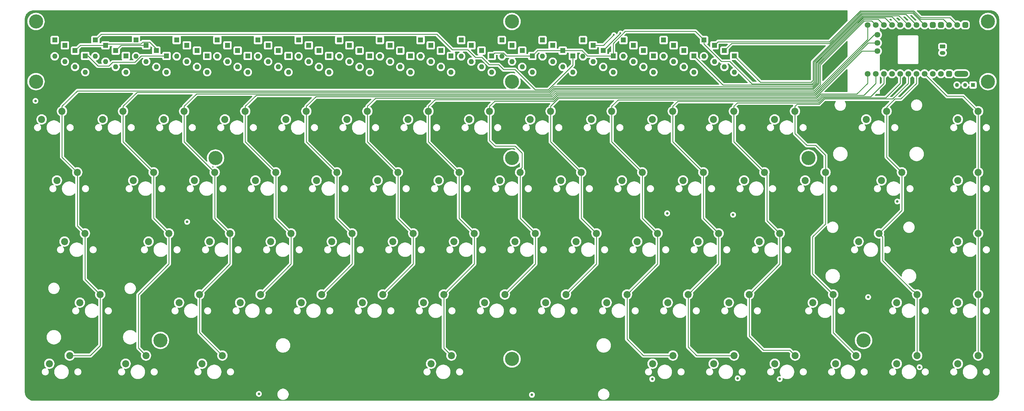
<source format=gbl>
G04 #@! TF.GenerationSoftware,KiCad,Pcbnew,9.0.5*
G04 #@! TF.CreationDate,2025-11-08T09:58:55-03:00*
G04 #@! TF.ProjectId,discipline-pcb,64697363-6970-46c6-996e-652d7063622e,rev?*
G04 #@! TF.SameCoordinates,Original*
G04 #@! TF.FileFunction,Copper,L4,Bot*
G04 #@! TF.FilePolarity,Positive*
%FSLAX46Y46*%
G04 Gerber Fmt 4.6, Leading zero omitted, Abs format (unit mm)*
G04 Created by KiCad (PCBNEW 9.0.5) date 2025-11-08 09:58:55*
%MOMM*%
%LPD*%
G01*
G04 APERTURE LIST*
G04 Aperture macros list*
%AMRoundRect*
0 Rectangle with rounded corners*
0 $1 Rounding radius*
0 $2 $3 $4 $5 $6 $7 $8 $9 X,Y pos of 4 corners*
0 Add a 4 corners polygon primitive as box body*
4,1,4,$2,$3,$4,$5,$6,$7,$8,$9,$2,$3,0*
0 Add four circle primitives for the rounded corners*
1,1,$1+$1,$2,$3*
1,1,$1+$1,$4,$5*
1,1,$1+$1,$6,$7*
1,1,$1+$1,$8,$9*
0 Add four rect primitives between the rounded corners*
20,1,$1+$1,$2,$3,$4,$5,0*
20,1,$1+$1,$4,$5,$6,$7,0*
20,1,$1+$1,$6,$7,$8,$9,0*
20,1,$1+$1,$8,$9,$2,$3,0*%
G04 Aperture macros list end*
G04 #@! TA.AperFunction,ComponentPad*
%ADD10C,2.200000*%
G04 #@! TD*
G04 #@! TA.AperFunction,ComponentPad*
%ADD11C,4.400000*%
G04 #@! TD*
G04 #@! TA.AperFunction,ComponentPad*
%ADD12R,1.600000X1.600000*%
G04 #@! TD*
G04 #@! TA.AperFunction,ComponentPad*
%ADD13O,1.600000X1.600000*%
G04 #@! TD*
G04 #@! TA.AperFunction,ComponentPad*
%ADD14RoundRect,0.250000X-0.625000X0.350000X-0.625000X-0.350000X0.625000X-0.350000X0.625000X0.350000X0*%
G04 #@! TD*
G04 #@! TA.AperFunction,ComponentPad*
%ADD15O,1.750000X1.200000*%
G04 #@! TD*
G04 #@! TA.AperFunction,ComponentPad*
%ADD16R,1.270000X1.270000*%
G04 #@! TD*
G04 #@! TA.AperFunction,ComponentPad*
%ADD17C,1.270000*%
G04 #@! TD*
G04 #@! TA.AperFunction,ComponentPad*
%ADD18C,1.800000*%
G04 #@! TD*
G04 #@! TA.AperFunction,ComponentPad*
%ADD19RoundRect,0.450000X-0.450000X0.450000X-0.450000X-0.450000X0.450000X-0.450000X0.450000X0.450000X0*%
G04 #@! TD*
G04 #@! TA.AperFunction,ComponentPad*
%ADD20O,4.340000X1.800000*%
G04 #@! TD*
G04 #@! TA.AperFunction,ViaPad*
%ADD21C,0.800000*%
G04 #@! TD*
G04 #@! TA.AperFunction,ViaPad*
%ADD22C,0.600000*%
G04 #@! TD*
G04 #@! TA.AperFunction,Conductor*
%ADD23C,0.250000*%
G04 #@! TD*
G04 APERTURE END LIST*
D10*
X180975250Y-168433750D03*
X187325250Y-165893750D03*
X316706250Y-92233750D03*
X323056250Y-89693750D03*
X288171528Y-168423620D03*
X294521528Y-165883620D03*
X65881250Y-89693750D03*
X59531250Y-92233750D03*
X84931250Y-89693750D03*
X78581250Y-92233750D03*
X103981250Y-89693750D03*
X97631250Y-92233750D03*
X123031250Y-89693750D03*
X116681250Y-92233750D03*
X142081250Y-89693750D03*
X135731250Y-92233750D03*
X161131250Y-89693750D03*
X154781250Y-92233750D03*
X180181250Y-89693750D03*
X173831250Y-92233750D03*
X199231250Y-89693750D03*
X192881250Y-92233750D03*
X218281250Y-89693750D03*
X211931250Y-92233750D03*
X237331250Y-89693750D03*
X230981250Y-92233750D03*
X256381250Y-89693750D03*
X250031250Y-92233750D03*
X275431250Y-89693750D03*
X269081250Y-92233750D03*
X294481250Y-89693750D03*
X288131250Y-92233750D03*
X351631250Y-89693750D03*
X345281250Y-92233750D03*
X94456250Y-108743750D03*
X88106250Y-111283750D03*
X113506250Y-108743750D03*
X107156250Y-111283750D03*
X132556250Y-108743750D03*
X126206250Y-111283750D03*
X151606250Y-108743750D03*
X145256250Y-111283750D03*
X170656250Y-108743750D03*
X164306250Y-111283750D03*
X189706250Y-108743750D03*
X183356250Y-111283750D03*
X208756250Y-108743750D03*
X202406250Y-111283750D03*
X227806250Y-108743750D03*
X221456250Y-111283750D03*
X246856250Y-108743750D03*
X240506250Y-111283750D03*
X265906250Y-108743750D03*
X259556250Y-111283750D03*
X284956250Y-108743750D03*
X278606250Y-111283750D03*
X304006250Y-108743750D03*
X297656250Y-111283750D03*
X351631250Y-108743750D03*
X345281250Y-111283750D03*
X99218750Y-127793750D03*
X92868750Y-130333750D03*
X118268750Y-127793750D03*
X111918750Y-130333750D03*
X137318750Y-127793750D03*
X130968750Y-130333750D03*
X156368250Y-127793750D03*
X150018250Y-130333750D03*
X175418250Y-127793750D03*
X169068250Y-130333750D03*
X194468250Y-127793750D03*
X188118250Y-130333750D03*
X213518250Y-127793750D03*
X207168250Y-130333750D03*
X232568250Y-127793750D03*
X226218250Y-130333750D03*
X251618250Y-127793750D03*
X245268250Y-130333750D03*
X270668250Y-127793750D03*
X264318250Y-130333750D03*
X289718250Y-127793750D03*
X283368250Y-130333750D03*
X351631250Y-127793750D03*
X345281250Y-130333750D03*
X108743750Y-146843750D03*
X102393750Y-149383750D03*
X127793750Y-146843750D03*
X121443750Y-149383750D03*
X146843750Y-146843750D03*
X140493750Y-149383750D03*
X165894250Y-146843750D03*
X159544250Y-149383750D03*
X184944250Y-146843750D03*
X178594250Y-149383750D03*
X203994250Y-146843750D03*
X197644250Y-149383750D03*
X223044250Y-146843750D03*
X216694250Y-149383750D03*
X242094250Y-146843750D03*
X235744250Y-149383750D03*
X261144250Y-146843750D03*
X254794250Y-149383750D03*
X280194250Y-146843750D03*
X273844250Y-149383750D03*
X332581250Y-146843750D03*
X326231250Y-149383750D03*
X351631250Y-146843750D03*
X345281250Y-149383750D03*
X313531250Y-165893750D03*
X307181250Y-168433750D03*
X332581250Y-165893750D03*
X326231250Y-168433750D03*
X351631250Y-165893750D03*
X345281250Y-168433750D03*
X327818250Y-108743750D03*
X321468250Y-111283750D03*
X73025050Y-127783620D03*
X66675050Y-130323620D03*
X320675250Y-127793750D03*
X314325250Y-130333750D03*
X77787450Y-146843750D03*
X71437450Y-149383750D03*
X306387250Y-146843750D03*
X300037250Y-149383750D03*
X68262450Y-165883620D03*
X61912450Y-168423620D03*
X92075050Y-165893750D03*
X85725050Y-168433750D03*
X115887450Y-165883620D03*
X109537450Y-168423620D03*
D11*
X57766382Y-80444750D03*
X57766382Y-61694750D03*
X354660309Y-61694750D03*
X354660309Y-80444750D03*
X96565888Y-161146960D03*
X315860803Y-161146960D03*
X113754723Y-104302994D03*
X298671968Y-104302994D03*
X206213345Y-104302994D03*
X206213345Y-166958110D03*
D12*
X85786525Y-72436199D03*
D13*
X85786525Y-77516199D03*
D12*
X88955988Y-67475612D03*
D13*
X88955988Y-72555612D03*
D12*
X101633840Y-67475612D03*
D13*
X101633840Y-72555612D03*
D12*
X114311692Y-67475612D03*
D13*
X114311692Y-72555612D03*
D12*
X126989544Y-67475612D03*
D13*
X126989544Y-72555612D03*
D12*
X139667396Y-67475612D03*
D13*
X139667396Y-72555612D03*
D12*
X152345248Y-67475612D03*
D13*
X152345248Y-72555612D03*
D12*
X165023100Y-67475612D03*
D13*
X165023100Y-72555612D03*
D12*
X177700952Y-67475612D03*
D13*
X177700952Y-72555612D03*
D12*
X190378804Y-67475612D03*
D13*
X190378804Y-72555612D03*
D12*
X203056656Y-67475612D03*
D13*
X203056656Y-72555612D03*
D12*
X215734508Y-67475612D03*
D13*
X215734508Y-72555612D03*
D12*
X228342376Y-67475612D03*
D13*
X228342376Y-72555612D03*
D12*
X275541929Y-72436199D03*
D13*
X275541929Y-77516199D03*
D12*
X66769747Y-69129141D03*
D13*
X66769747Y-74209141D03*
D12*
X82617062Y-70782670D03*
D13*
X82617062Y-75862670D03*
D12*
X92125451Y-69129141D03*
D13*
X92125451Y-74209141D03*
D12*
X104803303Y-69129141D03*
D13*
X104803303Y-74209141D03*
D12*
X117481155Y-69129141D03*
D13*
X117481155Y-74209141D03*
D12*
X130159007Y-69129141D03*
D13*
X130159007Y-74209141D03*
D12*
X142836859Y-69129141D03*
D13*
X142836859Y-74209141D03*
D12*
X155514711Y-69129141D03*
D13*
X155514711Y-74209141D03*
D12*
X168192563Y-69129141D03*
D13*
X168192563Y-74209141D03*
D12*
X180870415Y-69129141D03*
D13*
X180870415Y-74209141D03*
D12*
X193548267Y-69129141D03*
D13*
X193548267Y-74209141D03*
D12*
X206226119Y-69129141D03*
D13*
X206226119Y-74209141D03*
D12*
X218886475Y-69129141D03*
D13*
X218886475Y-74209141D03*
D12*
X231493149Y-69129141D03*
D13*
X231493149Y-74209141D03*
D12*
X272453205Y-70782670D03*
D13*
X272453205Y-75862670D03*
D12*
X69939210Y-70782670D03*
D13*
X69939210Y-75862670D03*
D12*
X79447599Y-69129141D03*
D13*
X79447599Y-74209141D03*
D12*
X95294914Y-70782670D03*
D13*
X95294914Y-75862670D03*
D12*
X107972766Y-70782670D03*
D13*
X107972766Y-75862670D03*
D12*
X120650618Y-70782670D03*
D13*
X120650618Y-75862670D03*
D12*
X133328470Y-70782670D03*
D13*
X133328470Y-75862670D03*
D12*
X146006322Y-70782670D03*
D13*
X146006322Y-75862670D03*
D12*
X158684174Y-70782670D03*
D13*
X158684174Y-75862670D03*
D12*
X171362026Y-70782670D03*
D13*
X171362026Y-75862670D03*
D12*
X184039878Y-70782670D03*
D13*
X184039878Y-75862670D03*
D12*
X196717730Y-70782670D03*
D13*
X196717730Y-75862670D03*
D12*
X209395582Y-70782670D03*
D13*
X209395582Y-75862670D03*
D12*
X234643922Y-70782670D03*
D13*
X234643922Y-75862670D03*
D12*
X269364481Y-69129141D03*
D13*
X269364481Y-74209141D03*
D12*
X73108673Y-72436199D03*
D13*
X73108673Y-77516199D03*
D12*
X98464377Y-72436199D03*
D13*
X98464377Y-77516199D03*
D12*
X111142229Y-72436199D03*
D13*
X111142229Y-77516199D03*
D12*
X123820081Y-72436199D03*
D13*
X123820081Y-77516199D03*
D12*
X136497933Y-72436199D03*
D13*
X136497933Y-77516199D03*
D12*
X149175785Y-72436199D03*
D13*
X149175785Y-77516199D03*
D12*
X161853637Y-72436199D03*
D13*
X161853637Y-77516199D03*
D12*
X174531489Y-72436199D03*
D13*
X174531489Y-77516199D03*
D12*
X187209341Y-72436199D03*
D13*
X187209341Y-77516199D03*
D12*
X199887193Y-72436199D03*
D13*
X199887193Y-77516199D03*
D12*
X212565045Y-72436199D03*
D13*
X212565045Y-77516199D03*
D12*
X222038442Y-70782670D03*
D13*
X222038442Y-75862670D03*
D12*
X237794695Y-72436199D03*
D13*
X237794695Y-77516199D03*
D12*
X266089606Y-67475612D03*
D13*
X266089606Y-72555612D03*
D12*
X259788058Y-70782670D03*
D13*
X259788058Y-75862670D03*
D12*
X76278136Y-67475612D03*
D13*
X76278136Y-72555612D03*
D12*
X256637284Y-69129141D03*
D13*
X256637284Y-74209141D03*
D12*
X253486511Y-67475612D03*
D13*
X253486511Y-72555612D03*
D12*
X250335738Y-72436199D03*
D13*
X250335738Y-77516199D03*
D12*
X225190409Y-72436199D03*
D13*
X225190409Y-77516199D03*
D12*
X244096241Y-69129141D03*
D13*
X244096241Y-74209141D03*
D12*
X240945468Y-67475612D03*
D13*
X240945468Y-72555612D03*
D12*
X262938832Y-72436199D03*
D13*
X262938832Y-77516199D03*
D12*
X247184965Y-70782670D03*
D13*
X247184965Y-75862670D03*
D10*
X275466206Y-165893750D03*
X269116206Y-168433750D03*
X70643750Y-108743750D03*
X64293750Y-111283750D03*
D11*
X206213345Y-80444750D03*
X206213345Y-61694750D03*
D14*
X340500000Y-69500000D03*
D15*
X340500000Y-71500000D03*
D16*
X350000000Y-81500000D03*
D17*
X347500000Y-81500000D03*
X345000000Y-81500000D03*
D18*
X345040000Y-62760000D03*
X342500000Y-62760000D03*
D19*
X339960000Y-62760000D03*
X337420000Y-62760000D03*
D18*
X334880000Y-62760000D03*
X332340000Y-62760000D03*
X329800000Y-62760000D03*
X327260000Y-62760000D03*
X324720000Y-62760000D03*
X322180000Y-62760000D03*
X319640000Y-62760000D03*
X317100000Y-62760000D03*
D20*
X346310000Y-78000000D03*
D19*
X342500000Y-78000000D03*
D18*
X339960000Y-78000000D03*
X337420000Y-78000000D03*
X334880000Y-78000000D03*
X332340000Y-78000000D03*
X329800000Y-78000000D03*
X327260000Y-78000000D03*
X324720000Y-78000000D03*
X322180000Y-78000000D03*
X319640000Y-78000000D03*
X317100000Y-78000000D03*
X320193720Y-65833400D03*
X320193720Y-68373400D03*
X320193720Y-70913400D03*
D19*
X347580000Y-62760000D03*
D18*
X347580000Y-78000000D03*
D10*
X256410884Y-165883620D03*
X250060884Y-168423620D03*
D12*
X63600284Y-67475612D03*
D13*
X63600284Y-72555612D03*
D21*
X212438410Y-178122554D03*
X57598608Y-86468030D03*
X254608590Y-121534022D03*
X326390000Y-117830600D03*
X276603576Y-172995640D03*
X333332092Y-169513538D03*
X127275644Y-177842586D03*
X289709578Y-173223114D03*
X104895702Y-124176220D03*
X249954122Y-173205616D03*
X317286426Y-147658536D03*
X275168740Y-121971472D03*
D22*
X237998000Y-65870612D03*
X240017286Y-65318612D03*
D23*
X266089606Y-67475612D02*
X263363994Y-64750000D01*
X241565080Y-64750000D02*
X241548468Y-64766612D01*
X263363994Y-64750000D02*
X241565080Y-64750000D01*
X327818250Y-108743750D02*
X327818250Y-120650750D01*
X327818250Y-120650750D02*
X320675250Y-127793750D01*
X284956250Y-108743750D02*
X285727530Y-109515030D01*
X285727530Y-109515030D02*
X285727530Y-123803030D01*
X285727530Y-123803030D02*
X289718250Y-127793750D01*
X300096301Y-74196263D02*
X300096301Y-80084555D01*
X334880000Y-62760000D02*
X331230000Y-59110000D01*
X299558856Y-80622000D02*
X283727730Y-80622000D01*
X283727730Y-80622000D02*
X275541929Y-72436199D01*
X300096301Y-80084555D02*
X299558856Y-80622000D01*
X315182565Y-59110000D02*
X300096301Y-74196263D01*
X331230000Y-59110000D02*
X315182565Y-59110000D01*
X237998000Y-65870612D02*
X234739471Y-69129141D01*
X274735875Y-68500000D02*
X272453205Y-70782670D01*
X84270591Y-69129141D02*
X82617062Y-70782670D01*
X340740000Y-61000000D02*
X333654572Y-61000000D01*
X331386572Y-58732000D02*
X315025993Y-58732000D01*
X234739471Y-69129141D02*
X231493149Y-69129141D01*
X315025993Y-58732000D02*
X305257993Y-68500000D01*
X342500000Y-62760000D02*
X340740000Y-61000000D01*
X333654572Y-61000000D02*
X331386572Y-58732000D01*
X305257993Y-68500000D02*
X274735875Y-68500000D01*
X92125451Y-69129141D02*
X84270591Y-69129141D01*
X342780000Y-60500000D02*
X333689144Y-60500000D01*
X331543144Y-58354000D02*
X314869421Y-58354000D01*
X270493622Y-68000000D02*
X269364481Y-69129141D01*
X79447599Y-69129141D02*
X71592739Y-69129141D01*
X95294914Y-70192604D02*
X93178451Y-68076141D01*
X95294914Y-70782670D02*
X95294914Y-70192604D01*
X240017286Y-65318612D02*
X240017286Y-65409306D01*
X90397451Y-68751141D02*
X79825599Y-68751141D01*
X79825599Y-68751141D02*
X79447599Y-69129141D01*
X333689144Y-60500000D02*
X331543144Y-58354000D01*
X93178451Y-68076141D02*
X91072451Y-68076141D01*
X345040000Y-62760000D02*
X342780000Y-60500000D01*
X240017286Y-65409306D02*
X234643922Y-70782670D01*
X305223421Y-68000000D02*
X270493622Y-68000000D01*
X314869421Y-58354000D02*
X305223421Y-68000000D01*
X71592739Y-69129141D02*
X69939210Y-70782670D01*
X91072451Y-68076141D02*
X90397451Y-68751141D01*
X228058601Y-70782670D02*
X222038442Y-70782670D01*
X300474301Y-74352835D02*
X315339139Y-59488000D01*
X77089000Y-75565000D02*
X73960199Y-72436199D01*
X222038442Y-70782670D02*
X214218574Y-70782670D01*
X237794695Y-72436199D02*
X229712130Y-72436199D01*
X203492823Y-71502612D02*
X200820780Y-71502612D01*
X274121000Y-74168000D02*
X281075000Y-81122000D01*
X81661000Y-74422000D02*
X80518000Y-75565000D01*
X300474301Y-80387411D02*
X300474301Y-74352835D01*
X315339139Y-59488000D02*
X329068000Y-59488000D01*
X212565045Y-72436199D02*
X204426410Y-72436199D01*
X229712130Y-72436199D02*
X228058601Y-70782670D01*
X299739712Y-81122000D02*
X300474301Y-80387411D01*
X237794695Y-68520385D02*
X237794695Y-72436199D01*
X266089606Y-68731606D02*
X271526000Y-74168000D01*
X90564568Y-72436199D02*
X88578767Y-74422000D01*
X98464377Y-72436199D02*
X90564568Y-72436199D01*
X80518000Y-75565000D02*
X77089000Y-75565000D01*
X88578767Y-74422000D02*
X81661000Y-74422000D01*
X241548468Y-64766612D02*
X237794695Y-68520385D01*
X266089606Y-67475612D02*
X266089606Y-68731606D01*
X271526000Y-74168000D02*
X274121000Y-74168000D01*
X329068000Y-59488000D02*
X332340000Y-62760000D01*
X214218574Y-70782670D02*
X212565045Y-72436199D01*
X204426410Y-72436199D02*
X203492823Y-71502612D01*
X73960199Y-72436199D02*
X73108673Y-72436199D01*
X200820780Y-71502612D02*
X199887193Y-72436199D01*
X281075000Y-81122000D02*
X299739712Y-81122000D01*
X300852301Y-80543983D02*
X300852301Y-74509409D01*
X187579000Y-70485000D02*
X192405000Y-70485000D01*
X203581000Y-76708000D02*
X207137000Y-76708000D01*
X272000000Y-81500000D02*
X299896284Y-81500000D01*
X269071832Y-78569199D02*
X269071832Y-78571832D01*
X194818000Y-72898000D02*
X196850000Y-72898000D01*
X213388400Y-82959400D02*
X217522600Y-82959400D01*
X192405000Y-70485000D02*
X194818000Y-72898000D01*
X182753000Y-65659000D02*
X187579000Y-70485000D01*
X299896284Y-81500000D02*
X300852301Y-80543983D01*
X269071832Y-78571832D02*
X272000000Y-81500000D01*
X196850000Y-72898000D02*
X199136000Y-75184000D01*
X207137000Y-76708000D02*
X213388400Y-82959400D01*
X326906000Y-59866000D02*
X329800000Y-62760000D01*
X76278136Y-67475612D02*
X78094748Y-65659000D01*
X225190409Y-75291591D02*
X225190409Y-72436199D01*
X315495711Y-59866000D02*
X326906000Y-59866000D01*
X262938832Y-72436199D02*
X269071832Y-78569199D01*
X199136000Y-75184000D02*
X202057000Y-75184000D01*
X300852301Y-74509409D02*
X315495711Y-59866000D01*
X202057000Y-75184000D02*
X203581000Y-76708000D01*
X217522600Y-82959400D02*
X225190409Y-75291591D01*
X78094748Y-65659000D02*
X182753000Y-65659000D01*
X70643750Y-108743750D02*
X70643750Y-125412450D01*
X70643700Y-165889819D02*
X68266381Y-165889819D01*
X73025050Y-141884450D02*
X73025050Y-142081350D01*
X65881250Y-103981250D02*
X70643750Y-108743750D01*
X324744000Y-60244000D02*
X327260000Y-62760000D01*
X219093462Y-82023538D02*
X299907318Y-82023538D01*
X68266381Y-165889819D02*
X68262450Y-165893750D01*
X301230301Y-80700555D02*
X301230301Y-74665981D01*
X217779600Y-83337400D02*
X219093462Y-82023538D01*
X70681966Y-83337400D02*
X217779600Y-83337400D01*
X73025050Y-127793750D02*
X73025050Y-141884450D01*
X65881250Y-88138116D02*
X70681966Y-83337400D01*
X77787450Y-156178614D02*
X77787450Y-162778676D01*
X77787450Y-146843750D02*
X77787450Y-156178614D01*
X299907318Y-82023538D02*
X301230301Y-80700555D01*
X74676307Y-165889819D02*
X70643700Y-165889819D01*
X73025050Y-142081350D02*
X77787450Y-146843750D01*
X315652283Y-60244000D02*
X324744000Y-60244000D01*
X301230301Y-74665981D02*
X315652283Y-60244000D01*
X70643750Y-125412450D02*
X73025050Y-127793750D01*
X77787450Y-162778676D02*
X74676307Y-165889819D01*
X65881250Y-89693750D02*
X65881250Y-88138116D01*
X65881250Y-89693750D02*
X65881250Y-103981250D01*
X94456250Y-123031250D02*
X99218750Y-127793750D01*
X315808855Y-60622000D02*
X322582000Y-60622000D01*
X94456250Y-108743750D02*
X94456250Y-123031250D01*
X296467822Y-82500000D02*
X296446308Y-82478486D01*
X301608301Y-80857127D02*
X299965428Y-82500000D01*
X301608301Y-74822553D02*
X301608301Y-80857127D01*
X89693750Y-163512450D02*
X92075050Y-165893750D01*
X89693750Y-146843750D02*
X89693750Y-163512450D01*
X99218750Y-137318750D02*
X89693750Y-146843750D01*
X89274766Y-83794600D02*
X84931250Y-88138116D01*
X99218750Y-127793750D02*
X99218750Y-137318750D01*
X217982800Y-83794600D02*
X89274766Y-83794600D01*
X322582000Y-60622000D02*
X324720000Y-62760000D01*
X84931250Y-88138116D02*
X84931250Y-89693750D01*
X84931250Y-89693750D02*
X84931250Y-99218750D01*
X296446308Y-82478486D02*
X219298914Y-82478486D01*
X315808855Y-60622000D02*
X301608301Y-74822553D01*
X84931250Y-99218750D02*
X94456250Y-108743750D01*
X299965428Y-82500000D02*
X296467822Y-82500000D01*
X219298914Y-82478486D02*
X217982800Y-83794600D01*
X107867566Y-84251800D02*
X218186000Y-84251800D01*
X219468900Y-82968900D02*
X219504366Y-82933434D01*
X103981250Y-89693750D02*
X103981250Y-99218750D01*
X103981250Y-88138116D02*
X107867566Y-84251800D01*
X296311250Y-82878000D02*
X300122001Y-82878000D01*
X108743750Y-146843750D02*
X108743750Y-158750050D01*
X315965427Y-61000000D02*
X320420000Y-61000000D01*
X113506250Y-123031250D02*
X118268750Y-127793750D01*
X118268750Y-127793750D02*
X118268750Y-137318750D01*
X108743750Y-158750050D02*
X115887450Y-165893750D01*
X300122001Y-82878000D02*
X301986301Y-81013699D01*
X103981250Y-89693750D02*
X103981250Y-88138116D01*
X103981250Y-99218750D02*
X113506250Y-108743750D01*
X118268750Y-137318750D02*
X108743750Y-146843750D01*
X296289735Y-82856486D02*
X296311250Y-82878000D01*
X301986301Y-81013699D02*
X301986301Y-74979126D01*
X320420000Y-61000000D02*
X322180000Y-62760000D01*
X301986301Y-74979126D02*
X315965427Y-61000000D01*
X219581314Y-82856486D02*
X296289735Y-82856486D01*
X113506250Y-108743750D02*
X113506250Y-123031250D01*
X218186000Y-84251800D02*
X219468900Y-82968900D01*
X219468900Y-82968900D02*
X219581314Y-82856486D01*
X123031250Y-99218750D02*
X132556250Y-108743750D01*
X300309098Y-83388382D02*
X302364301Y-81333179D01*
X132556250Y-108743750D02*
X132556250Y-123031250D01*
X218389200Y-84709000D02*
X219709818Y-83388382D01*
X318380000Y-61500000D02*
X319640000Y-62760000D01*
X316000000Y-61500000D02*
X318380000Y-61500000D01*
X219709818Y-83388382D02*
X300309098Y-83388382D01*
X302364301Y-75135699D02*
X316000000Y-61500000D01*
X132556250Y-123031250D02*
X137318750Y-127793750D01*
X123031250Y-89693750D02*
X123031250Y-88138116D01*
X126460366Y-84709000D02*
X218389200Y-84709000D01*
X123031250Y-89693750D02*
X123031250Y-99218750D01*
X302364301Y-81333179D02*
X302364301Y-75135699D01*
X137318750Y-127793750D02*
X137318750Y-137318750D01*
X137318750Y-137318750D02*
X127793750Y-146843750D01*
X319157320Y-63260000D02*
X319600000Y-63260000D01*
X123031250Y-88138116D02*
X126460366Y-84709000D01*
X145053166Y-85166200D02*
X218617800Y-85166200D01*
X156368250Y-137319250D02*
X146843750Y-146843750D01*
X219940670Y-83843330D02*
X300494230Y-83843330D01*
X142081250Y-89693750D02*
X142081250Y-88138116D01*
X142081250Y-88138116D02*
X145053166Y-85166200D01*
X218617800Y-85166200D02*
X219940670Y-83843330D01*
X317100000Y-67237560D02*
X317100000Y-62760000D01*
X300494230Y-83843330D02*
X317100000Y-67237560D01*
X156368250Y-127793750D02*
X156368250Y-137319250D01*
X142081250Y-99218750D02*
X151606250Y-108743750D01*
X151606250Y-108743750D02*
X151606250Y-123031750D01*
X151606250Y-123031750D02*
X156368250Y-127793750D01*
X142081250Y-89693750D02*
X142081250Y-99218750D01*
X170656250Y-108743750D02*
X170656250Y-123031750D01*
X319144240Y-65833400D02*
X320193720Y-65833400D01*
X175418250Y-137319750D02*
X165894250Y-146843750D01*
X170656250Y-123031750D02*
X175418250Y-127793750D01*
X175418250Y-127793750D02*
X175418250Y-137319750D01*
X220146122Y-84298278D02*
X300679362Y-84298278D01*
X161131250Y-99218750D02*
X170656250Y-108743750D01*
X218821000Y-85623400D02*
X220146122Y-84298278D01*
X161131250Y-89693750D02*
X161131250Y-88138116D01*
X161131250Y-89693750D02*
X161131250Y-99218750D01*
X300679362Y-84298278D02*
X319144240Y-65833400D01*
X163645966Y-85623400D02*
X218821000Y-85623400D01*
X161131250Y-88138116D02*
X163645966Y-85623400D01*
X180181250Y-89693750D02*
X180181250Y-99218750D01*
X184944250Y-146843750D02*
X184944250Y-163512750D01*
X184944250Y-163512750D02*
X187325250Y-165893750D01*
X180181250Y-88138116D02*
X180181250Y-89693750D01*
X220351574Y-84753226D02*
X219024200Y-86080600D01*
X194468250Y-127793750D02*
X194468250Y-137319750D01*
X189706250Y-108743750D02*
X189706250Y-123031750D01*
X194468250Y-137319750D02*
X184944250Y-146843750D01*
X219024200Y-86080600D02*
X182238766Y-86080600D01*
X182238766Y-86080600D02*
X180181250Y-88138116D01*
X297268714Y-84753226D02*
X300894974Y-84753226D01*
X180181250Y-99218750D02*
X189706250Y-108743750D01*
X317274800Y-68373400D02*
X320193720Y-68373400D01*
X300894974Y-84753226D02*
X317274800Y-68373400D01*
X297268714Y-84753226D02*
X220351574Y-84753226D01*
X189706250Y-123031750D02*
X194468250Y-127793750D01*
X200946054Y-100553920D02*
X199231250Y-98839116D01*
X199231250Y-98839116D02*
X199231250Y-89693750D01*
X315379960Y-70913400D02*
X320193720Y-70913400D01*
X200809283Y-86560083D02*
X219205117Y-86560083D01*
X219205117Y-86560083D02*
X220539528Y-85225672D01*
X199231250Y-88138116D02*
X200809283Y-86560083D01*
X213518250Y-137319750D02*
X203994250Y-146843750D01*
X208756250Y-123031750D02*
X213518250Y-127793750D01*
X207136516Y-100553920D02*
X200946054Y-100553920D01*
X213518250Y-127793750D02*
X213518250Y-137319750D01*
X208756250Y-108743750D02*
X208756250Y-123031750D01*
X209323766Y-102741170D02*
X207136516Y-100553920D01*
X208756250Y-107840668D02*
X209323766Y-107273152D01*
X301067688Y-85225672D02*
X315379960Y-70913400D01*
X208756250Y-108743750D02*
X208756250Y-107840668D01*
X220539528Y-85225672D02*
X301067688Y-85225672D01*
X199231250Y-89693750D02*
X199231250Y-88138116D01*
X209323766Y-107273152D02*
X209323766Y-102741170D01*
X232568250Y-127793750D02*
X232568250Y-137319750D01*
X232568250Y-137319750D02*
X223044250Y-146843750D01*
X302605440Y-84328000D02*
X313772000Y-84328000D01*
X218281250Y-89693750D02*
X218281250Y-99218750D01*
X220738746Y-85680620D02*
X297548682Y-85680620D01*
X218281250Y-89693750D02*
X218281250Y-88138116D01*
X218281250Y-99218750D02*
X227806250Y-108743750D01*
X227806250Y-108743750D02*
X227806250Y-123031750D01*
X227806250Y-123031750D02*
X232568250Y-127793750D01*
X317100000Y-81000000D02*
X317100000Y-78000000D01*
X301252820Y-85680620D02*
X302605440Y-84328000D01*
X297548682Y-85680620D02*
X301252820Y-85680620D01*
X313772000Y-84328000D02*
X317100000Y-81000000D01*
X218281250Y-88138116D02*
X220738746Y-85680620D01*
X237331250Y-89693750D02*
X237331250Y-99218750D01*
X237331250Y-99218750D02*
X246856250Y-108743750D01*
X247226732Y-165893750D02*
X256410884Y-165893750D01*
X319640000Y-81000000D02*
X319640000Y-78000000D01*
X237331250Y-88138116D02*
X239333798Y-86135568D01*
X246856250Y-123031750D02*
X251618250Y-127793750D01*
X301437952Y-86135568D02*
X302855520Y-84718000D01*
X246856250Y-108743750D02*
X246856250Y-123031750D01*
X242094250Y-146843750D02*
X251618250Y-137319750D01*
X242094250Y-160761268D02*
X247226732Y-165893750D01*
X239333798Y-86135568D02*
X301437952Y-86135568D01*
X302855520Y-84718000D02*
X315922000Y-84718000D01*
X251618250Y-137319750D02*
X251618250Y-127793750D01*
X315922000Y-84718000D02*
X319640000Y-81000000D01*
X237331250Y-89693750D02*
X237331250Y-88138116D01*
X242094250Y-146843750D02*
X242094250Y-160761268D01*
X263832334Y-165893750D02*
X275466206Y-165893750D01*
X270668250Y-137319750D02*
X261144250Y-146843750D01*
X256381250Y-99218750D02*
X265906250Y-108743750D01*
X256381250Y-89693750D02*
X256381250Y-88138116D01*
X265906250Y-123031750D02*
X270668250Y-127793750D01*
X261144250Y-163205666D02*
X263832334Y-165893750D01*
X256381250Y-88138116D02*
X257928850Y-86590516D01*
X322180000Y-81000000D02*
X322180000Y-78000000D01*
X303117600Y-85096000D02*
X318084000Y-85096000D01*
X270668250Y-127793750D02*
X270668250Y-137319750D01*
X261183936Y-146883436D02*
X261144250Y-146843750D01*
X301623084Y-86590516D02*
X303117600Y-85096000D01*
X318084000Y-85096000D02*
X322180000Y-81000000D01*
X261144250Y-146843750D02*
X261144250Y-163205666D01*
X256381250Y-89693750D02*
X256381250Y-99218750D01*
X257928850Y-86590516D02*
X297863646Y-86590516D01*
X297863646Y-86590516D02*
X301623084Y-86590516D01*
X265906250Y-108743750D02*
X265906250Y-123031750D01*
X275431250Y-88138116D02*
X276523902Y-87045464D01*
X289718250Y-137319750D02*
X280194250Y-146843750D01*
X289718250Y-127793750D02*
X289718250Y-137319750D01*
X322786000Y-85474000D02*
X327260000Y-81000000D01*
X275431250Y-99218750D02*
X284956250Y-108743750D01*
X275431250Y-89693750D02*
X275431250Y-88138116D01*
X327260000Y-81000000D02*
X327260000Y-78000000D01*
X280194250Y-146843750D02*
X280194250Y-159770736D01*
X284635158Y-164211644D02*
X292839422Y-164211644D01*
X280194250Y-159770736D02*
X284635158Y-164211644D01*
X276523902Y-87045464D02*
X301808216Y-87045464D01*
X292839422Y-164211644D02*
X294521528Y-165893750D01*
X303379680Y-85474000D02*
X322786000Y-85474000D01*
X275431250Y-89693750D02*
X275431250Y-99218750D01*
X301808216Y-87045464D02*
X303379680Y-85474000D01*
X324948000Y-85852000D02*
X329800000Y-81000000D01*
X303641760Y-85852000D02*
X324948000Y-85852000D01*
X301993348Y-87500412D02*
X303641760Y-85852000D01*
X298139923Y-100308948D02*
X300908298Y-100308948D01*
X299973749Y-128854451D02*
X299973749Y-140430249D01*
X294481250Y-88138116D02*
X295118954Y-87500412D01*
X294481250Y-89693750D02*
X294481250Y-96650275D01*
X306387250Y-158749750D02*
X313531250Y-165893750D01*
X304006250Y-106175275D02*
X304006250Y-108743750D01*
X298353590Y-87500412D02*
X301993348Y-87500412D01*
X300908298Y-100308948D02*
X304006250Y-103406900D01*
X304006250Y-108743750D02*
X304006250Y-124821950D01*
X304006250Y-124821950D02*
X299973749Y-128854451D01*
X294481250Y-89693750D02*
X294481250Y-88138116D01*
X304006250Y-103406900D02*
X304006250Y-106175275D01*
X295118954Y-87500412D02*
X298353590Y-87500412D01*
X294481250Y-96650275D02*
X298139923Y-100308948D01*
X299973749Y-140430249D02*
X306387250Y-146843750D01*
X329800000Y-81000000D02*
X329800000Y-78000000D01*
X306387250Y-146843750D02*
X306387250Y-158749750D01*
X332581250Y-146843750D02*
X331481251Y-145743751D01*
X331224249Y-145743751D02*
X321775249Y-136294751D01*
X323056250Y-89693750D02*
X323056250Y-88423750D01*
X321775249Y-128893749D02*
X320675250Y-127793750D01*
X325628000Y-85852000D02*
X327488000Y-85852000D01*
X327488000Y-85852000D02*
X332340000Y-81000000D01*
X323056250Y-103981750D02*
X327818250Y-108743750D01*
X323056250Y-89693750D02*
X323056250Y-103981750D01*
X332581250Y-157877368D02*
X332581250Y-165893750D01*
X332581250Y-146843750D02*
X332581250Y-157877368D01*
X332340000Y-81000000D02*
X332340000Y-78000000D01*
X331481251Y-145743751D02*
X331224249Y-145743751D01*
X323056250Y-88423750D02*
X325628000Y-85852000D01*
X321775249Y-136294751D02*
X321775249Y-128893749D01*
X351631250Y-146843750D02*
X351631250Y-148399384D01*
X346937500Y-85000000D02*
X341880000Y-85000000D01*
X351631250Y-129349384D02*
X351631250Y-146843750D01*
X351631250Y-148399384D02*
X351631250Y-165893750D01*
X351631250Y-127793750D02*
X351631250Y-129349384D01*
X341880000Y-85000000D02*
X334880000Y-78000000D01*
X351631250Y-108743750D02*
X351631250Y-89693750D01*
X351631250Y-110299384D02*
X351631250Y-127793750D01*
X351631250Y-108743750D02*
X351631250Y-110299384D01*
X351631250Y-89693750D02*
X346937500Y-85000000D01*
G04 #@! TA.AperFunction,NonConductor*
G36*
X330983527Y-59763502D02*
G01*
X331004501Y-59780405D01*
X332360501Y-61136405D01*
X332394527Y-61198717D01*
X332389462Y-61269532D01*
X332346915Y-61326368D01*
X332280395Y-61351179D01*
X332271406Y-61351500D01*
X332229149Y-61351500D01*
X332010176Y-61386182D01*
X332010170Y-61386183D01*
X331971836Y-61398639D01*
X331900868Y-61400666D01*
X331843805Y-61367901D01*
X330434499Y-59958595D01*
X330400473Y-59896283D01*
X330405538Y-59825468D01*
X330448085Y-59768632D01*
X330514605Y-59743821D01*
X330523594Y-59743500D01*
X330915406Y-59743500D01*
X330983527Y-59763502D01*
G37*
G04 #@! TD.AperFunction*
G04 #@! TA.AperFunction,NonConductor*
G36*
X328821527Y-60141502D02*
G01*
X328842501Y-60158405D01*
X329820501Y-61136405D01*
X329854527Y-61198717D01*
X329849462Y-61269532D01*
X329806915Y-61326368D01*
X329740395Y-61351179D01*
X329731406Y-61351500D01*
X329689149Y-61351500D01*
X329470176Y-61386182D01*
X329470170Y-61386183D01*
X329431836Y-61398639D01*
X329360868Y-61400666D01*
X329303805Y-61367901D01*
X328272499Y-60336595D01*
X328238473Y-60274283D01*
X328243538Y-60203468D01*
X328286085Y-60146632D01*
X328352605Y-60121821D01*
X328361594Y-60121500D01*
X328753406Y-60121500D01*
X328821527Y-60141502D01*
G37*
G04 #@! TD.AperFunction*
G04 #@! TA.AperFunction,NonConductor*
G36*
X326659527Y-60519502D02*
G01*
X326680501Y-60536405D01*
X327280501Y-61136405D01*
X327314527Y-61198717D01*
X327309462Y-61269532D01*
X327266915Y-61326368D01*
X327200395Y-61351179D01*
X327191406Y-61351500D01*
X327149149Y-61351500D01*
X326930176Y-61386182D01*
X326930170Y-61386183D01*
X326891836Y-61398639D01*
X326820868Y-61400666D01*
X326763805Y-61367901D01*
X326110499Y-60714595D01*
X326076473Y-60652283D01*
X326081538Y-60581468D01*
X326124085Y-60524632D01*
X326190605Y-60499821D01*
X326199594Y-60499500D01*
X326591406Y-60499500D01*
X326659527Y-60519502D01*
G37*
G04 #@! TD.AperFunction*
G04 #@! TA.AperFunction,NonConductor*
G36*
X324497527Y-60897502D02*
G01*
X324518501Y-60914405D01*
X324740501Y-61136405D01*
X324774527Y-61198717D01*
X324769462Y-61269532D01*
X324726915Y-61326368D01*
X324660395Y-61351179D01*
X324651406Y-61351500D01*
X324609149Y-61351500D01*
X324390176Y-61386182D01*
X324390170Y-61386183D01*
X324351836Y-61398639D01*
X324280868Y-61400666D01*
X324223805Y-61367901D01*
X323948499Y-61092595D01*
X323914473Y-61030283D01*
X323919538Y-60959468D01*
X323962085Y-60902632D01*
X324028605Y-60877821D01*
X324037594Y-60877500D01*
X324429406Y-60877500D01*
X324497527Y-60897502D01*
G37*
G04 #@! TD.AperFunction*
G04 #@! TA.AperFunction,NonConductor*
G36*
X87642810Y-66312502D02*
G01*
X87689303Y-66366158D01*
X87699407Y-66436432D01*
X87692744Y-66462533D01*
X87653999Y-66566407D01*
X87653997Y-66566415D01*
X87647488Y-66626962D01*
X87647488Y-67991641D01*
X87627486Y-68059762D01*
X87573830Y-68106255D01*
X87521488Y-68117641D01*
X80787539Y-68117641D01*
X80719418Y-68097639D01*
X80686671Y-68067151D01*
X80630144Y-67991641D01*
X80610860Y-67965880D01*
X80610858Y-67965879D01*
X80610858Y-67965878D01*
X80493806Y-67878253D01*
X80493801Y-67878251D01*
X80356803Y-67827152D01*
X80356795Y-67827150D01*
X80296248Y-67820641D01*
X80296237Y-67820641D01*
X78598961Y-67820641D01*
X78598949Y-67820641D01*
X78538402Y-67827150D01*
X78538394Y-67827152D01*
X78401396Y-67878251D01*
X78401391Y-67878253D01*
X78284337Y-67965879D01*
X78196711Y-68082933D01*
X78196709Y-68082938D01*
X78145610Y-68219936D01*
X78145608Y-68219944D01*
X78139099Y-68280491D01*
X78139099Y-68369641D01*
X78119097Y-68437762D01*
X78065441Y-68484255D01*
X78013099Y-68495641D01*
X77708482Y-68495641D01*
X77640361Y-68475639D01*
X77593868Y-68421983D01*
X77583204Y-68356171D01*
X77586636Y-68324250D01*
X77586636Y-67115206D01*
X77606638Y-67047085D01*
X77623541Y-67026111D01*
X78320247Y-66329405D01*
X78382559Y-66295379D01*
X78409342Y-66292500D01*
X87574689Y-66292500D01*
X87642810Y-66312502D01*
G37*
G04 #@! TD.AperFunction*
G04 #@! TA.AperFunction,NonConductor*
G36*
X237079227Y-69347435D02*
G01*
X237136063Y-69389982D01*
X237160874Y-69456502D01*
X237161195Y-69465491D01*
X237161195Y-71001699D01*
X237141193Y-71069820D01*
X237087537Y-71116313D01*
X237035195Y-71127699D01*
X236946045Y-71127699D01*
X236885498Y-71134208D01*
X236885490Y-71134210D01*
X236748492Y-71185309D01*
X236748487Y-71185311D01*
X236631433Y-71272937D01*
X236543807Y-71389991D01*
X236543805Y-71389996D01*
X236492706Y-71526994D01*
X236492704Y-71527002D01*
X236486195Y-71587549D01*
X236486195Y-71676699D01*
X236466193Y-71744820D01*
X236412537Y-71791313D01*
X236360195Y-71802699D01*
X236074268Y-71802699D01*
X236006147Y-71782697D01*
X235959654Y-71729041D01*
X235948990Y-71663229D01*
X235952422Y-71631308D01*
X235952422Y-70422264D01*
X235972424Y-70354143D01*
X235989327Y-70333169D01*
X236946100Y-69376396D01*
X237008412Y-69342370D01*
X237079227Y-69347435D01*
G37*
G04 #@! TD.AperFunction*
G04 #@! TA.AperFunction,NonConductor*
G36*
X273470402Y-68653502D02*
G01*
X273516895Y-68707158D01*
X273526999Y-68777432D01*
X273497505Y-68842012D01*
X273491376Y-68848595D01*
X272902706Y-69437265D01*
X272840394Y-69471291D01*
X272813611Y-69474170D01*
X271604555Y-69474170D01*
X271544008Y-69480679D01*
X271544000Y-69480681D01*
X271407002Y-69531780D01*
X271406997Y-69531782D01*
X271289943Y-69619408D01*
X271202317Y-69736462D01*
X271202315Y-69736467D01*
X271151216Y-69873465D01*
X271151214Y-69873473D01*
X271144705Y-69934020D01*
X271144705Y-71631319D01*
X271151214Y-71691866D01*
X271151216Y-71691874D01*
X271202315Y-71828872D01*
X271202317Y-71828877D01*
X271289943Y-71945931D01*
X271406997Y-72033557D01*
X271406999Y-72033558D01*
X271407001Y-72033559D01*
X271459982Y-72053320D01*
X271544000Y-72084658D01*
X271544008Y-72084660D01*
X271604555Y-72091169D01*
X271604560Y-72091169D01*
X271604567Y-72091170D01*
X271604573Y-72091170D01*
X273301837Y-72091170D01*
X273301843Y-72091170D01*
X273301850Y-72091169D01*
X273301854Y-72091169D01*
X273362401Y-72084660D01*
X273362404Y-72084659D01*
X273362406Y-72084659D01*
X273499409Y-72033559D01*
X273616466Y-71945931D01*
X273669716Y-71874798D01*
X273704092Y-71828877D01*
X273704092Y-71828876D01*
X273704094Y-71828874D01*
X273755194Y-71691871D01*
X273756826Y-71676699D01*
X273761704Y-71631319D01*
X273761705Y-71631302D01*
X273761705Y-70422264D01*
X273781707Y-70354143D01*
X273798610Y-70333169D01*
X274961374Y-69170405D01*
X275023686Y-69136379D01*
X275050469Y-69133500D01*
X303958970Y-69133500D01*
X304027091Y-69153502D01*
X304073584Y-69207158D01*
X304083688Y-69277432D01*
X304054194Y-69342012D01*
X304048065Y-69348595D01*
X299674753Y-73721904D01*
X299674744Y-73721916D01*
X299604228Y-73792432D01*
X299604227Y-73792434D01*
X299534902Y-73896186D01*
X299487147Y-74011475D01*
X299462801Y-74133866D01*
X299462801Y-79769961D01*
X299454017Y-79799876D01*
X299447389Y-79830346D01*
X299443574Y-79835441D01*
X299442799Y-79838082D01*
X299425896Y-79859056D01*
X299333357Y-79951595D01*
X299271045Y-79985621D01*
X299244262Y-79988500D01*
X284042325Y-79988500D01*
X283974204Y-79968498D01*
X283953230Y-79951595D01*
X276887334Y-72885699D01*
X276853308Y-72823387D01*
X276850429Y-72796604D01*
X276850429Y-71587566D01*
X276850428Y-71587549D01*
X276843919Y-71527002D01*
X276843917Y-71526994D01*
X276806828Y-71427556D01*
X276792818Y-71389995D01*
X276792817Y-71389993D01*
X276792816Y-71389991D01*
X276705190Y-71272937D01*
X276588136Y-71185311D01*
X276588131Y-71185309D01*
X276451133Y-71134210D01*
X276451125Y-71134208D01*
X276390578Y-71127699D01*
X276390567Y-71127699D01*
X274693291Y-71127699D01*
X274693279Y-71127699D01*
X274632732Y-71134208D01*
X274632724Y-71134210D01*
X274495726Y-71185309D01*
X274495721Y-71185311D01*
X274378667Y-71272937D01*
X274291041Y-71389991D01*
X274291039Y-71389996D01*
X274239940Y-71526994D01*
X274239938Y-71527002D01*
X274233429Y-71587549D01*
X274233429Y-73284848D01*
X274239938Y-73345395D01*
X274239939Y-73345399D01*
X274247052Y-73364468D01*
X274252116Y-73435284D01*
X274218091Y-73497596D01*
X274155779Y-73531621D01*
X274128996Y-73534500D01*
X271840594Y-73534500D01*
X271772473Y-73514498D01*
X271751499Y-73497595D01*
X268906640Y-70652736D01*
X268872614Y-70590424D01*
X268877679Y-70519609D01*
X268920226Y-70462773D01*
X268986746Y-70437962D01*
X268995735Y-70437641D01*
X270213113Y-70437641D01*
X270213119Y-70437641D01*
X270213126Y-70437640D01*
X270213130Y-70437640D01*
X270273677Y-70431131D01*
X270273680Y-70431130D01*
X270273682Y-70431130D01*
X270410685Y-70380030D01*
X270420440Y-70372728D01*
X270527742Y-70292402D01*
X270615368Y-70175348D01*
X270615368Y-70175347D01*
X270615370Y-70175345D01*
X270666470Y-70038342D01*
X270668102Y-70023170D01*
X270672980Y-69977790D01*
X270672981Y-69977773D01*
X270672981Y-68768736D01*
X270681768Y-68738809D01*
X270688397Y-68708345D01*
X270692207Y-68703254D01*
X270692983Y-68700615D01*
X270709890Y-68679636D01*
X270719127Y-68670400D01*
X270781441Y-68636378D01*
X270808218Y-68633500D01*
X273402281Y-68633500D01*
X273470402Y-68653502D01*
G37*
G04 #@! TD.AperFunction*
G04 #@! TA.AperFunction,NonConductor*
G36*
X310748032Y-67752038D02*
G01*
X310804868Y-67794585D01*
X310829679Y-67861105D01*
X310830000Y-67870094D01*
X310830000Y-72559466D01*
X310809998Y-72627587D01*
X310793095Y-72648561D01*
X303212896Y-80228760D01*
X303150584Y-80262786D01*
X303079769Y-80257721D01*
X303022933Y-80215174D01*
X302998122Y-80148654D01*
X302997801Y-80139665D01*
X302997801Y-75450293D01*
X303017803Y-75382172D01*
X303034706Y-75361198D01*
X310614905Y-67780999D01*
X310677217Y-67746973D01*
X310748032Y-67752038D01*
G37*
G04 #@! TD.AperFunction*
G04 #@! TA.AperFunction,NonConductor*
G36*
X275970456Y-73764701D02*
G01*
X275991430Y-73781604D01*
X282483230Y-80273405D01*
X282517256Y-80335717D01*
X282512191Y-80406532D01*
X282469644Y-80463368D01*
X282403124Y-80488179D01*
X282394135Y-80488500D01*
X281389594Y-80488500D01*
X281321473Y-80468498D01*
X281300499Y-80451595D01*
X274808698Y-73959794D01*
X274774672Y-73897482D01*
X274779737Y-73826667D01*
X274822284Y-73769831D01*
X274888804Y-73745020D01*
X274897793Y-73744699D01*
X275902335Y-73744699D01*
X275970456Y-73764701D01*
G37*
G04 #@! TD.AperFunction*
G04 #@! TA.AperFunction,NonConductor*
G36*
X321040383Y-78903339D02*
G01*
X321053932Y-78901392D01*
X321074398Y-78910739D01*
X321096385Y-78915522D01*
X321114398Y-78929007D01*
X321118512Y-78930886D01*
X321125095Y-78937015D01*
X321262421Y-79074341D01*
X321441784Y-79204656D01*
X321441788Y-79204659D01*
X321464374Y-79216166D01*
X321477700Y-79222956D01*
X321529317Y-79271703D01*
X321546500Y-79335224D01*
X321546500Y-80685405D01*
X321526498Y-80753526D01*
X321509595Y-80774500D01*
X321125095Y-81159000D01*
X321062783Y-81193026D01*
X320991968Y-81187961D01*
X320935132Y-81145414D01*
X320910321Y-81078894D01*
X320910000Y-81069905D01*
X320910000Y-79026110D01*
X320916338Y-79004522D01*
X320917944Y-78982078D01*
X320926145Y-78971121D01*
X320930002Y-78957989D01*
X320947007Y-78943253D01*
X320960491Y-78925242D01*
X320973313Y-78920459D01*
X320983658Y-78911496D01*
X321005930Y-78908293D01*
X321027011Y-78900431D01*
X321040383Y-78903339D01*
G37*
G04 #@! TD.AperFunction*
G04 #@! TA.AperFunction,NonConductor*
G36*
X263117521Y-65403502D02*
G01*
X263138495Y-65420405D01*
X264744201Y-67026111D01*
X264778227Y-67088423D01*
X264781106Y-67115206D01*
X264781106Y-68324261D01*
X264787615Y-68384808D01*
X264787617Y-68384816D01*
X264838716Y-68521814D01*
X264838718Y-68521819D01*
X264926344Y-68638873D01*
X265043398Y-68726499D01*
X265043400Y-68726500D01*
X265043402Y-68726501D01*
X265076401Y-68738809D01*
X265180401Y-68777600D01*
X265180409Y-68777602D01*
X265240956Y-68784111D01*
X265240961Y-68784111D01*
X265240968Y-68784112D01*
X265350734Y-68784112D01*
X265418855Y-68804114D01*
X265465348Y-68857770D01*
X265474313Y-68885531D01*
X265480451Y-68916393D01*
X265508425Y-68983928D01*
X265528206Y-69031681D01*
X265597535Y-69135439D01*
X265597537Y-69135441D01*
X269174036Y-72711940D01*
X269208062Y-72774252D01*
X269202997Y-72845067D01*
X269160450Y-72901903D01*
X269104653Y-72925483D01*
X269058073Y-72932861D01*
X269058071Y-72932861D01*
X269058068Y-72932862D01*
X268862195Y-72996505D01*
X268862189Y-72996508D01*
X268678674Y-73090014D01*
X268512048Y-73211075D01*
X268512045Y-73211077D01*
X268366417Y-73356705D01*
X268366415Y-73356708D01*
X268245354Y-73523334D01*
X268151848Y-73706849D01*
X268151845Y-73706855D01*
X268088202Y-73902728D01*
X268088201Y-73902731D01*
X268088201Y-73902733D01*
X268055981Y-74106160D01*
X268055981Y-74312122D01*
X268080824Y-74468972D01*
X268088202Y-74515553D01*
X268145918Y-74693186D01*
X268151847Y-74711431D01*
X268245352Y-74894944D01*
X268245354Y-74894947D01*
X268259250Y-74914073D01*
X268366413Y-75061571D01*
X268366415Y-75061573D01*
X268366417Y-75061576D01*
X268512045Y-75207204D01*
X268512048Y-75207206D01*
X268512051Y-75207209D01*
X268678678Y-75328270D01*
X268862191Y-75421775D01*
X269058073Y-75485421D01*
X269261500Y-75517641D01*
X269261503Y-75517641D01*
X269467459Y-75517641D01*
X269467462Y-75517641D01*
X269670889Y-75485421D01*
X269866771Y-75421775D01*
X270050284Y-75328270D01*
X270216911Y-75207209D01*
X270362549Y-75061571D01*
X270483610Y-74894944D01*
X270577115Y-74711431D01*
X270640761Y-74515549D01*
X270648138Y-74468968D01*
X270678548Y-74404818D01*
X270738815Y-74367290D01*
X270809805Y-74368302D01*
X270861681Y-74399585D01*
X271033929Y-74571833D01*
X271122167Y-74660071D01*
X271225925Y-74729400D01*
X271321430Y-74768960D01*
X271341212Y-74777154D01*
X271341213Y-74777154D01*
X271341215Y-74777155D01*
X271399450Y-74788738D01*
X271462359Y-74821645D01*
X271497491Y-74883340D01*
X271493691Y-74954235D01*
X271463967Y-75001409D01*
X271455138Y-75010238D01*
X271334078Y-75176863D01*
X271240572Y-75360378D01*
X271240569Y-75360384D01*
X271176926Y-75556257D01*
X271176925Y-75556260D01*
X271176925Y-75556262D01*
X271144705Y-75759689D01*
X271144705Y-75965651D01*
X271173365Y-76146600D01*
X271176926Y-76169082D01*
X271220622Y-76303565D01*
X271240571Y-76364960D01*
X271334076Y-76548473D01*
X271455137Y-76715100D01*
X271455139Y-76715102D01*
X271455141Y-76715105D01*
X271600769Y-76860733D01*
X271600772Y-76860735D01*
X271600775Y-76860738D01*
X271767402Y-76981799D01*
X271950915Y-77075304D01*
X272146797Y-77138950D01*
X272350224Y-77171170D01*
X272350227Y-77171170D01*
X272556183Y-77171170D01*
X272556186Y-77171170D01*
X272759613Y-77138950D01*
X272955495Y-77075304D01*
X273139008Y-76981799D01*
X273305635Y-76860738D01*
X273451273Y-76715100D01*
X273572334Y-76548473D01*
X273665839Y-76364960D01*
X273729485Y-76169078D01*
X273761705Y-75965651D01*
X273761705Y-75759689D01*
X273729485Y-75556262D01*
X273665839Y-75360380D01*
X273572334Y-75176867D01*
X273451273Y-75010240D01*
X273451267Y-75010234D01*
X273450496Y-75009331D01*
X273450308Y-75008913D01*
X273448363Y-75006235D01*
X273448925Y-75005826D01*
X273421465Y-74944541D01*
X273432070Y-74874341D01*
X273478944Y-74821019D01*
X273546307Y-74801500D01*
X273806406Y-74801500D01*
X273874527Y-74821502D01*
X273895501Y-74838405D01*
X275136544Y-76079448D01*
X275170570Y-76141760D01*
X275165505Y-76212575D01*
X275122958Y-76269411D01*
X275086386Y-76288375D01*
X275039639Y-76303565D01*
X275039637Y-76303565D01*
X275039637Y-76303566D01*
X274856122Y-76397072D01*
X274689496Y-76518133D01*
X274689493Y-76518135D01*
X274543865Y-76663763D01*
X274543863Y-76663766D01*
X274422802Y-76830392D01*
X274329296Y-77013907D01*
X274329293Y-77013913D01*
X274265650Y-77209786D01*
X274265649Y-77209789D01*
X274265649Y-77209791D01*
X274233429Y-77413218D01*
X274233429Y-77619180D01*
X274257241Y-77769521D01*
X274265650Y-77822611D01*
X274287270Y-77889152D01*
X274329295Y-78018489D01*
X274422800Y-78202002D01*
X274543861Y-78368629D01*
X274543863Y-78368631D01*
X274543865Y-78368634D01*
X274689493Y-78514262D01*
X274689496Y-78514264D01*
X274689499Y-78514267D01*
X274856126Y-78635328D01*
X275039639Y-78728833D01*
X275235521Y-78792479D01*
X275438948Y-78824699D01*
X275438951Y-78824699D01*
X275644907Y-78824699D01*
X275644910Y-78824699D01*
X275848337Y-78792479D01*
X276044219Y-78728833D01*
X276227732Y-78635328D01*
X276394359Y-78514267D01*
X276539997Y-78368629D01*
X276661058Y-78202002D01*
X276754563Y-78018489D01*
X276769753Y-77971738D01*
X276809823Y-77913137D01*
X276875219Y-77885499D01*
X276945176Y-77897605D01*
X276978679Y-77921583D01*
X279708501Y-80651405D01*
X279742527Y-80713717D01*
X279737462Y-80784532D01*
X279694915Y-80841368D01*
X279628395Y-80866179D01*
X279619406Y-80866500D01*
X272314594Y-80866500D01*
X272246473Y-80846498D01*
X272225499Y-80829595D01*
X269577985Y-78182081D01*
X269568052Y-78169977D01*
X269567835Y-78170156D01*
X269563906Y-78165369D01*
X269563904Y-78165366D01*
X265292441Y-73893903D01*
X265258415Y-73831591D01*
X265263480Y-73760776D01*
X265306027Y-73703940D01*
X265372547Y-73679129D01*
X265438736Y-73692540D01*
X265587316Y-73768246D01*
X265783198Y-73831892D01*
X265986625Y-73864112D01*
X265986628Y-73864112D01*
X266192584Y-73864112D01*
X266192587Y-73864112D01*
X266396014Y-73831892D01*
X266591896Y-73768246D01*
X266775409Y-73674741D01*
X266942036Y-73553680D01*
X267087674Y-73408042D01*
X267208735Y-73241415D01*
X267302240Y-73057902D01*
X267365886Y-72862020D01*
X267398106Y-72658593D01*
X267398106Y-72452631D01*
X267365886Y-72249204D01*
X267302240Y-72053322D01*
X267208735Y-71869809D01*
X267087674Y-71703182D01*
X267087671Y-71703179D01*
X267087669Y-71703176D01*
X266942041Y-71557548D01*
X266942038Y-71557546D01*
X266942036Y-71557544D01*
X266775409Y-71436483D01*
X266591896Y-71342978D01*
X266591893Y-71342977D01*
X266591891Y-71342976D01*
X266396018Y-71279333D01*
X266396016Y-71279332D01*
X266396014Y-71279332D01*
X266192587Y-71247112D01*
X265986625Y-71247112D01*
X265783198Y-71279332D01*
X265783196Y-71279332D01*
X265783193Y-71279333D01*
X265587320Y-71342976D01*
X265587314Y-71342979D01*
X265403799Y-71436485D01*
X265237173Y-71557546D01*
X265237170Y-71557548D01*
X265091542Y-71703176D01*
X265091540Y-71703179D01*
X264970479Y-71869805D01*
X264876973Y-72053320D01*
X264876970Y-72053326D01*
X264813327Y-72249199D01*
X264813326Y-72249202D01*
X264813326Y-72249204D01*
X264781106Y-72452631D01*
X264781106Y-72658593D01*
X264813326Y-72862020D01*
X264813327Y-72862024D01*
X264874821Y-73051284D01*
X264876972Y-73057902D01*
X264952676Y-73206478D01*
X264965780Y-73276255D01*
X264939080Y-73342039D01*
X264881052Y-73382946D01*
X264810121Y-73385987D01*
X264751314Y-73352776D01*
X264284237Y-72885699D01*
X264250211Y-72823387D01*
X264247332Y-72796604D01*
X264247332Y-71587566D01*
X264247331Y-71587549D01*
X264240822Y-71527002D01*
X264240820Y-71526994D01*
X264203731Y-71427556D01*
X264189721Y-71389995D01*
X264189720Y-71389993D01*
X264189719Y-71389991D01*
X264102093Y-71272937D01*
X263985039Y-71185311D01*
X263985034Y-71185309D01*
X263848036Y-71134210D01*
X263848028Y-71134208D01*
X263787481Y-71127699D01*
X263787470Y-71127699D01*
X262090194Y-71127699D01*
X262090182Y-71127699D01*
X262029635Y-71134208D01*
X262029627Y-71134210D01*
X261892629Y-71185309D01*
X261892624Y-71185311D01*
X261775570Y-71272937D01*
X261687944Y-71389991D01*
X261687942Y-71389996D01*
X261636843Y-71526994D01*
X261636841Y-71527002D01*
X261630332Y-71587549D01*
X261630332Y-73284848D01*
X261636841Y-73345395D01*
X261636843Y-73345403D01*
X261687942Y-73482401D01*
X261687944Y-73482406D01*
X261775570Y-73599460D01*
X261892624Y-73687086D01*
X261892626Y-73687087D01*
X261892628Y-73687088D01*
X261945625Y-73706855D01*
X262029627Y-73738187D01*
X262029635Y-73738189D01*
X262090182Y-73744698D01*
X262090187Y-73744698D01*
X262090194Y-73744699D01*
X263299238Y-73744699D01*
X263367359Y-73764701D01*
X263388332Y-73781603D01*
X266003798Y-76397070D01*
X268565684Y-78958956D01*
X268575621Y-78971061D01*
X268575838Y-78970884D01*
X268579768Y-78975673D01*
X270779039Y-81174943D01*
X270813064Y-81237255D01*
X270808000Y-81308070D01*
X270765453Y-81364906D01*
X270698933Y-81389717D01*
X270689944Y-81390038D01*
X220292056Y-81390038D01*
X220223935Y-81370036D01*
X220177442Y-81316380D01*
X220167338Y-81246106D01*
X220196832Y-81181526D01*
X220202961Y-81174943D01*
X221944272Y-79433632D01*
X223690209Y-77687694D01*
X223752519Y-77653670D01*
X223823334Y-77658735D01*
X223880170Y-77701282D01*
X223903750Y-77757077D01*
X223910505Y-77799724D01*
X223914130Y-77822611D01*
X223935750Y-77889152D01*
X223977775Y-78018489D01*
X224071280Y-78202002D01*
X224192341Y-78368629D01*
X224192343Y-78368631D01*
X224192345Y-78368634D01*
X224337973Y-78514262D01*
X224337976Y-78514264D01*
X224337979Y-78514267D01*
X224504606Y-78635328D01*
X224688119Y-78728833D01*
X224884001Y-78792479D01*
X225087428Y-78824699D01*
X225087431Y-78824699D01*
X225293387Y-78824699D01*
X225293390Y-78824699D01*
X225496817Y-78792479D01*
X225692699Y-78728833D01*
X225876212Y-78635328D01*
X226042839Y-78514267D01*
X226188477Y-78368629D01*
X226309538Y-78202002D01*
X226403043Y-78018489D01*
X226466689Y-77822607D01*
X226498909Y-77619180D01*
X226498909Y-77413218D01*
X236486195Y-77413218D01*
X236486195Y-77619180D01*
X236510007Y-77769521D01*
X236518416Y-77822611D01*
X236540036Y-77889152D01*
X236582061Y-78018489D01*
X236675566Y-78202002D01*
X236796627Y-78368629D01*
X236796629Y-78368631D01*
X236796631Y-78368634D01*
X236942259Y-78514262D01*
X236942262Y-78514264D01*
X236942265Y-78514267D01*
X237108892Y-78635328D01*
X237292405Y-78728833D01*
X237488287Y-78792479D01*
X237691714Y-78824699D01*
X237691717Y-78824699D01*
X237897673Y-78824699D01*
X237897676Y-78824699D01*
X238101103Y-78792479D01*
X238296985Y-78728833D01*
X238480498Y-78635328D01*
X238647125Y-78514267D01*
X238792763Y-78368629D01*
X238913824Y-78202002D01*
X239007329Y-78018489D01*
X239070975Y-77822607D01*
X239103195Y-77619180D01*
X239103195Y-77413218D01*
X249027238Y-77413218D01*
X249027238Y-77619180D01*
X249051050Y-77769521D01*
X249059459Y-77822611D01*
X249081079Y-77889152D01*
X249123104Y-78018489D01*
X249216609Y-78202002D01*
X249337670Y-78368629D01*
X249337672Y-78368631D01*
X249337674Y-78368634D01*
X249483302Y-78514262D01*
X249483305Y-78514264D01*
X249483308Y-78514267D01*
X249649935Y-78635328D01*
X249833448Y-78728833D01*
X250029330Y-78792479D01*
X250232757Y-78824699D01*
X250232760Y-78824699D01*
X250438716Y-78824699D01*
X250438719Y-78824699D01*
X250642146Y-78792479D01*
X250838028Y-78728833D01*
X251021541Y-78635328D01*
X251188168Y-78514267D01*
X251333806Y-78368629D01*
X251454867Y-78202002D01*
X251548372Y-78018489D01*
X251612018Y-77822607D01*
X251644238Y-77619180D01*
X251644238Y-77413218D01*
X261630332Y-77413218D01*
X261630332Y-77619180D01*
X261654144Y-77769521D01*
X261662553Y-77822611D01*
X261684173Y-77889152D01*
X261726198Y-78018489D01*
X261819703Y-78202002D01*
X261940764Y-78368629D01*
X261940766Y-78368631D01*
X261940768Y-78368634D01*
X262086396Y-78514262D01*
X262086399Y-78514264D01*
X262086402Y-78514267D01*
X262253029Y-78635328D01*
X262436542Y-78728833D01*
X262632424Y-78792479D01*
X262835851Y-78824699D01*
X262835854Y-78824699D01*
X263041810Y-78824699D01*
X263041813Y-78824699D01*
X263245240Y-78792479D01*
X263441122Y-78728833D01*
X263624635Y-78635328D01*
X263791262Y-78514267D01*
X263936900Y-78368629D01*
X264057961Y-78202002D01*
X264151466Y-78018489D01*
X264215112Y-77822607D01*
X264247332Y-77619180D01*
X264247332Y-77413218D01*
X264215112Y-77209791D01*
X264151466Y-77013909D01*
X264057961Y-76830396D01*
X263936900Y-76663769D01*
X263936897Y-76663766D01*
X263936895Y-76663763D01*
X263791267Y-76518135D01*
X263791264Y-76518133D01*
X263791262Y-76518131D01*
X263624635Y-76397070D01*
X263441122Y-76303565D01*
X263441119Y-76303564D01*
X263441117Y-76303563D01*
X263245244Y-76239920D01*
X263245242Y-76239919D01*
X263245240Y-76239919D01*
X263041813Y-76207699D01*
X262835851Y-76207699D01*
X262632424Y-76239919D01*
X262632422Y-76239919D01*
X262632419Y-76239920D01*
X262436546Y-76303563D01*
X262436540Y-76303566D01*
X262253025Y-76397072D01*
X262086399Y-76518133D01*
X262086396Y-76518135D01*
X261940768Y-76663763D01*
X261940766Y-76663766D01*
X261819705Y-76830392D01*
X261726199Y-77013907D01*
X261726196Y-77013913D01*
X261662553Y-77209786D01*
X261662552Y-77209789D01*
X261662552Y-77209791D01*
X261630332Y-77413218D01*
X251644238Y-77413218D01*
X251612018Y-77209791D01*
X251548372Y-77013909D01*
X251454867Y-76830396D01*
X251333806Y-76663769D01*
X251333803Y-76663766D01*
X251333801Y-76663763D01*
X251188173Y-76518135D01*
X251188170Y-76518133D01*
X251188168Y-76518131D01*
X251021541Y-76397070D01*
X250838028Y-76303565D01*
X250838025Y-76303564D01*
X250838023Y-76303563D01*
X250642150Y-76239920D01*
X250642148Y-76239919D01*
X250642146Y-76239919D01*
X250438719Y-76207699D01*
X250232757Y-76207699D01*
X250029330Y-76239919D01*
X250029328Y-76239919D01*
X250029325Y-76239920D01*
X249833452Y-76303563D01*
X249833446Y-76303566D01*
X249649931Y-76397072D01*
X249483305Y-76518133D01*
X249483302Y-76518135D01*
X249337674Y-76663763D01*
X249337672Y-76663766D01*
X249216611Y-76830392D01*
X249123105Y-77013907D01*
X249123102Y-77013913D01*
X249059459Y-77209786D01*
X249059458Y-77209789D01*
X249059458Y-77209791D01*
X249027238Y-77413218D01*
X239103195Y-77413218D01*
X239070975Y-77209791D01*
X239007329Y-77013909D01*
X238913824Y-76830396D01*
X238792763Y-76663769D01*
X238792760Y-76663766D01*
X238792758Y-76663763D01*
X238647130Y-76518135D01*
X238647127Y-76518133D01*
X238647125Y-76518131D01*
X238480498Y-76397070D01*
X238296985Y-76303565D01*
X238296982Y-76303564D01*
X238296980Y-76303563D01*
X238101107Y-76239920D01*
X238101105Y-76239919D01*
X238101103Y-76239919D01*
X237897676Y-76207699D01*
X237691714Y-76207699D01*
X237488287Y-76239919D01*
X237488285Y-76239919D01*
X237488282Y-76239920D01*
X237292409Y-76303563D01*
X237292403Y-76303566D01*
X237108888Y-76397072D01*
X236942262Y-76518133D01*
X236942259Y-76518135D01*
X236796631Y-76663763D01*
X236796629Y-76663766D01*
X236675568Y-76830392D01*
X236582062Y-77013907D01*
X236582059Y-77013913D01*
X236518416Y-77209786D01*
X236518415Y-77209789D01*
X236518415Y-77209791D01*
X236486195Y-77413218D01*
X226498909Y-77413218D01*
X226466689Y-77209791D01*
X226403043Y-77013909D01*
X226309538Y-76830396D01*
X226188477Y-76663769D01*
X226188474Y-76663766D01*
X226188472Y-76663763D01*
X226042844Y-76518135D01*
X226042841Y-76518133D01*
X226042839Y-76518131D01*
X225876212Y-76397070D01*
X225692699Y-76303565D01*
X225692696Y-76303564D01*
X225692694Y-76303563D01*
X225496821Y-76239920D01*
X225496819Y-76239919D01*
X225496817Y-76239919D01*
X225431288Y-76229540D01*
X225367137Y-76199128D01*
X225329610Y-76138860D01*
X225330624Y-76067871D01*
X225361902Y-76016001D01*
X225618215Y-75759689D01*
X233335422Y-75759689D01*
X233335422Y-75965651D01*
X233364082Y-76146600D01*
X233367643Y-76169082D01*
X233411339Y-76303565D01*
X233431288Y-76364960D01*
X233524793Y-76548473D01*
X233645854Y-76715100D01*
X233645856Y-76715102D01*
X233645858Y-76715105D01*
X233791486Y-76860733D01*
X233791489Y-76860735D01*
X233791492Y-76860738D01*
X233958119Y-76981799D01*
X234141632Y-77075304D01*
X234337514Y-77138950D01*
X234540941Y-77171170D01*
X234540944Y-77171170D01*
X234746900Y-77171170D01*
X234746903Y-77171170D01*
X234950330Y-77138950D01*
X235146212Y-77075304D01*
X235329725Y-76981799D01*
X235496352Y-76860738D01*
X235641990Y-76715100D01*
X235763051Y-76548473D01*
X235856556Y-76364960D01*
X235920202Y-76169078D01*
X235952422Y-75965651D01*
X235952422Y-75759689D01*
X245876465Y-75759689D01*
X245876465Y-75965651D01*
X245905125Y-76146600D01*
X245908686Y-76169082D01*
X245952382Y-76303565D01*
X245972331Y-76364960D01*
X246065836Y-76548473D01*
X246186897Y-76715100D01*
X246186899Y-76715102D01*
X246186901Y-76715105D01*
X246332529Y-76860733D01*
X246332532Y-76860735D01*
X246332535Y-76860738D01*
X246499162Y-76981799D01*
X246682675Y-77075304D01*
X246878557Y-77138950D01*
X247081984Y-77171170D01*
X247081987Y-77171170D01*
X247287943Y-77171170D01*
X247287946Y-77171170D01*
X247491373Y-77138950D01*
X247687255Y-77075304D01*
X247870768Y-76981799D01*
X248037395Y-76860738D01*
X248183033Y-76715100D01*
X248304094Y-76548473D01*
X248397599Y-76364960D01*
X248461245Y-76169078D01*
X248493465Y-75965651D01*
X248493465Y-75759689D01*
X258479558Y-75759689D01*
X258479558Y-75965651D01*
X258508218Y-76146600D01*
X258511779Y-76169082D01*
X258555475Y-76303565D01*
X258575424Y-76364960D01*
X258668929Y-76548473D01*
X258789990Y-76715100D01*
X258789992Y-76715102D01*
X258789994Y-76715105D01*
X258935622Y-76860733D01*
X258935625Y-76860735D01*
X258935628Y-76860738D01*
X259102255Y-76981799D01*
X259285768Y-77075304D01*
X259481650Y-77138950D01*
X259685077Y-77171170D01*
X259685080Y-77171170D01*
X259891036Y-77171170D01*
X259891039Y-77171170D01*
X260094466Y-77138950D01*
X260290348Y-77075304D01*
X260473861Y-76981799D01*
X260640488Y-76860738D01*
X260786126Y-76715100D01*
X260907187Y-76548473D01*
X261000692Y-76364960D01*
X261064338Y-76169078D01*
X261096558Y-75965651D01*
X261096558Y-75759689D01*
X261064338Y-75556262D01*
X261000692Y-75360380D01*
X260907187Y-75176867D01*
X260786126Y-75010240D01*
X260786123Y-75010237D01*
X260786121Y-75010234D01*
X260640493Y-74864606D01*
X260640490Y-74864604D01*
X260640488Y-74864602D01*
X260473861Y-74743541D01*
X260290348Y-74650036D01*
X260290345Y-74650035D01*
X260290343Y-74650034D01*
X260094470Y-74586391D01*
X260094468Y-74586390D01*
X260094466Y-74586390D01*
X259891039Y-74554170D01*
X259685077Y-74554170D01*
X259481650Y-74586390D01*
X259481648Y-74586390D01*
X259481645Y-74586391D01*
X259285772Y-74650034D01*
X259285766Y-74650037D01*
X259102251Y-74743543D01*
X258935625Y-74864604D01*
X258935622Y-74864606D01*
X258789994Y-75010234D01*
X258789992Y-75010237D01*
X258668931Y-75176863D01*
X258575425Y-75360378D01*
X258575422Y-75360384D01*
X258511779Y-75556257D01*
X258511778Y-75556260D01*
X258511778Y-75556262D01*
X258479558Y-75759689D01*
X248493465Y-75759689D01*
X248461245Y-75556262D01*
X248397599Y-75360380D01*
X248304094Y-75176867D01*
X248183033Y-75010240D01*
X248183030Y-75010237D01*
X248183028Y-75010234D01*
X248037400Y-74864606D01*
X248037397Y-74864604D01*
X248037395Y-74864602D01*
X247870768Y-74743541D01*
X247687255Y-74650036D01*
X247687252Y-74650035D01*
X247687250Y-74650034D01*
X247491377Y-74586391D01*
X247491375Y-74586390D01*
X247491373Y-74586390D01*
X247287946Y-74554170D01*
X247081984Y-74554170D01*
X246878557Y-74586390D01*
X246878555Y-74586390D01*
X246878552Y-74586391D01*
X246682679Y-74650034D01*
X246682673Y-74650037D01*
X246499158Y-74743543D01*
X246332532Y-74864604D01*
X246332529Y-74864606D01*
X246186901Y-75010234D01*
X246186899Y-75010237D01*
X246065838Y-75176863D01*
X245972332Y-75360378D01*
X245972329Y-75360384D01*
X245908686Y-75556257D01*
X245908685Y-75556260D01*
X245908685Y-75556262D01*
X245876465Y-75759689D01*
X235952422Y-75759689D01*
X235920202Y-75556262D01*
X235856556Y-75360380D01*
X235763051Y-75176867D01*
X235641990Y-75010240D01*
X235641987Y-75010237D01*
X235641985Y-75010234D01*
X235496357Y-74864606D01*
X235496354Y-74864604D01*
X235496352Y-74864602D01*
X235329725Y-74743541D01*
X235146212Y-74650036D01*
X235146209Y-74650035D01*
X235146207Y-74650034D01*
X234950334Y-74586391D01*
X234950332Y-74586390D01*
X234950330Y-74586390D01*
X234746903Y-74554170D01*
X234540941Y-74554170D01*
X234337514Y-74586390D01*
X234337512Y-74586390D01*
X234337509Y-74586391D01*
X234141636Y-74650034D01*
X234141630Y-74650037D01*
X233958115Y-74743543D01*
X233791489Y-74864604D01*
X233791486Y-74864606D01*
X233645858Y-75010234D01*
X233645856Y-75010237D01*
X233524795Y-75176863D01*
X233431289Y-75360378D01*
X233431286Y-75360384D01*
X233367643Y-75556257D01*
X233367642Y-75556260D01*
X233367642Y-75556262D01*
X233335422Y-75759689D01*
X225618215Y-75759689D01*
X225682480Y-75695424D01*
X225751809Y-75591666D01*
X225772992Y-75540526D01*
X225799564Y-75476376D01*
X225823909Y-75353985D01*
X225823909Y-73870699D01*
X225843911Y-73802578D01*
X225897567Y-73756085D01*
X225949909Y-73744699D01*
X226039041Y-73744699D01*
X226039047Y-73744699D01*
X226039054Y-73744698D01*
X226039058Y-73744698D01*
X226099605Y-73738189D01*
X226099608Y-73738188D01*
X226099610Y-73738188D01*
X226236613Y-73687088D01*
X226240883Y-73683892D01*
X226353670Y-73599460D01*
X226441296Y-73482406D01*
X226441296Y-73482405D01*
X226441298Y-73482403D01*
X226492398Y-73345400D01*
X226492760Y-73342039D01*
X226498908Y-73284848D01*
X226498909Y-73284831D01*
X226498909Y-71587566D01*
X226498908Y-71587554D01*
X226498907Y-71587549D01*
X226495477Y-71555639D01*
X226508082Y-71485771D01*
X226556460Y-71433809D01*
X226620755Y-71416170D01*
X227327129Y-71416170D01*
X227395250Y-71436172D01*
X227441743Y-71489828D01*
X227451847Y-71560102D01*
X227422353Y-71624682D01*
X227416224Y-71631265D01*
X227344312Y-71703176D01*
X227344310Y-71703179D01*
X227223249Y-71869805D01*
X227129743Y-72053320D01*
X227129740Y-72053326D01*
X227066097Y-72249199D01*
X227066096Y-72249202D01*
X227066096Y-72249204D01*
X227033876Y-72452631D01*
X227033876Y-72658593D01*
X227066096Y-72862020D01*
X227066097Y-72862024D01*
X227127591Y-73051284D01*
X227129742Y-73057902D01*
X227223247Y-73241415D01*
X227344308Y-73408042D01*
X227344310Y-73408044D01*
X227344312Y-73408047D01*
X227489940Y-73553675D01*
X227489943Y-73553677D01*
X227489946Y-73553680D01*
X227656573Y-73674741D01*
X227840086Y-73768246D01*
X228035968Y-73831892D01*
X228239395Y-73864112D01*
X228239398Y-73864112D01*
X228445354Y-73864112D01*
X228445357Y-73864112D01*
X228648784Y-73831892D01*
X228844666Y-73768246D01*
X229028179Y-73674741D01*
X229194806Y-73553680D01*
X229340444Y-73408042D01*
X229461505Y-73241415D01*
X229514968Y-73136487D01*
X229563715Y-73084873D01*
X229632630Y-73067807D01*
X229643576Y-73069122D01*
X229643580Y-73069092D01*
X229649731Y-73069698D01*
X229649736Y-73069699D01*
X229774524Y-73069699D01*
X230477902Y-73069699D01*
X230546023Y-73089701D01*
X230592516Y-73143357D01*
X230602620Y-73213631D01*
X230573126Y-73278211D01*
X230566997Y-73284794D01*
X230495085Y-73356705D01*
X230495083Y-73356708D01*
X230374022Y-73523334D01*
X230280516Y-73706849D01*
X230280513Y-73706855D01*
X230216870Y-73902728D01*
X230216869Y-73902731D01*
X230216869Y-73902733D01*
X230184649Y-74106160D01*
X230184649Y-74312122D01*
X230209492Y-74468972D01*
X230216870Y-74515553D01*
X230274586Y-74693186D01*
X230280515Y-74711431D01*
X230374020Y-74894944D01*
X230374022Y-74894947D01*
X230387918Y-74914073D01*
X230495081Y-75061571D01*
X230495083Y-75061573D01*
X230495085Y-75061576D01*
X230640713Y-75207204D01*
X230640716Y-75207206D01*
X230640719Y-75207209D01*
X230807346Y-75328270D01*
X230990859Y-75421775D01*
X231186741Y-75485421D01*
X231390168Y-75517641D01*
X231390171Y-75517641D01*
X231596127Y-75517641D01*
X231596130Y-75517641D01*
X231799557Y-75485421D01*
X231995439Y-75421775D01*
X232178952Y-75328270D01*
X232345579Y-75207209D01*
X232491217Y-75061571D01*
X232612278Y-74894944D01*
X232705783Y-74711431D01*
X232769429Y-74515549D01*
X232801649Y-74312122D01*
X232801649Y-74106160D01*
X242787741Y-74106160D01*
X242787741Y-74312122D01*
X242812584Y-74468972D01*
X242819962Y-74515553D01*
X242877678Y-74693186D01*
X242883607Y-74711431D01*
X242977112Y-74894944D01*
X242977114Y-74894947D01*
X242991010Y-74914073D01*
X243098173Y-75061571D01*
X243098175Y-75061573D01*
X243098177Y-75061576D01*
X243243805Y-75207204D01*
X243243808Y-75207206D01*
X243243811Y-75207209D01*
X243410438Y-75328270D01*
X243593951Y-75421775D01*
X243789833Y-75485421D01*
X243993260Y-75517641D01*
X243993263Y-75517641D01*
X244199219Y-75517641D01*
X244199222Y-75517641D01*
X244402649Y-75485421D01*
X244598531Y-75421775D01*
X244782044Y-75328270D01*
X244948671Y-75207209D01*
X245094309Y-75061571D01*
X245215370Y-74894944D01*
X245308875Y-74711431D01*
X245372521Y-74515549D01*
X245404741Y-74312122D01*
X245404741Y-74106160D01*
X255328784Y-74106160D01*
X255328784Y-74312122D01*
X255353627Y-74468972D01*
X255361005Y-74515553D01*
X255418721Y-74693186D01*
X255424650Y-74711431D01*
X255518155Y-74894944D01*
X255518157Y-74894947D01*
X255532053Y-74914073D01*
X255639216Y-75061571D01*
X255639218Y-75061573D01*
X255639220Y-75061576D01*
X255784848Y-75207204D01*
X255784851Y-75207206D01*
X255784854Y-75207209D01*
X255951481Y-75328270D01*
X256134994Y-75421775D01*
X256330876Y-75485421D01*
X256534303Y-75517641D01*
X256534306Y-75517641D01*
X256740262Y-75517641D01*
X256740265Y-75517641D01*
X256943692Y-75485421D01*
X257139574Y-75421775D01*
X257323087Y-75328270D01*
X257489714Y-75207209D01*
X257635352Y-75061571D01*
X257756413Y-74894944D01*
X257849918Y-74711431D01*
X257913564Y-74515549D01*
X257945784Y-74312122D01*
X257945784Y-74106160D01*
X257913564Y-73902733D01*
X257849918Y-73706851D01*
X257756413Y-73523338D01*
X257635352Y-73356711D01*
X257635349Y-73356708D01*
X257635347Y-73356705D01*
X257489719Y-73211077D01*
X257489716Y-73211075D01*
X257489714Y-73211073D01*
X257323087Y-73090012D01*
X257139574Y-72996507D01*
X257139571Y-72996506D01*
X257139569Y-72996505D01*
X256943696Y-72932862D01*
X256943694Y-72932861D01*
X256943692Y-72932861D01*
X256740265Y-72900641D01*
X256534303Y-72900641D01*
X256330876Y-72932861D01*
X256330874Y-72932861D01*
X256330871Y-72932862D01*
X256134998Y-72996505D01*
X256134992Y-72996508D01*
X255951477Y-73090014D01*
X255784851Y-73211075D01*
X255784848Y-73211077D01*
X255639220Y-73356705D01*
X255639218Y-73356708D01*
X255518157Y-73523334D01*
X255424651Y-73706849D01*
X255424648Y-73706855D01*
X255361005Y-73902728D01*
X255361004Y-73902731D01*
X255361004Y-73902733D01*
X255328784Y-74106160D01*
X245404741Y-74106160D01*
X245372521Y-73902733D01*
X245308875Y-73706851D01*
X245215370Y-73523338D01*
X245094309Y-73356711D01*
X245094306Y-73356708D01*
X245094304Y-73356705D01*
X244948676Y-73211077D01*
X244948673Y-73211075D01*
X244948671Y-73211073D01*
X244782044Y-73090012D01*
X244598531Y-72996507D01*
X244598528Y-72996506D01*
X244598526Y-72996505D01*
X244402653Y-72932862D01*
X244402651Y-72932861D01*
X244402649Y-72932861D01*
X244199222Y-72900641D01*
X243993260Y-72900641D01*
X243789833Y-72932861D01*
X243789831Y-72932861D01*
X243789828Y-72932862D01*
X243593955Y-72996505D01*
X243593949Y-72996508D01*
X243410434Y-73090014D01*
X243243808Y-73211075D01*
X243243805Y-73211077D01*
X243098177Y-73356705D01*
X243098175Y-73356708D01*
X242977114Y-73523334D01*
X242883608Y-73706849D01*
X242883605Y-73706855D01*
X242819962Y-73902728D01*
X242819961Y-73902731D01*
X242819961Y-73902733D01*
X242787741Y-74106160D01*
X232801649Y-74106160D01*
X232769429Y-73902733D01*
X232705783Y-73706851D01*
X232612278Y-73523338D01*
X232491217Y-73356711D01*
X232491214Y-73356708D01*
X232491212Y-73356705D01*
X232419301Y-73284794D01*
X232385275Y-73222482D01*
X232390340Y-73151667D01*
X232432887Y-73094831D01*
X232499407Y-73070020D01*
X232508396Y-73069699D01*
X236360195Y-73069699D01*
X236428316Y-73089701D01*
X236474809Y-73143357D01*
X236486195Y-73195699D01*
X236486195Y-73284848D01*
X236492704Y-73345395D01*
X236492706Y-73345403D01*
X236543805Y-73482401D01*
X236543807Y-73482406D01*
X236631433Y-73599460D01*
X236748487Y-73687086D01*
X236748489Y-73687087D01*
X236748491Y-73687088D01*
X236801488Y-73706855D01*
X236885490Y-73738187D01*
X236885498Y-73738189D01*
X236946045Y-73744698D01*
X236946050Y-73744698D01*
X236946057Y-73744699D01*
X236946063Y-73744699D01*
X238643327Y-73744699D01*
X238643333Y-73744699D01*
X238643340Y-73744698D01*
X238643344Y-73744698D01*
X238703891Y-73738189D01*
X238703894Y-73738188D01*
X238703896Y-73738188D01*
X238840899Y-73687088D01*
X238845169Y-73683892D01*
X238957956Y-73599460D01*
X239045582Y-73482406D01*
X239045582Y-73482405D01*
X239045584Y-73482403D01*
X239096684Y-73345400D01*
X239097046Y-73342039D01*
X239103194Y-73284848D01*
X239103195Y-73284831D01*
X239103195Y-72452631D01*
X239636968Y-72452631D01*
X239636968Y-72658593D01*
X239669188Y-72862020D01*
X239669189Y-72862024D01*
X239730683Y-73051284D01*
X239732834Y-73057902D01*
X239826339Y-73241415D01*
X239947400Y-73408042D01*
X239947402Y-73408044D01*
X239947404Y-73408047D01*
X240093032Y-73553675D01*
X240093035Y-73553677D01*
X240093038Y-73553680D01*
X240259665Y-73674741D01*
X240443178Y-73768246D01*
X240639060Y-73831892D01*
X240842487Y-73864112D01*
X240842490Y-73864112D01*
X241048446Y-73864112D01*
X241048449Y-73864112D01*
X241251876Y-73831892D01*
X241447758Y-73768246D01*
X241631271Y-73674741D01*
X241797898Y-73553680D01*
X241943536Y-73408042D01*
X242064597Y-73241415D01*
X242158102Y-73057902D01*
X242221748Y-72862020D01*
X242253968Y-72658593D01*
X242253968Y-72452631D01*
X242221748Y-72249204D01*
X242158102Y-72053322D01*
X242064597Y-71869809D01*
X241943536Y-71703182D01*
X241943533Y-71703179D01*
X241943531Y-71703176D01*
X241797903Y-71557548D01*
X241797900Y-71557546D01*
X241797898Y-71557544D01*
X241631271Y-71436483D01*
X241447758Y-71342978D01*
X241447755Y-71342977D01*
X241447753Y-71342976D01*
X241251880Y-71279333D01*
X241251878Y-71279332D01*
X241251876Y-71279332D01*
X241048449Y-71247112D01*
X240842487Y-71247112D01*
X240639060Y-71279332D01*
X240639058Y-71279332D01*
X240639055Y-71279333D01*
X240443182Y-71342976D01*
X240443176Y-71342979D01*
X240259661Y-71436485D01*
X240093035Y-71557546D01*
X240093032Y-71557548D01*
X239947404Y-71703176D01*
X239947402Y-71703179D01*
X239826341Y-71869805D01*
X239732835Y-72053320D01*
X239732832Y-72053326D01*
X239669189Y-72249199D01*
X239669188Y-72249202D01*
X239669188Y-72249204D01*
X239636968Y-72452631D01*
X239103195Y-72452631D01*
X239103195Y-71587566D01*
X239103194Y-71587549D01*
X239096685Y-71527002D01*
X239096683Y-71526994D01*
X239059594Y-71427556D01*
X239045584Y-71389995D01*
X239045583Y-71389993D01*
X239045582Y-71389991D01*
X238957956Y-71272937D01*
X238840902Y-71185311D01*
X238840897Y-71185309D01*
X238703899Y-71134210D01*
X238703891Y-71134208D01*
X238643344Y-71127699D01*
X238643333Y-71127699D01*
X238554195Y-71127699D01*
X238486074Y-71107697D01*
X238439581Y-71054041D01*
X238428195Y-71001699D01*
X238428195Y-68834979D01*
X238448197Y-68766858D01*
X238465100Y-68745884D01*
X239421873Y-67789111D01*
X239484185Y-67755085D01*
X239555000Y-67760150D01*
X239611836Y-67802697D01*
X239636647Y-67869217D01*
X239636968Y-67878206D01*
X239636968Y-68324261D01*
X239643477Y-68384808D01*
X239643479Y-68384816D01*
X239694578Y-68521814D01*
X239694580Y-68521819D01*
X239782206Y-68638873D01*
X239899260Y-68726499D01*
X239899262Y-68726500D01*
X239899264Y-68726501D01*
X239932263Y-68738809D01*
X240036263Y-68777600D01*
X240036271Y-68777602D01*
X240096818Y-68784111D01*
X240096823Y-68784111D01*
X240096830Y-68784112D01*
X240096836Y-68784112D01*
X241794100Y-68784112D01*
X241794106Y-68784112D01*
X241794113Y-68784111D01*
X241794117Y-68784111D01*
X241854664Y-68777602D01*
X241854667Y-68777601D01*
X241854669Y-68777601D01*
X241991672Y-68726501D01*
X242022727Y-68703254D01*
X242108729Y-68638873D01*
X242196355Y-68521819D01*
X242196355Y-68521818D01*
X242196357Y-68521816D01*
X242241005Y-68402112D01*
X242247456Y-68384816D01*
X242247458Y-68384808D01*
X242253967Y-68324261D01*
X242253968Y-68324244D01*
X242253968Y-68280491D01*
X242787741Y-68280491D01*
X242787741Y-69977790D01*
X242794250Y-70038337D01*
X242794252Y-70038345D01*
X242845351Y-70175343D01*
X242845353Y-70175348D01*
X242932979Y-70292402D01*
X243050033Y-70380028D01*
X243050035Y-70380029D01*
X243050037Y-70380030D01*
X243109116Y-70402065D01*
X243187036Y-70431129D01*
X243187044Y-70431131D01*
X243247591Y-70437640D01*
X243247596Y-70437640D01*
X243247603Y-70437641D01*
X243247609Y-70437641D01*
X244944873Y-70437641D01*
X244944879Y-70437641D01*
X244944886Y-70437640D01*
X244944890Y-70437640D01*
X245005437Y-70431131D01*
X245005440Y-70431130D01*
X245005442Y-70431130D01*
X245142445Y-70380030D01*
X245152200Y-70372728D01*
X245259502Y-70292402D01*
X245347128Y-70175348D01*
X245347128Y-70175347D01*
X245347130Y-70175345D01*
X245398230Y-70038342D01*
X245399862Y-70023170D01*
X245404740Y-69977790D01*
X245404741Y-69977773D01*
X245404741Y-69934020D01*
X245876465Y-69934020D01*
X245876465Y-71631319D01*
X245882974Y-71691866D01*
X245882976Y-71691874D01*
X245934075Y-71828872D01*
X245934077Y-71828877D01*
X246021703Y-71945931D01*
X246138757Y-72033557D01*
X246138759Y-72033558D01*
X246138761Y-72033559D01*
X246191742Y-72053320D01*
X246275760Y-72084658D01*
X246275768Y-72084660D01*
X246336315Y-72091169D01*
X246336320Y-72091169D01*
X246336327Y-72091170D01*
X246336333Y-72091170D01*
X248033597Y-72091170D01*
X248033603Y-72091170D01*
X248033610Y-72091169D01*
X248033614Y-72091169D01*
X248094161Y-72084660D01*
X248094164Y-72084659D01*
X248094166Y-72084659D01*
X248231169Y-72033559D01*
X248348226Y-71945931D01*
X248401476Y-71874798D01*
X248435852Y-71828877D01*
X248435852Y-71828876D01*
X248435854Y-71828874D01*
X248486954Y-71691871D01*
X248488586Y-71676699D01*
X248493464Y-71631319D01*
X248493465Y-71631302D01*
X248493465Y-71587549D01*
X249027238Y-71587549D01*
X249027238Y-73284848D01*
X249033747Y-73345395D01*
X249033749Y-73345403D01*
X249084848Y-73482401D01*
X249084850Y-73482406D01*
X249172476Y-73599460D01*
X249289530Y-73687086D01*
X249289532Y-73687087D01*
X249289534Y-73687088D01*
X249342531Y-73706855D01*
X249426533Y-73738187D01*
X249426541Y-73738189D01*
X249487088Y-73744698D01*
X249487093Y-73744698D01*
X249487100Y-73744699D01*
X249487106Y-73744699D01*
X251184370Y-73744699D01*
X251184376Y-73744699D01*
X251184383Y-73744698D01*
X251184387Y-73744698D01*
X251244934Y-73738189D01*
X251244937Y-73738188D01*
X251244939Y-73738188D01*
X251381942Y-73687088D01*
X251386212Y-73683892D01*
X251498999Y-73599460D01*
X251586625Y-73482406D01*
X251586625Y-73482405D01*
X251586627Y-73482403D01*
X251637727Y-73345400D01*
X251638089Y-73342039D01*
X251644237Y-73284848D01*
X251644238Y-73284831D01*
X251644238Y-72452631D01*
X252178011Y-72452631D01*
X252178011Y-72658593D01*
X252210231Y-72862020D01*
X252210232Y-72862024D01*
X252271726Y-73051284D01*
X252273877Y-73057902D01*
X252367382Y-73241415D01*
X252488443Y-73408042D01*
X252488445Y-73408044D01*
X252488447Y-73408047D01*
X252634075Y-73553675D01*
X252634078Y-73553677D01*
X252634081Y-73553680D01*
X252800708Y-73674741D01*
X252984221Y-73768246D01*
X253180103Y-73831892D01*
X253383530Y-73864112D01*
X253383533Y-73864112D01*
X253589489Y-73864112D01*
X253589492Y-73864112D01*
X253792919Y-73831892D01*
X253988801Y-73768246D01*
X254172314Y-73674741D01*
X254338941Y-73553680D01*
X254484579Y-73408042D01*
X254605640Y-73241415D01*
X254699145Y-73057902D01*
X254762791Y-72862020D01*
X254795011Y-72658593D01*
X254795011Y-72452631D01*
X254762791Y-72249204D01*
X254699145Y-72053322D01*
X254605640Y-71869809D01*
X254484579Y-71703182D01*
X254484576Y-71703179D01*
X254484574Y-71703176D01*
X254338946Y-71557548D01*
X254338943Y-71557546D01*
X254338941Y-71557544D01*
X254172314Y-71436483D01*
X253988801Y-71342978D01*
X253988798Y-71342977D01*
X253988796Y-71342976D01*
X253792923Y-71279333D01*
X253792921Y-71279332D01*
X253792919Y-71279332D01*
X253589492Y-71247112D01*
X253383530Y-71247112D01*
X253180103Y-71279332D01*
X253180101Y-71279332D01*
X253180098Y-71279333D01*
X252984225Y-71342976D01*
X252984219Y-71342979D01*
X252800704Y-71436485D01*
X252634078Y-71557546D01*
X252634075Y-71557548D01*
X252488447Y-71703176D01*
X252488445Y-71703179D01*
X252367384Y-71869805D01*
X252273878Y-72053320D01*
X252273875Y-72053326D01*
X252210232Y-72249199D01*
X252210231Y-72249202D01*
X252210231Y-72249204D01*
X252178011Y-72452631D01*
X251644238Y-72452631D01*
X251644238Y-71587566D01*
X251644237Y-71587549D01*
X251637728Y-71527002D01*
X251637726Y-71526994D01*
X251600637Y-71427556D01*
X251586627Y-71389995D01*
X251586626Y-71389993D01*
X251586625Y-71389991D01*
X251498999Y-71272937D01*
X251381945Y-71185311D01*
X251381940Y-71185309D01*
X251244942Y-71134210D01*
X251244934Y-71134208D01*
X251184387Y-71127699D01*
X251184376Y-71127699D01*
X249487100Y-71127699D01*
X249487088Y-71127699D01*
X249426541Y-71134208D01*
X249426533Y-71134210D01*
X249289535Y-71185309D01*
X249289530Y-71185311D01*
X249172476Y-71272937D01*
X249084850Y-71389991D01*
X249084848Y-71389996D01*
X249033749Y-71526994D01*
X249033747Y-71527002D01*
X249027238Y-71587549D01*
X248493465Y-71587549D01*
X248493465Y-69934037D01*
X248493464Y-69934020D01*
X248486955Y-69873473D01*
X248486953Y-69873465D01*
X248445617Y-69762641D01*
X248435854Y-69736466D01*
X248435853Y-69736464D01*
X248435852Y-69736462D01*
X248348226Y-69619408D01*
X248231172Y-69531782D01*
X248231167Y-69531780D01*
X248094169Y-69480681D01*
X248094161Y-69480679D01*
X248033614Y-69474170D01*
X248033603Y-69474170D01*
X246336327Y-69474170D01*
X246336315Y-69474170D01*
X246275768Y-69480679D01*
X246275760Y-69480681D01*
X246138762Y-69531780D01*
X246138757Y-69531782D01*
X246021703Y-69619408D01*
X245934077Y-69736462D01*
X245934075Y-69736467D01*
X245882976Y-69873465D01*
X245882974Y-69873473D01*
X245876465Y-69934020D01*
X245404741Y-69934020D01*
X245404741Y-68280508D01*
X245404740Y-68280491D01*
X245398231Y-68219944D01*
X245398229Y-68219936D01*
X245355827Y-68106255D01*
X245347130Y-68082937D01*
X245347129Y-68082935D01*
X245347128Y-68082933D01*
X245259502Y-67965879D01*
X245142448Y-67878253D01*
X245142443Y-67878251D01*
X245005445Y-67827152D01*
X245005437Y-67827150D01*
X244944890Y-67820641D01*
X244944879Y-67820641D01*
X243247603Y-67820641D01*
X243247591Y-67820641D01*
X243187044Y-67827150D01*
X243187036Y-67827152D01*
X243050038Y-67878251D01*
X243050033Y-67878253D01*
X242932979Y-67965879D01*
X242845353Y-68082933D01*
X242845351Y-68082938D01*
X242794252Y-68219936D01*
X242794250Y-68219944D01*
X242787741Y-68280491D01*
X242253968Y-68280491D01*
X242253968Y-66626979D01*
X242253967Y-66626962D01*
X252178011Y-66626962D01*
X252178011Y-68324261D01*
X252184520Y-68384808D01*
X252184522Y-68384816D01*
X252235621Y-68521814D01*
X252235623Y-68521819D01*
X252323249Y-68638873D01*
X252440303Y-68726499D01*
X252440305Y-68726500D01*
X252440307Y-68726501D01*
X252473306Y-68738809D01*
X252577306Y-68777600D01*
X252577314Y-68777602D01*
X252637861Y-68784111D01*
X252637866Y-68784111D01*
X252637873Y-68784112D01*
X252637879Y-68784112D01*
X254335143Y-68784112D01*
X254335149Y-68784112D01*
X254335156Y-68784111D01*
X254335160Y-68784111D01*
X254395707Y-68777602D01*
X254395710Y-68777601D01*
X254395712Y-68777601D01*
X254532715Y-68726501D01*
X254563770Y-68703254D01*
X254649772Y-68638873D01*
X254737398Y-68521819D01*
X254737398Y-68521818D01*
X254737400Y-68521816D01*
X254782048Y-68402112D01*
X254788499Y-68384816D01*
X254788501Y-68384808D01*
X254795010Y-68324261D01*
X254795011Y-68324244D01*
X254795011Y-68280491D01*
X255328784Y-68280491D01*
X255328784Y-69977790D01*
X255335293Y-70038337D01*
X255335295Y-70038345D01*
X255386394Y-70175343D01*
X255386396Y-70175348D01*
X255474022Y-70292402D01*
X255591076Y-70380028D01*
X255591078Y-70380029D01*
X255591080Y-70380030D01*
X255650159Y-70402065D01*
X255728079Y-70431129D01*
X255728087Y-70431131D01*
X255788634Y-70437640D01*
X255788639Y-70437640D01*
X255788646Y-70437641D01*
X255788652Y-70437641D01*
X257485916Y-70437641D01*
X257485922Y-70437641D01*
X257485929Y-70437640D01*
X257485933Y-70437640D01*
X257546480Y-70431131D01*
X257546483Y-70431130D01*
X257546485Y-70431130D01*
X257683488Y-70380030D01*
X257693243Y-70372728D01*
X257800545Y-70292402D01*
X257888171Y-70175348D01*
X257888171Y-70175347D01*
X257888173Y-70175345D01*
X257939273Y-70038342D01*
X257940905Y-70023170D01*
X257945783Y-69977790D01*
X257945784Y-69977773D01*
X257945784Y-69934020D01*
X258479558Y-69934020D01*
X258479558Y-71631319D01*
X258486067Y-71691866D01*
X258486069Y-71691874D01*
X258537168Y-71828872D01*
X258537170Y-71828877D01*
X258624796Y-71945931D01*
X258741850Y-72033557D01*
X258741852Y-72033558D01*
X258741854Y-72033559D01*
X258794835Y-72053320D01*
X258878853Y-72084658D01*
X258878861Y-72084660D01*
X258939408Y-72091169D01*
X258939413Y-72091169D01*
X258939420Y-72091170D01*
X258939426Y-72091170D01*
X260636690Y-72091170D01*
X260636696Y-72091170D01*
X260636703Y-72091169D01*
X260636707Y-72091169D01*
X260697254Y-72084660D01*
X260697257Y-72084659D01*
X260697259Y-72084659D01*
X260834262Y-72033559D01*
X260951319Y-71945931D01*
X261004569Y-71874798D01*
X261038945Y-71828877D01*
X261038945Y-71828876D01*
X261038947Y-71828874D01*
X261090047Y-71691871D01*
X261091679Y-71676699D01*
X261096557Y-71631319D01*
X261096558Y-71631302D01*
X261096558Y-69934037D01*
X261096557Y-69934020D01*
X261090048Y-69873473D01*
X261090046Y-69873465D01*
X261048710Y-69762641D01*
X261038947Y-69736466D01*
X261038946Y-69736464D01*
X261038945Y-69736462D01*
X260951319Y-69619408D01*
X260834265Y-69531782D01*
X260834260Y-69531780D01*
X260697262Y-69480681D01*
X260697254Y-69480679D01*
X260636707Y-69474170D01*
X260636696Y-69474170D01*
X258939420Y-69474170D01*
X258939408Y-69474170D01*
X258878861Y-69480679D01*
X258878853Y-69480681D01*
X258741855Y-69531780D01*
X258741850Y-69531782D01*
X258624796Y-69619408D01*
X258537170Y-69736462D01*
X258537168Y-69736467D01*
X258486069Y-69873465D01*
X258486067Y-69873473D01*
X258479558Y-69934020D01*
X257945784Y-69934020D01*
X257945784Y-68280508D01*
X257945783Y-68280491D01*
X257939274Y-68219944D01*
X257939272Y-68219936D01*
X257896870Y-68106255D01*
X257888173Y-68082937D01*
X257888172Y-68082935D01*
X257888171Y-68082933D01*
X257800545Y-67965879D01*
X257683491Y-67878253D01*
X257683486Y-67878251D01*
X257546488Y-67827152D01*
X257546480Y-67827150D01*
X257485933Y-67820641D01*
X257485922Y-67820641D01*
X255788646Y-67820641D01*
X255788634Y-67820641D01*
X255728087Y-67827150D01*
X255728079Y-67827152D01*
X255591081Y-67878251D01*
X255591076Y-67878253D01*
X255474022Y-67965879D01*
X255386396Y-68082933D01*
X255386394Y-68082938D01*
X255335295Y-68219936D01*
X255335293Y-68219944D01*
X255328784Y-68280491D01*
X254795011Y-68280491D01*
X254795011Y-66626979D01*
X254795010Y-66626962D01*
X254788501Y-66566415D01*
X254788499Y-66566407D01*
X254737400Y-66429409D01*
X254737398Y-66429404D01*
X254649772Y-66312350D01*
X254532718Y-66224724D01*
X254532713Y-66224722D01*
X254395715Y-66173623D01*
X254395707Y-66173621D01*
X254335160Y-66167112D01*
X254335149Y-66167112D01*
X252637873Y-66167112D01*
X252637861Y-66167112D01*
X252577314Y-66173621D01*
X252577306Y-66173623D01*
X252440308Y-66224722D01*
X252440303Y-66224724D01*
X252323249Y-66312350D01*
X252235623Y-66429404D01*
X252235621Y-66429409D01*
X252184522Y-66566407D01*
X252184520Y-66566415D01*
X252178011Y-66626962D01*
X242253967Y-66626962D01*
X242247458Y-66566415D01*
X242247456Y-66566407D01*
X242196357Y-66429409D01*
X242196355Y-66429404D01*
X242108729Y-66312350D01*
X241991675Y-66224724D01*
X241991670Y-66224722D01*
X241854672Y-66173623D01*
X241854664Y-66173621D01*
X241794117Y-66167112D01*
X241794106Y-66167112D01*
X241348063Y-66167112D01*
X241279942Y-66147110D01*
X241233449Y-66093454D01*
X241223345Y-66023180D01*
X241252839Y-65958600D01*
X241258968Y-65952017D01*
X241790580Y-65420405D01*
X241852892Y-65386379D01*
X241879675Y-65383500D01*
X263049400Y-65383500D01*
X263117521Y-65403502D01*
G37*
G04 #@! TD.AperFunction*
G04 #@! TA.AperFunction,NonConductor*
G36*
X214787382Y-71436172D02*
G01*
X214833875Y-71489828D01*
X214843979Y-71560102D01*
X214814485Y-71624682D01*
X214808356Y-71631265D01*
X214736444Y-71703176D01*
X214736442Y-71703179D01*
X214615381Y-71869805D01*
X214521875Y-72053320D01*
X214521872Y-72053326D01*
X214458229Y-72249199D01*
X214458228Y-72249202D01*
X214458228Y-72249204D01*
X214426008Y-72452631D01*
X214426008Y-72658593D01*
X214458228Y-72862020D01*
X214458229Y-72862024D01*
X214519723Y-73051284D01*
X214521874Y-73057902D01*
X214615379Y-73241415D01*
X214736440Y-73408042D01*
X214736442Y-73408044D01*
X214736444Y-73408047D01*
X214882072Y-73553675D01*
X214882075Y-73553677D01*
X214882078Y-73553680D01*
X215048705Y-73674741D01*
X215232218Y-73768246D01*
X215428100Y-73831892D01*
X215631527Y-73864112D01*
X215631530Y-73864112D01*
X215837486Y-73864112D01*
X215837489Y-73864112D01*
X216040916Y-73831892D01*
X216236798Y-73768246D01*
X216420311Y-73674741D01*
X216586938Y-73553680D01*
X216732576Y-73408042D01*
X216853637Y-73241415D01*
X216947142Y-73057902D01*
X217010788Y-72862020D01*
X217043008Y-72658593D01*
X217043008Y-72452631D01*
X217010788Y-72249204D01*
X216947142Y-72053322D01*
X216853637Y-71869809D01*
X216732576Y-71703182D01*
X216732573Y-71703179D01*
X216732571Y-71703176D01*
X216660660Y-71631265D01*
X216626634Y-71568953D01*
X216631699Y-71498138D01*
X216674246Y-71441302D01*
X216740766Y-71416491D01*
X216749755Y-71416170D01*
X220603942Y-71416170D01*
X220672063Y-71436172D01*
X220718556Y-71489828D01*
X220729942Y-71542170D01*
X220729942Y-71631319D01*
X220736451Y-71691866D01*
X220736453Y-71691874D01*
X220787552Y-71828872D01*
X220787554Y-71828877D01*
X220875180Y-71945931D01*
X220992234Y-72033557D01*
X220992236Y-72033558D01*
X220992238Y-72033559D01*
X221045219Y-72053320D01*
X221129237Y-72084658D01*
X221129245Y-72084660D01*
X221189792Y-72091169D01*
X221189797Y-72091169D01*
X221189804Y-72091170D01*
X221189810Y-72091170D01*
X222887074Y-72091170D01*
X222887080Y-72091170D01*
X222887087Y-72091169D01*
X222887091Y-72091169D01*
X222947638Y-72084660D01*
X222947641Y-72084659D01*
X222947643Y-72084659D01*
X223084646Y-72033559D01*
X223201703Y-71945931D01*
X223254953Y-71874798D01*
X223289329Y-71828877D01*
X223289329Y-71828876D01*
X223289331Y-71828874D01*
X223340431Y-71691871D01*
X223342063Y-71676699D01*
X223346941Y-71631319D01*
X223346942Y-71631302D01*
X223346942Y-71542170D01*
X223366944Y-71474049D01*
X223420600Y-71427556D01*
X223472942Y-71416170D01*
X223760063Y-71416170D01*
X223828184Y-71436172D01*
X223874677Y-71489828D01*
X223885341Y-71555640D01*
X223881909Y-71587554D01*
X223881909Y-73284848D01*
X223888418Y-73345395D01*
X223888420Y-73345403D01*
X223939519Y-73482401D01*
X223939521Y-73482406D01*
X224027147Y-73599460D01*
X224144201Y-73687086D01*
X224144203Y-73687087D01*
X224144205Y-73687088D01*
X224197202Y-73706855D01*
X224281204Y-73738187D01*
X224281212Y-73738189D01*
X224341759Y-73744698D01*
X224341764Y-73744698D01*
X224341771Y-73744699D01*
X224430909Y-73744699D01*
X224499030Y-73764701D01*
X224545523Y-73818357D01*
X224556909Y-73870699D01*
X224556909Y-74976996D01*
X224536907Y-75045117D01*
X224520004Y-75066091D01*
X223562037Y-76024058D01*
X223499725Y-76058084D01*
X223428910Y-76053019D01*
X223372074Y-76010472D01*
X223347263Y-75943952D01*
X223346942Y-75934963D01*
X223346942Y-75759692D01*
X223346942Y-75759689D01*
X223314722Y-75556262D01*
X223251076Y-75360380D01*
X223157571Y-75176867D01*
X223036510Y-75010240D01*
X223036507Y-75010237D01*
X223036505Y-75010234D01*
X222890877Y-74864606D01*
X222890874Y-74864604D01*
X222890872Y-74864602D01*
X222724245Y-74743541D01*
X222540732Y-74650036D01*
X222540729Y-74650035D01*
X222540727Y-74650034D01*
X222344854Y-74586391D01*
X222344852Y-74586390D01*
X222344850Y-74586390D01*
X222141423Y-74554170D01*
X221935461Y-74554170D01*
X221732034Y-74586390D01*
X221732032Y-74586390D01*
X221732029Y-74586391D01*
X221536156Y-74650034D01*
X221536150Y-74650037D01*
X221352635Y-74743543D01*
X221186009Y-74864604D01*
X221186006Y-74864606D01*
X221040378Y-75010234D01*
X221040376Y-75010237D01*
X220919315Y-75176863D01*
X220825809Y-75360378D01*
X220825806Y-75360384D01*
X220762163Y-75556257D01*
X220762162Y-75556260D01*
X220762162Y-75556262D01*
X220729942Y-75759689D01*
X220729942Y-75965651D01*
X220758602Y-76146600D01*
X220762163Y-76169082D01*
X220805859Y-76303565D01*
X220825808Y-76364960D01*
X220919313Y-76548473D01*
X221040374Y-76715100D01*
X221040376Y-76715102D01*
X221040378Y-76715105D01*
X221186006Y-76860733D01*
X221186009Y-76860735D01*
X221186012Y-76860738D01*
X221352639Y-76981799D01*
X221536152Y-77075304D01*
X221732034Y-77138950D01*
X221935461Y-77171170D01*
X221935464Y-77171170D01*
X222110735Y-77171170D01*
X222178856Y-77191172D01*
X222225349Y-77244828D01*
X222235453Y-77315102D01*
X222205959Y-77379682D01*
X222199830Y-77386265D01*
X217297101Y-82288995D01*
X217234789Y-82323021D01*
X217208006Y-82325900D01*
X213702995Y-82325900D01*
X213634874Y-82305898D01*
X213613900Y-82288995D01*
X211276500Y-79951595D01*
X208738122Y-77413218D01*
X211256545Y-77413218D01*
X211256545Y-77619180D01*
X211280357Y-77769521D01*
X211288766Y-77822611D01*
X211310386Y-77889152D01*
X211352411Y-78018489D01*
X211445916Y-78202002D01*
X211566977Y-78368629D01*
X211566979Y-78368631D01*
X211566981Y-78368634D01*
X211712609Y-78514262D01*
X211712612Y-78514264D01*
X211712615Y-78514267D01*
X211879242Y-78635328D01*
X212062755Y-78728833D01*
X212258637Y-78792479D01*
X212462064Y-78824699D01*
X212462067Y-78824699D01*
X212668023Y-78824699D01*
X212668026Y-78824699D01*
X212871453Y-78792479D01*
X213067335Y-78728833D01*
X213250848Y-78635328D01*
X213417475Y-78514267D01*
X213563113Y-78368629D01*
X213684174Y-78202002D01*
X213777679Y-78018489D01*
X213841325Y-77822607D01*
X213873545Y-77619180D01*
X213873545Y-77413218D01*
X213841325Y-77209791D01*
X213777679Y-77013909D01*
X213684174Y-76830396D01*
X213563113Y-76663769D01*
X213563110Y-76663766D01*
X213563108Y-76663763D01*
X213417480Y-76518135D01*
X213417477Y-76518133D01*
X213417475Y-76518131D01*
X213250848Y-76397070D01*
X213067335Y-76303565D01*
X213067332Y-76303564D01*
X213067330Y-76303563D01*
X212871457Y-76239920D01*
X212871455Y-76239919D01*
X212871453Y-76239919D01*
X212668026Y-76207699D01*
X212462064Y-76207699D01*
X212258637Y-76239919D01*
X212258635Y-76239919D01*
X212258632Y-76239920D01*
X212062759Y-76303563D01*
X212062753Y-76303566D01*
X211879238Y-76397072D01*
X211712612Y-76518133D01*
X211712609Y-76518135D01*
X211566981Y-76663763D01*
X211566979Y-76663766D01*
X211445918Y-76830392D01*
X211352412Y-77013907D01*
X211352409Y-77013913D01*
X211288766Y-77209786D01*
X211288765Y-77209789D01*
X211288765Y-77209791D01*
X211256545Y-77413218D01*
X208738122Y-77413218D01*
X207540833Y-76215929D01*
X207437075Y-76146600D01*
X207321785Y-76098845D01*
X207248086Y-76084185D01*
X207199396Y-76074500D01*
X207199394Y-76074500D01*
X203895594Y-76074500D01*
X203827473Y-76054498D01*
X203806499Y-76037595D01*
X203528593Y-75759689D01*
X208087082Y-75759689D01*
X208087082Y-75965651D01*
X208115742Y-76146600D01*
X208119303Y-76169082D01*
X208162999Y-76303565D01*
X208182948Y-76364960D01*
X208276453Y-76548473D01*
X208397514Y-76715100D01*
X208397516Y-76715102D01*
X208397518Y-76715105D01*
X208543146Y-76860733D01*
X208543149Y-76860735D01*
X208543152Y-76860738D01*
X208709779Y-76981799D01*
X208893292Y-77075304D01*
X209089174Y-77138950D01*
X209292601Y-77171170D01*
X209292604Y-77171170D01*
X209498560Y-77171170D01*
X209498563Y-77171170D01*
X209701990Y-77138950D01*
X209897872Y-77075304D01*
X210081385Y-76981799D01*
X210248012Y-76860738D01*
X210393650Y-76715100D01*
X210514711Y-76548473D01*
X210608216Y-76364960D01*
X210671862Y-76169078D01*
X210704082Y-75965651D01*
X210704082Y-75759689D01*
X210671862Y-75556262D01*
X210608216Y-75360380D01*
X210514711Y-75176867D01*
X210393650Y-75010240D01*
X210393647Y-75010237D01*
X210393645Y-75010234D01*
X210248017Y-74864606D01*
X210248014Y-74864604D01*
X210248012Y-74864602D01*
X210081385Y-74743541D01*
X209897872Y-74650036D01*
X209897869Y-74650035D01*
X209897867Y-74650034D01*
X209701994Y-74586391D01*
X209701992Y-74586390D01*
X209701990Y-74586390D01*
X209498563Y-74554170D01*
X209292601Y-74554170D01*
X209089174Y-74586390D01*
X209089172Y-74586390D01*
X209089169Y-74586391D01*
X208893296Y-74650034D01*
X208893290Y-74650037D01*
X208709775Y-74743543D01*
X208543149Y-74864604D01*
X208543146Y-74864606D01*
X208397518Y-75010234D01*
X208397516Y-75010237D01*
X208276455Y-75176863D01*
X208182949Y-75360378D01*
X208182946Y-75360384D01*
X208119303Y-75556257D01*
X208119302Y-75556260D01*
X208119302Y-75556262D01*
X208087082Y-75759689D01*
X203528593Y-75759689D01*
X202460835Y-74691931D01*
X202460833Y-74691929D01*
X202357075Y-74622600D01*
X202241785Y-74574845D01*
X202168086Y-74560185D01*
X202119396Y-74550500D01*
X202119394Y-74550500D01*
X199450594Y-74550500D01*
X199382473Y-74530498D01*
X199361499Y-74513595D01*
X198762534Y-73914630D01*
X198728508Y-73852318D01*
X198733573Y-73781503D01*
X198776120Y-73724667D01*
X198842640Y-73699856D01*
X198895660Y-73707479D01*
X198941741Y-73724667D01*
X198977991Y-73738188D01*
X198977996Y-73738189D01*
X199038543Y-73744698D01*
X199038548Y-73744698D01*
X199038555Y-73744699D01*
X199038561Y-73744699D01*
X200735825Y-73744699D01*
X200735831Y-73744699D01*
X200735838Y-73744698D01*
X200735842Y-73744698D01*
X200796389Y-73738189D01*
X200796392Y-73738188D01*
X200796394Y-73738188D01*
X200933397Y-73687088D01*
X200937667Y-73683892D01*
X201050454Y-73599460D01*
X201138080Y-73482406D01*
X201138080Y-73482405D01*
X201138082Y-73482403D01*
X201189182Y-73345400D01*
X201189544Y-73342039D01*
X201195692Y-73284848D01*
X201195693Y-73284831D01*
X201195693Y-72262112D01*
X201215695Y-72193991D01*
X201269351Y-72147498D01*
X201321693Y-72136112D01*
X201650761Y-72136112D01*
X201718882Y-72156114D01*
X201765375Y-72209770D01*
X201775479Y-72280044D01*
X201775218Y-72281768D01*
X201748156Y-72452631D01*
X201748156Y-72658593D01*
X201780376Y-72862020D01*
X201780377Y-72862024D01*
X201841871Y-73051284D01*
X201844022Y-73057902D01*
X201937527Y-73241415D01*
X202058588Y-73408042D01*
X202058590Y-73408044D01*
X202058592Y-73408047D01*
X202204220Y-73553675D01*
X202204223Y-73553677D01*
X202204226Y-73553680D01*
X202370853Y-73674741D01*
X202554366Y-73768246D01*
X202750248Y-73831892D01*
X202953675Y-73864112D01*
X202953678Y-73864112D01*
X203159634Y-73864112D01*
X203159637Y-73864112D01*
X203363064Y-73831892D01*
X203558946Y-73768246D01*
X203742459Y-73674741D01*
X203909086Y-73553680D01*
X204054724Y-73408042D01*
X204175785Y-73241415D01*
X204229248Y-73136487D01*
X204277995Y-73084873D01*
X204346910Y-73067807D01*
X204357856Y-73069122D01*
X204357860Y-73069092D01*
X204364011Y-73069698D01*
X204364016Y-73069699D01*
X204488803Y-73069699D01*
X205210872Y-73069699D01*
X205278993Y-73089701D01*
X205325486Y-73143357D01*
X205335590Y-73213631D01*
X205306096Y-73278211D01*
X205299967Y-73284794D01*
X205228055Y-73356705D01*
X205228053Y-73356708D01*
X205106992Y-73523334D01*
X205013486Y-73706849D01*
X205013483Y-73706855D01*
X204949840Y-73902728D01*
X204949839Y-73902731D01*
X204949839Y-73902733D01*
X204917619Y-74106160D01*
X204917619Y-74312122D01*
X204942462Y-74468972D01*
X204949840Y-74515553D01*
X205007556Y-74693186D01*
X205013485Y-74711431D01*
X205106990Y-74894944D01*
X205106992Y-74894947D01*
X205120888Y-74914073D01*
X205228051Y-75061571D01*
X205228053Y-75061573D01*
X205228055Y-75061576D01*
X205373683Y-75207204D01*
X205373686Y-75207206D01*
X205373689Y-75207209D01*
X205540316Y-75328270D01*
X205723829Y-75421775D01*
X205919711Y-75485421D01*
X206123138Y-75517641D01*
X206123141Y-75517641D01*
X206329097Y-75517641D01*
X206329100Y-75517641D01*
X206532527Y-75485421D01*
X206728409Y-75421775D01*
X206911922Y-75328270D01*
X207078549Y-75207209D01*
X207224187Y-75061571D01*
X207345248Y-74894944D01*
X207438753Y-74711431D01*
X207502399Y-74515549D01*
X207534619Y-74312122D01*
X207534619Y-74106160D01*
X217577975Y-74106160D01*
X217577975Y-74312122D01*
X217602818Y-74468972D01*
X217610196Y-74515553D01*
X217667912Y-74693186D01*
X217673841Y-74711431D01*
X217767346Y-74894944D01*
X217767348Y-74894947D01*
X217781244Y-74914073D01*
X217888407Y-75061571D01*
X217888409Y-75061573D01*
X217888411Y-75061576D01*
X218034039Y-75207204D01*
X218034042Y-75207206D01*
X218034045Y-75207209D01*
X218200672Y-75328270D01*
X218384185Y-75421775D01*
X218580067Y-75485421D01*
X218783494Y-75517641D01*
X218783497Y-75517641D01*
X218989453Y-75517641D01*
X218989456Y-75517641D01*
X219192883Y-75485421D01*
X219388765Y-75421775D01*
X219572278Y-75328270D01*
X219738905Y-75207209D01*
X219884543Y-75061571D01*
X220005604Y-74894944D01*
X220099109Y-74711431D01*
X220162755Y-74515549D01*
X220194975Y-74312122D01*
X220194975Y-74106160D01*
X220162755Y-73902733D01*
X220099109Y-73706851D01*
X220005604Y-73523338D01*
X219884543Y-73356711D01*
X219884540Y-73356708D01*
X219884538Y-73356705D01*
X219738910Y-73211077D01*
X219738907Y-73211075D01*
X219738905Y-73211073D01*
X219572278Y-73090012D01*
X219388765Y-72996507D01*
X219388762Y-72996506D01*
X219388760Y-72996505D01*
X219192887Y-72932862D01*
X219192885Y-72932861D01*
X219192883Y-72932861D01*
X218989456Y-72900641D01*
X218783494Y-72900641D01*
X218580067Y-72932861D01*
X218580065Y-72932861D01*
X218580062Y-72932862D01*
X218384189Y-72996505D01*
X218384183Y-72996508D01*
X218200668Y-73090014D01*
X218034042Y-73211075D01*
X218034039Y-73211077D01*
X217888411Y-73356705D01*
X217888409Y-73356708D01*
X217767348Y-73523334D01*
X217673842Y-73706849D01*
X217673839Y-73706855D01*
X217610196Y-73902728D01*
X217610195Y-73902731D01*
X217610195Y-73902733D01*
X217577975Y-74106160D01*
X207534619Y-74106160D01*
X207502399Y-73902733D01*
X207438753Y-73706851D01*
X207345248Y-73523338D01*
X207224187Y-73356711D01*
X207224184Y-73356708D01*
X207224182Y-73356705D01*
X207152271Y-73284794D01*
X207118245Y-73222482D01*
X207123310Y-73151667D01*
X207165857Y-73094831D01*
X207232377Y-73070020D01*
X207241366Y-73069699D01*
X211130545Y-73069699D01*
X211198666Y-73089701D01*
X211245159Y-73143357D01*
X211256545Y-73195699D01*
X211256545Y-73284848D01*
X211263054Y-73345395D01*
X211263056Y-73345403D01*
X211314155Y-73482401D01*
X211314157Y-73482406D01*
X211401783Y-73599460D01*
X211518837Y-73687086D01*
X211518839Y-73687087D01*
X211518841Y-73687088D01*
X211571838Y-73706855D01*
X211655840Y-73738187D01*
X211655848Y-73738189D01*
X211716395Y-73744698D01*
X211716400Y-73744698D01*
X211716407Y-73744699D01*
X211716413Y-73744699D01*
X213413677Y-73744699D01*
X213413683Y-73744699D01*
X213413690Y-73744698D01*
X213413694Y-73744698D01*
X213474241Y-73738189D01*
X213474244Y-73738188D01*
X213474246Y-73738188D01*
X213611249Y-73687088D01*
X213615519Y-73683892D01*
X213728306Y-73599460D01*
X213815932Y-73482406D01*
X213815932Y-73482405D01*
X213815934Y-73482403D01*
X213867034Y-73345400D01*
X213867396Y-73342039D01*
X213873544Y-73284848D01*
X213873545Y-73284831D01*
X213873545Y-72075793D01*
X213893547Y-72007672D01*
X213910450Y-71986698D01*
X214444073Y-71453075D01*
X214471441Y-71438130D01*
X214497670Y-71421274D01*
X214503968Y-71420368D01*
X214506385Y-71419049D01*
X214533168Y-71416170D01*
X214719261Y-71416170D01*
X214787382Y-71436172D01*
G37*
G04 #@! TD.AperFunction*
G04 #@! TA.AperFunction,NonConductor*
G36*
X208948833Y-79430363D02*
G01*
X208991496Y-79458400D01*
X210594141Y-81061046D01*
X212021900Y-82488805D01*
X212055926Y-82551117D01*
X212050861Y-82621933D01*
X212008314Y-82678768D01*
X211941794Y-82703579D01*
X211932805Y-82703900D01*
X208084646Y-82703900D01*
X208016525Y-82683898D01*
X207970032Y-82630242D01*
X207959928Y-82559968D01*
X207989422Y-82495388D01*
X208006086Y-82479389D01*
X208010823Y-82475610D01*
X208020989Y-82467504D01*
X208236099Y-82252394D01*
X208236103Y-82252390D01*
X208425766Y-82014558D01*
X208425772Y-82014551D01*
X208587623Y-81756967D01*
X208719616Y-81482881D01*
X208820091Y-81195741D01*
X208887784Y-80899156D01*
X208921845Y-80596856D01*
X208921845Y-80292644D01*
X208887784Y-79990344D01*
X208820091Y-79693759D01*
X208783472Y-79589111D01*
X208779853Y-79518207D01*
X208815142Y-79456602D01*
X208878135Y-79423855D01*
X208948833Y-79430363D01*
G37*
G04 #@! TD.AperFunction*
G04 #@! TA.AperFunction,NonConductor*
G36*
X310748032Y-76545398D02*
G01*
X310804868Y-76587945D01*
X310829679Y-76654465D01*
X310830000Y-76663454D01*
X310830000Y-83568500D01*
X310809998Y-83636621D01*
X310756342Y-83683114D01*
X310704000Y-83694500D01*
X303798954Y-83694500D01*
X303730833Y-83674498D01*
X303684340Y-83620842D01*
X303674236Y-83550568D01*
X303703730Y-83485988D01*
X303709859Y-83479405D01*
X310614905Y-76574359D01*
X310677217Y-76540333D01*
X310748032Y-76545398D01*
G37*
G04 #@! TD.AperFunction*
G04 #@! TA.AperFunction,NonConductor*
G36*
X326077814Y-78772282D02*
G01*
X326091932Y-78788576D01*
X326185657Y-78917576D01*
X326185659Y-78917578D01*
X326185661Y-78917581D01*
X326342421Y-79074341D01*
X326521784Y-79204656D01*
X326521788Y-79204659D01*
X326544374Y-79216166D01*
X326557700Y-79222956D01*
X326609317Y-79271703D01*
X326626500Y-79335224D01*
X326626500Y-80685406D01*
X326606498Y-80753527D01*
X326589595Y-80774501D01*
X322560501Y-84803595D01*
X322498189Y-84837621D01*
X322471406Y-84840500D01*
X319539594Y-84840500D01*
X319471473Y-84820498D01*
X319424980Y-84766842D01*
X319414876Y-84696568D01*
X319444370Y-84631988D01*
X319450499Y-84625405D01*
X319768999Y-84306905D01*
X319831311Y-84272879D01*
X319858094Y-84270000D01*
X320910000Y-84270000D01*
X320910000Y-83218094D01*
X320930002Y-83149973D01*
X320946900Y-83129003D01*
X322672072Y-81403833D01*
X322741401Y-81300075D01*
X322789155Y-81184785D01*
X322813500Y-81062394D01*
X322813500Y-80937606D01*
X322813500Y-79335224D01*
X322833502Y-79267103D01*
X322882299Y-79222956D01*
X322918215Y-79204657D01*
X323097576Y-79074343D01*
X323254343Y-78917576D01*
X323348065Y-78788579D01*
X323404286Y-78745226D01*
X323475022Y-78739151D01*
X323537814Y-78772282D01*
X323551932Y-78788576D01*
X323645657Y-78917576D01*
X323645659Y-78917578D01*
X323645661Y-78917581D01*
X323802421Y-79074341D01*
X323802424Y-79074343D01*
X323981785Y-79204657D01*
X324179324Y-79305308D01*
X324390176Y-79373818D01*
X324609149Y-79408500D01*
X324609152Y-79408500D01*
X324830848Y-79408500D01*
X324830851Y-79408500D01*
X325049824Y-79373818D01*
X325260676Y-79305308D01*
X325458215Y-79204657D01*
X325637576Y-79074343D01*
X325794343Y-78917576D01*
X325888065Y-78788579D01*
X325944286Y-78745226D01*
X326015022Y-78739151D01*
X326077814Y-78772282D01*
G37*
G04 #@! TD.AperFunction*
G04 #@! TA.AperFunction,NonConductor*
G36*
X331157814Y-78772282D02*
G01*
X331171932Y-78788576D01*
X331265657Y-78917576D01*
X331265659Y-78917578D01*
X331265661Y-78917581D01*
X331422421Y-79074341D01*
X331601784Y-79204656D01*
X331601788Y-79204659D01*
X331624374Y-79216166D01*
X331637700Y-79222956D01*
X331689317Y-79271703D01*
X331706500Y-79335224D01*
X331706500Y-80685406D01*
X331686498Y-80753527D01*
X331669595Y-80774501D01*
X327262501Y-85181595D01*
X327200189Y-85215621D01*
X327173406Y-85218500D01*
X326781594Y-85218500D01*
X326713473Y-85198498D01*
X326666980Y-85144842D01*
X326656876Y-85074568D01*
X326686370Y-85009988D01*
X326692499Y-85003405D01*
X328477810Y-83218094D01*
X330292071Y-81403833D01*
X330361400Y-81300075D01*
X330409155Y-81184785D01*
X330433500Y-81062394D01*
X330433500Y-80937606D01*
X330433500Y-79335224D01*
X330453502Y-79267103D01*
X330502299Y-79222956D01*
X330538215Y-79204657D01*
X330717576Y-79074343D01*
X330874343Y-78917576D01*
X330968065Y-78788579D01*
X331024286Y-78745226D01*
X331095022Y-78739151D01*
X331157814Y-78772282D01*
G37*
G04 #@! TD.AperFunction*
G04 #@! TA.AperFunction,NonConductor*
G36*
X328547665Y-78739782D02*
G01*
X328555022Y-78739151D01*
X328580300Y-78752488D01*
X328606942Y-78762861D01*
X328614290Y-78770423D01*
X328617814Y-78772282D01*
X328631932Y-78788576D01*
X328725657Y-78917576D01*
X328725659Y-78917578D01*
X328725661Y-78917581D01*
X328882421Y-79074341D01*
X329061784Y-79204656D01*
X329061788Y-79204659D01*
X329084374Y-79216166D01*
X329097700Y-79222956D01*
X329149317Y-79271703D01*
X329166500Y-79335224D01*
X329166500Y-80685406D01*
X329146498Y-80753527D01*
X329129595Y-80774501D01*
X324722501Y-85181595D01*
X324660189Y-85215621D01*
X324633406Y-85218500D01*
X324241594Y-85218500D01*
X324173473Y-85198498D01*
X324126980Y-85144842D01*
X324116876Y-85074568D01*
X324146370Y-85009988D01*
X324152499Y-85003405D01*
X325937810Y-83218094D01*
X327752071Y-81403833D01*
X327821400Y-81300075D01*
X327837602Y-81260960D01*
X327837603Y-81260959D01*
X327869152Y-81184792D01*
X327869151Y-81184792D01*
X327869155Y-81184785D01*
X327893500Y-81062394D01*
X327893500Y-79335224D01*
X327913502Y-79267103D01*
X327962299Y-79222956D01*
X327998215Y-79204657D01*
X328177576Y-79074343D01*
X328334343Y-78917576D01*
X328428065Y-78788579D01*
X328450700Y-78771124D01*
X328471200Y-78751202D01*
X328478438Y-78749735D01*
X328484286Y-78745226D01*
X328512763Y-78742780D01*
X328540782Y-78737103D01*
X328547665Y-78739782D01*
G37*
G04 #@! TD.AperFunction*
G04 #@! TA.AperFunction,NonConductor*
G36*
X112854743Y-106857606D02*
G01*
X113003729Y-106909739D01*
X113003731Y-106909739D01*
X113003732Y-106909740D01*
X113111829Y-106934412D01*
X113173791Y-106969071D01*
X113207179Y-107031727D01*
X113201392Y-107102487D01*
X113158268Y-107158886D01*
X113122728Y-107177086D01*
X112979364Y-107223667D01*
X112908396Y-107225694D01*
X112851334Y-107192930D01*
X112724035Y-107065631D01*
X112690010Y-107003319D01*
X112695076Y-106932503D01*
X112737622Y-106875668D01*
X112804143Y-106850857D01*
X112854743Y-106857606D01*
G37*
G04 #@! TD.AperFunction*
G04 #@! TA.AperFunction,NonConductor*
G36*
X310772121Y-58215252D02*
G01*
X310818614Y-58268908D01*
X310830000Y-58321250D01*
X310830000Y-61445327D01*
X310809998Y-61513448D01*
X310793095Y-61534422D01*
X304997922Y-67329595D01*
X304935610Y-67363621D01*
X304908827Y-67366500D01*
X270431225Y-67366500D01*
X270308837Y-67390845D01*
X270277906Y-67403657D01*
X270193545Y-67438600D01*
X270089793Y-67507925D01*
X270089786Y-67507930D01*
X269813981Y-67783736D01*
X269751669Y-67817762D01*
X269724886Y-67820641D01*
X268515831Y-67820641D01*
X268455284Y-67827150D01*
X268455276Y-67827152D01*
X268318278Y-67878251D01*
X268318273Y-67878253D01*
X268201219Y-67965879D01*
X268113593Y-68082933D01*
X268113591Y-68082938D01*
X268062492Y-68219936D01*
X268062490Y-68219944D01*
X268055981Y-68280491D01*
X268055981Y-69497887D01*
X268035979Y-69566008D01*
X267982323Y-69612501D01*
X267912049Y-69622605D01*
X267847469Y-69593111D01*
X267840886Y-69586982D01*
X267149757Y-68895853D01*
X267115731Y-68833541D01*
X267120796Y-68762726D01*
X267163343Y-68705890D01*
X267252867Y-68638873D01*
X267340493Y-68521819D01*
X267340493Y-68521818D01*
X267340495Y-68521816D01*
X267385143Y-68402112D01*
X267391594Y-68384816D01*
X267391596Y-68384808D01*
X267398105Y-68324261D01*
X267398106Y-68324244D01*
X267398106Y-66626979D01*
X267398105Y-66626962D01*
X267391596Y-66566415D01*
X267391594Y-66566407D01*
X267340495Y-66429409D01*
X267340493Y-66429404D01*
X267252867Y-66312350D01*
X267135813Y-66224724D01*
X267135808Y-66224722D01*
X266998810Y-66173623D01*
X266998802Y-66173621D01*
X266938255Y-66167112D01*
X266938244Y-66167112D01*
X265729200Y-66167112D01*
X265661079Y-66147110D01*
X265640105Y-66130207D01*
X263767829Y-64257931D01*
X263767827Y-64257929D01*
X263664069Y-64188600D01*
X263548779Y-64140845D01*
X263475080Y-64126185D01*
X263426390Y-64116500D01*
X263426388Y-64116500D01*
X241627474Y-64116500D01*
X241502686Y-64116500D01*
X241502683Y-64116500D01*
X241429648Y-64131028D01*
X241380295Y-64140845D01*
X241380293Y-64140845D01*
X241380292Y-64140846D01*
X241265003Y-64188601D01*
X241161252Y-64257924D01*
X241161247Y-64257928D01*
X241144635Y-64274540D01*
X240719715Y-64699459D01*
X240657403Y-64733484D01*
X240586587Y-64728419D01*
X240541525Y-64699458D01*
X240532682Y-64690615D01*
X240532676Y-64690610D01*
X240472708Y-64650541D01*
X240400254Y-64602129D01*
X240253117Y-64541182D01*
X240175016Y-64525647D01*
X240096918Y-64510112D01*
X240096916Y-64510112D01*
X239937656Y-64510112D01*
X239937653Y-64510112D01*
X239820505Y-64533414D01*
X239781455Y-64541182D01*
X239781453Y-64541183D01*
X239634318Y-64602129D01*
X239501895Y-64690610D01*
X239501889Y-64690615D01*
X239389289Y-64803215D01*
X239389284Y-64803221D01*
X239300803Y-64935644D01*
X239239857Y-65082779D01*
X239239856Y-65082782D01*
X239208786Y-65238979D01*
X239208786Y-65269710D01*
X239188784Y-65337831D01*
X239171881Y-65358806D01*
X238944056Y-65586630D01*
X238881744Y-65620655D01*
X238810928Y-65615590D01*
X238754093Y-65573043D01*
X238738552Y-65545752D01*
X238721082Y-65503576D01*
X238714483Y-65487644D01*
X238626003Y-65355223D01*
X238626001Y-65355221D01*
X238625996Y-65355215D01*
X238513396Y-65242615D01*
X238513390Y-65242610D01*
X238513389Y-65242609D01*
X238380968Y-65154129D01*
X238233831Y-65093182D01*
X238155730Y-65077647D01*
X238077632Y-65062112D01*
X238077630Y-65062112D01*
X237918370Y-65062112D01*
X237918367Y-65062112D01*
X237814469Y-65082779D01*
X237762169Y-65093182D01*
X237751501Y-65097601D01*
X237615032Y-65154129D01*
X237482609Y-65242610D01*
X237482603Y-65242615D01*
X237370003Y-65355215D01*
X237369998Y-65355221D01*
X237281517Y-65487644D01*
X237220570Y-65634781D01*
X237198886Y-65743791D01*
X237165978Y-65806701D01*
X237164402Y-65808304D01*
X234513972Y-68458736D01*
X234451660Y-68492761D01*
X234424877Y-68495641D01*
X232927649Y-68495641D01*
X232859528Y-68475639D01*
X232813035Y-68421983D01*
X232801649Y-68369641D01*
X232801649Y-68280508D01*
X232801648Y-68280491D01*
X232795139Y-68219944D01*
X232795137Y-68219936D01*
X232752735Y-68106255D01*
X232744038Y-68082937D01*
X232744037Y-68082935D01*
X232744036Y-68082933D01*
X232656410Y-67965879D01*
X232539356Y-67878253D01*
X232539351Y-67878251D01*
X232402353Y-67827152D01*
X232402345Y-67827150D01*
X232341798Y-67820641D01*
X232341787Y-67820641D01*
X230644511Y-67820641D01*
X230644499Y-67820641D01*
X230583952Y-67827150D01*
X230583944Y-67827152D01*
X230446946Y-67878251D01*
X230446941Y-67878253D01*
X230329887Y-67965879D01*
X230242261Y-68082933D01*
X230242259Y-68082938D01*
X230191160Y-68219936D01*
X230191158Y-68219944D01*
X230184649Y-68280491D01*
X230184649Y-69977790D01*
X230191158Y-70038337D01*
X230191160Y-70038345D01*
X230242259Y-70175343D01*
X230242261Y-70175348D01*
X230329887Y-70292402D01*
X230446941Y-70380028D01*
X230446943Y-70380029D01*
X230446945Y-70380030D01*
X230506024Y-70402065D01*
X230583944Y-70431129D01*
X230583952Y-70431131D01*
X230644499Y-70437640D01*
X230644504Y-70437640D01*
X230644511Y-70437641D01*
X230644517Y-70437641D01*
X232341781Y-70437641D01*
X232341787Y-70437641D01*
X232341794Y-70437640D01*
X232341798Y-70437640D01*
X232402345Y-70431131D01*
X232402348Y-70431130D01*
X232402350Y-70431130D01*
X232539353Y-70380030D01*
X232549108Y-70372728D01*
X232656410Y-70292402D01*
X232744036Y-70175348D01*
X232744036Y-70175347D01*
X232744038Y-70175345D01*
X232795138Y-70038342D01*
X232796770Y-70023170D01*
X232801648Y-69977790D01*
X232801649Y-69977773D01*
X232801649Y-69888641D01*
X232821651Y-69820520D01*
X232875307Y-69774027D01*
X232927649Y-69762641D01*
X233213576Y-69762641D01*
X233281697Y-69782643D01*
X233328190Y-69836299D01*
X233338854Y-69902111D01*
X233335422Y-69934025D01*
X233335422Y-71631314D01*
X233338854Y-71663229D01*
X233326249Y-71733098D01*
X233277871Y-71785060D01*
X233213576Y-71802699D01*
X230026724Y-71802699D01*
X229958603Y-71782697D01*
X229937629Y-71765794D01*
X228462436Y-70290601D01*
X228462434Y-70290599D01*
X228358676Y-70221270D01*
X228243386Y-70173515D01*
X228169687Y-70158855D01*
X228120997Y-70149170D01*
X228120995Y-70149170D01*
X223472942Y-70149170D01*
X223404821Y-70129168D01*
X223358328Y-70075512D01*
X223346942Y-70023170D01*
X223346942Y-69934037D01*
X223346941Y-69934020D01*
X223340432Y-69873473D01*
X223340430Y-69873465D01*
X223299094Y-69762641D01*
X223289331Y-69736466D01*
X223289330Y-69736464D01*
X223289329Y-69736462D01*
X223201703Y-69619408D01*
X223084649Y-69531782D01*
X223084644Y-69531780D01*
X222947646Y-69480681D01*
X222947638Y-69480679D01*
X222887091Y-69474170D01*
X222887080Y-69474170D01*
X221189804Y-69474170D01*
X221189792Y-69474170D01*
X221129245Y-69480679D01*
X221129237Y-69480681D01*
X220992239Y-69531780D01*
X220992234Y-69531782D01*
X220875180Y-69619408D01*
X220787554Y-69736462D01*
X220787552Y-69736467D01*
X220736453Y-69873465D01*
X220736451Y-69873473D01*
X220729942Y-69934020D01*
X220729942Y-70023170D01*
X220709940Y-70091291D01*
X220656284Y-70137784D01*
X220603942Y-70149170D01*
X220316821Y-70149170D01*
X220248700Y-70129168D01*
X220202207Y-70075512D01*
X220191543Y-70009700D01*
X220193035Y-69995821D01*
X220194975Y-69977779D01*
X220194975Y-68280503D01*
X220193045Y-68262549D01*
X220188465Y-68219944D01*
X220188463Y-68219936D01*
X220146061Y-68106255D01*
X220137364Y-68082937D01*
X220137363Y-68082935D01*
X220137362Y-68082933D01*
X220049736Y-67965879D01*
X219932682Y-67878253D01*
X219932677Y-67878251D01*
X219795679Y-67827152D01*
X219795671Y-67827150D01*
X219735124Y-67820641D01*
X219735113Y-67820641D01*
X218037837Y-67820641D01*
X218037825Y-67820641D01*
X217977278Y-67827150D01*
X217977270Y-67827152D01*
X217840272Y-67878251D01*
X217840267Y-67878253D01*
X217723213Y-67965879D01*
X217635587Y-68082933D01*
X217635585Y-68082938D01*
X217584486Y-68219936D01*
X217584484Y-68219944D01*
X217577975Y-68280491D01*
X217577975Y-69977785D01*
X217581407Y-70009700D01*
X217568802Y-70079569D01*
X217520424Y-70131531D01*
X217456129Y-70149170D01*
X214156177Y-70149170D01*
X214083142Y-70163698D01*
X214033789Y-70173515D01*
X214033787Y-70173515D01*
X214033786Y-70173516D01*
X213918497Y-70221271D01*
X213814745Y-70290596D01*
X213814738Y-70290601D01*
X213014546Y-71090794D01*
X212952234Y-71124820D01*
X212925451Y-71127699D01*
X211716395Y-71127699D01*
X211655848Y-71134208D01*
X211655840Y-71134210D01*
X211518842Y-71185309D01*
X211518837Y-71185311D01*
X211401783Y-71272937D01*
X211314157Y-71389991D01*
X211314155Y-71389996D01*
X211263056Y-71526994D01*
X211263054Y-71527002D01*
X211256545Y-71587549D01*
X211256545Y-71676699D01*
X211236543Y-71744820D01*
X211182887Y-71791313D01*
X211130545Y-71802699D01*
X210825928Y-71802699D01*
X210757807Y-71782697D01*
X210711314Y-71729041D01*
X210700650Y-71663229D01*
X210704082Y-71631308D01*
X210704082Y-69934032D01*
X210704081Y-69934020D01*
X210697572Y-69873473D01*
X210697570Y-69873465D01*
X210656234Y-69762641D01*
X210646471Y-69736466D01*
X210646470Y-69736464D01*
X210646469Y-69736462D01*
X210558843Y-69619408D01*
X210441789Y-69531782D01*
X210441784Y-69531780D01*
X210304786Y-69480681D01*
X210304778Y-69480679D01*
X210244231Y-69474170D01*
X210244220Y-69474170D01*
X208546944Y-69474170D01*
X208546932Y-69474170D01*
X208486385Y-69480679D01*
X208486377Y-69480681D01*
X208349379Y-69531780D01*
X208349374Y-69531782D01*
X208232320Y-69619408D01*
X208144694Y-69736462D01*
X208144692Y-69736467D01*
X208093593Y-69873465D01*
X208093591Y-69873473D01*
X208087082Y-69934020D01*
X208087082Y-71631314D01*
X208090514Y-71663229D01*
X208077909Y-71733098D01*
X208029531Y-71785060D01*
X207965236Y-71802699D01*
X204741004Y-71802699D01*
X204672883Y-71782697D01*
X204651909Y-71765794D01*
X203896658Y-71010543D01*
X203896656Y-71010541D01*
X203792898Y-70941212D01*
X203677608Y-70893457D01*
X203603909Y-70878797D01*
X203555219Y-70869112D01*
X203555217Y-70869112D01*
X200883173Y-70869112D01*
X200758386Y-70869112D01*
X200758383Y-70869112D01*
X200685348Y-70883640D01*
X200635995Y-70893457D01*
X200635993Y-70893457D01*
X200635992Y-70893458D01*
X200520703Y-70941213D01*
X200416951Y-71010538D01*
X200416944Y-71010543D01*
X200336694Y-71090794D01*
X200274382Y-71124820D01*
X200247599Y-71127699D01*
X199038543Y-71127699D01*
X198977996Y-71134208D01*
X198977988Y-71134210D01*
X198840990Y-71185309D01*
X198840985Y-71185311D01*
X198723931Y-71272937D01*
X198636305Y-71389991D01*
X198636303Y-71389996D01*
X198585204Y-71526994D01*
X198585202Y-71527002D01*
X198578693Y-71587549D01*
X198578693Y-73284848D01*
X198585202Y-73345395D01*
X198585204Y-73345403D01*
X198615911Y-73427729D01*
X198620977Y-73498545D01*
X198586952Y-73560857D01*
X198524640Y-73594882D01*
X198453824Y-73589818D01*
X198408761Y-73560857D01*
X197253835Y-72405931D01*
X197253833Y-72405929D01*
X197150075Y-72336600D01*
X197150073Y-72336599D01*
X197142780Y-72333578D01*
X197087500Y-72289029D01*
X197065080Y-72221665D01*
X197082639Y-72152874D01*
X197134602Y-72104497D01*
X197191000Y-72091170D01*
X197566362Y-72091170D01*
X197566368Y-72091170D01*
X197566375Y-72091169D01*
X197566379Y-72091169D01*
X197626926Y-72084660D01*
X197626929Y-72084659D01*
X197626931Y-72084659D01*
X197763934Y-72033559D01*
X197880991Y-71945931D01*
X197934241Y-71874798D01*
X197968617Y-71828877D01*
X197968617Y-71828876D01*
X197968619Y-71828874D01*
X198019719Y-71691871D01*
X198021351Y-71676699D01*
X198026229Y-71631319D01*
X198026230Y-71631302D01*
X198026230Y-69934037D01*
X198026229Y-69934020D01*
X198019720Y-69873473D01*
X198019718Y-69873465D01*
X197978382Y-69762641D01*
X197968619Y-69736466D01*
X197968618Y-69736464D01*
X197968617Y-69736462D01*
X197880991Y-69619408D01*
X197763937Y-69531782D01*
X197763932Y-69531780D01*
X197626934Y-69480681D01*
X197626926Y-69480679D01*
X197566379Y-69474170D01*
X197566368Y-69474170D01*
X195869092Y-69474170D01*
X195869080Y-69474170D01*
X195808533Y-69480679D01*
X195808525Y-69480681D01*
X195671527Y-69531780D01*
X195671522Y-69531782D01*
X195554468Y-69619408D01*
X195466842Y-69736462D01*
X195466840Y-69736467D01*
X195415741Y-69873465D01*
X195415739Y-69873473D01*
X195409230Y-69934020D01*
X195409230Y-71631319D01*
X195415739Y-71691866D01*
X195415741Y-71691874D01*
X195466840Y-71828872D01*
X195466842Y-71828877D01*
X195554468Y-71945931D01*
X195676966Y-72037632D01*
X195719513Y-72094468D01*
X195724577Y-72165284D01*
X195690552Y-72227596D01*
X195628240Y-72261621D01*
X195601457Y-72264500D01*
X195132594Y-72264500D01*
X195064473Y-72244498D01*
X195043499Y-72227595D01*
X193468640Y-70652736D01*
X193434614Y-70590424D01*
X193439679Y-70519609D01*
X193482226Y-70462773D01*
X193548746Y-70437962D01*
X193557735Y-70437641D01*
X194396899Y-70437641D01*
X194396905Y-70437641D01*
X194396912Y-70437640D01*
X194396916Y-70437640D01*
X194457463Y-70431131D01*
X194457466Y-70431130D01*
X194457468Y-70431130D01*
X194594471Y-70380030D01*
X194604226Y-70372728D01*
X194711528Y-70292402D01*
X194799154Y-70175348D01*
X194799154Y-70175347D01*
X194799156Y-70175345D01*
X194850256Y-70038342D01*
X194851888Y-70023170D01*
X194856766Y-69977790D01*
X194856767Y-69977773D01*
X194856767Y-68280508D01*
X194856766Y-68280491D01*
X194850257Y-68219944D01*
X194850255Y-68219936D01*
X194807853Y-68106255D01*
X194799156Y-68082937D01*
X194799155Y-68082935D01*
X194799154Y-68082933D01*
X194711528Y-67965879D01*
X194594474Y-67878253D01*
X194594469Y-67878251D01*
X194457471Y-67827152D01*
X194457463Y-67827150D01*
X194396916Y-67820641D01*
X194396905Y-67820641D01*
X192699629Y-67820641D01*
X192699617Y-67820641D01*
X192639070Y-67827150D01*
X192639062Y-67827152D01*
X192502064Y-67878251D01*
X192502059Y-67878253D01*
X192385005Y-67965879D01*
X192297379Y-68082933D01*
X192297377Y-68082938D01*
X192246278Y-68219936D01*
X192246276Y-68219944D01*
X192239767Y-68280491D01*
X192239767Y-69725500D01*
X192219765Y-69793621D01*
X192166109Y-69840114D01*
X192113767Y-69851500D01*
X187893595Y-69851500D01*
X187825474Y-69831498D01*
X187804500Y-69814595D01*
X186270396Y-68280491D01*
X184616866Y-66626962D01*
X189070304Y-66626962D01*
X189070304Y-68324261D01*
X189076813Y-68384808D01*
X189076815Y-68384816D01*
X189127914Y-68521814D01*
X189127916Y-68521819D01*
X189215542Y-68638873D01*
X189332596Y-68726499D01*
X189332598Y-68726500D01*
X189332600Y-68726501D01*
X189365599Y-68738809D01*
X189469599Y-68777600D01*
X189469607Y-68777602D01*
X189530154Y-68784111D01*
X189530159Y-68784111D01*
X189530166Y-68784112D01*
X189530172Y-68784112D01*
X191227436Y-68784112D01*
X191227442Y-68784112D01*
X191227449Y-68784111D01*
X191227453Y-68784111D01*
X191288000Y-68777602D01*
X191288003Y-68777601D01*
X191288005Y-68777601D01*
X191425008Y-68726501D01*
X191456063Y-68703254D01*
X191542065Y-68638873D01*
X191629691Y-68521819D01*
X191629691Y-68521818D01*
X191629693Y-68521816D01*
X191674341Y-68402112D01*
X191680792Y-68384816D01*
X191680794Y-68384808D01*
X191687303Y-68324261D01*
X191687304Y-68324244D01*
X191687304Y-66626979D01*
X191687303Y-66626962D01*
X201748156Y-66626962D01*
X201748156Y-68324261D01*
X201754665Y-68384808D01*
X201754667Y-68384816D01*
X201805766Y-68521814D01*
X201805768Y-68521819D01*
X201893394Y-68638873D01*
X202010448Y-68726499D01*
X202010450Y-68726500D01*
X202010452Y-68726501D01*
X202043451Y-68738809D01*
X202147451Y-68777600D01*
X202147459Y-68777602D01*
X202208006Y-68784111D01*
X202208011Y-68784111D01*
X202208018Y-68784112D01*
X202208024Y-68784112D01*
X203905288Y-68784112D01*
X203905294Y-68784112D01*
X203905301Y-68784111D01*
X203905305Y-68784111D01*
X203965852Y-68777602D01*
X203965855Y-68777601D01*
X203965857Y-68777601D01*
X204102860Y-68726501D01*
X204133915Y-68703254D01*
X204219917Y-68638873D01*
X204307543Y-68521819D01*
X204307543Y-68521818D01*
X204307545Y-68521816D01*
X204352193Y-68402112D01*
X204358644Y-68384816D01*
X204358646Y-68384808D01*
X204365155Y-68324261D01*
X204365156Y-68324244D01*
X204365156Y-68280491D01*
X204917619Y-68280491D01*
X204917619Y-69977790D01*
X204924128Y-70038337D01*
X204924130Y-70038345D01*
X204975229Y-70175343D01*
X204975231Y-70175348D01*
X205062857Y-70292402D01*
X205179911Y-70380028D01*
X205179913Y-70380029D01*
X205179915Y-70380030D01*
X205238994Y-70402065D01*
X205316914Y-70431129D01*
X205316922Y-70431131D01*
X205377469Y-70437640D01*
X205377474Y-70437640D01*
X205377481Y-70437641D01*
X205377487Y-70437641D01*
X207074751Y-70437641D01*
X207074757Y-70437641D01*
X207074764Y-70437640D01*
X207074768Y-70437640D01*
X207135315Y-70431131D01*
X207135318Y-70431130D01*
X207135320Y-70431130D01*
X207272323Y-70380030D01*
X207282078Y-70372728D01*
X207389380Y-70292402D01*
X207477006Y-70175348D01*
X207477006Y-70175347D01*
X207477008Y-70175345D01*
X207528108Y-70038342D01*
X207529740Y-70023170D01*
X207534618Y-69977790D01*
X207534619Y-69977773D01*
X207534619Y-68280508D01*
X207534618Y-68280491D01*
X207528109Y-68219944D01*
X207528107Y-68219936D01*
X207485705Y-68106255D01*
X207477008Y-68082937D01*
X207477007Y-68082935D01*
X207477006Y-68082933D01*
X207389380Y-67965879D01*
X207272326Y-67878253D01*
X207272321Y-67878251D01*
X207135323Y-67827152D01*
X207135315Y-67827150D01*
X207074768Y-67820641D01*
X207074757Y-67820641D01*
X205377481Y-67820641D01*
X205377469Y-67820641D01*
X205316922Y-67827150D01*
X205316914Y-67827152D01*
X205179916Y-67878251D01*
X205179911Y-67878253D01*
X205062857Y-67965879D01*
X204975231Y-68082933D01*
X204975229Y-68082938D01*
X204924130Y-68219936D01*
X204924128Y-68219944D01*
X204917619Y-68280491D01*
X204365156Y-68280491D01*
X204365156Y-66626979D01*
X204365155Y-66626962D01*
X214426008Y-66626962D01*
X214426008Y-68324261D01*
X214432517Y-68384808D01*
X214432519Y-68384816D01*
X214483618Y-68521814D01*
X214483620Y-68521819D01*
X214571246Y-68638873D01*
X214688300Y-68726499D01*
X214688302Y-68726500D01*
X214688304Y-68726501D01*
X214721303Y-68738809D01*
X214825303Y-68777600D01*
X214825311Y-68777602D01*
X214885858Y-68784111D01*
X214885863Y-68784111D01*
X214885870Y-68784112D01*
X214885876Y-68784112D01*
X216583140Y-68784112D01*
X216583146Y-68784112D01*
X216583153Y-68784111D01*
X216583157Y-68784111D01*
X216643704Y-68777602D01*
X216643707Y-68777601D01*
X216643709Y-68777601D01*
X216780712Y-68726501D01*
X216811767Y-68703254D01*
X216897769Y-68638873D01*
X216985395Y-68521819D01*
X216985395Y-68521818D01*
X216985397Y-68521816D01*
X217030045Y-68402112D01*
X217036496Y-68384816D01*
X217036498Y-68384808D01*
X217043007Y-68324261D01*
X217043008Y-68324244D01*
X217043008Y-66626979D01*
X217043007Y-66626962D01*
X227033876Y-66626962D01*
X227033876Y-68324261D01*
X227040385Y-68384808D01*
X227040387Y-68384816D01*
X227091486Y-68521814D01*
X227091488Y-68521819D01*
X227179114Y-68638873D01*
X227296168Y-68726499D01*
X227296170Y-68726500D01*
X227296172Y-68726501D01*
X227329171Y-68738809D01*
X227433171Y-68777600D01*
X227433179Y-68777602D01*
X227493726Y-68784111D01*
X227493731Y-68784111D01*
X227493738Y-68784112D01*
X227493744Y-68784112D01*
X229191008Y-68784112D01*
X229191014Y-68784112D01*
X229191021Y-68784111D01*
X229191025Y-68784111D01*
X229251572Y-68777602D01*
X229251575Y-68777601D01*
X229251577Y-68777601D01*
X229388580Y-68726501D01*
X229419635Y-68703254D01*
X229505637Y-68638873D01*
X229593263Y-68521819D01*
X229593263Y-68521818D01*
X229593265Y-68521816D01*
X229637913Y-68402112D01*
X229644364Y-68384816D01*
X229644366Y-68384808D01*
X229650875Y-68324261D01*
X229650876Y-68324244D01*
X229650876Y-66626979D01*
X229650875Y-66626962D01*
X229644366Y-66566415D01*
X229644364Y-66566407D01*
X229593265Y-66429409D01*
X229593263Y-66429404D01*
X229505637Y-66312350D01*
X229388583Y-66224724D01*
X229388578Y-66224722D01*
X229251580Y-66173623D01*
X229251572Y-66173621D01*
X229191025Y-66167112D01*
X229191014Y-66167112D01*
X227493738Y-66167112D01*
X227493726Y-66167112D01*
X227433179Y-66173621D01*
X227433171Y-66173623D01*
X227296173Y-66224722D01*
X227296168Y-66224724D01*
X227179114Y-66312350D01*
X227091488Y-66429404D01*
X227091486Y-66429409D01*
X227040387Y-66566407D01*
X227040385Y-66566415D01*
X227033876Y-66626962D01*
X217043007Y-66626962D01*
X217036498Y-66566415D01*
X217036496Y-66566407D01*
X216985397Y-66429409D01*
X216985395Y-66429404D01*
X216897769Y-66312350D01*
X216780715Y-66224724D01*
X216780710Y-66224722D01*
X216643712Y-66173623D01*
X216643704Y-66173621D01*
X216583157Y-66167112D01*
X216583146Y-66167112D01*
X214885870Y-66167112D01*
X214885858Y-66167112D01*
X214825311Y-66173621D01*
X214825303Y-66173623D01*
X214688305Y-66224722D01*
X214688300Y-66224724D01*
X214571246Y-66312350D01*
X214483620Y-66429404D01*
X214483618Y-66429409D01*
X214432519Y-66566407D01*
X214432517Y-66566415D01*
X214426008Y-66626962D01*
X204365155Y-66626962D01*
X204358646Y-66566415D01*
X204358644Y-66566407D01*
X204307545Y-66429409D01*
X204307543Y-66429404D01*
X204219917Y-66312350D01*
X204102863Y-66224724D01*
X204102858Y-66224722D01*
X203965860Y-66173623D01*
X203965852Y-66173621D01*
X203905305Y-66167112D01*
X203905294Y-66167112D01*
X202208018Y-66167112D01*
X202208006Y-66167112D01*
X202147459Y-66173621D01*
X202147451Y-66173623D01*
X202010453Y-66224722D01*
X202010448Y-66224724D01*
X201893394Y-66312350D01*
X201805768Y-66429404D01*
X201805766Y-66429409D01*
X201754667Y-66566407D01*
X201754665Y-66566415D01*
X201748156Y-66626962D01*
X191687303Y-66626962D01*
X191680794Y-66566415D01*
X191680792Y-66566407D01*
X191629693Y-66429409D01*
X191629691Y-66429404D01*
X191542065Y-66312350D01*
X191425011Y-66224724D01*
X191425006Y-66224722D01*
X191288008Y-66173623D01*
X191288000Y-66173621D01*
X191227453Y-66167112D01*
X191227442Y-66167112D01*
X189530166Y-66167112D01*
X189530154Y-66167112D01*
X189469607Y-66173621D01*
X189469599Y-66173623D01*
X189332601Y-66224722D01*
X189332596Y-66224724D01*
X189215542Y-66312350D01*
X189127916Y-66429404D01*
X189127914Y-66429409D01*
X189076815Y-66566407D01*
X189076813Y-66566415D01*
X189070304Y-66626962D01*
X184616866Y-66626962D01*
X183156833Y-65166929D01*
X183053075Y-65097600D01*
X182937785Y-65049845D01*
X182864086Y-65035185D01*
X182815396Y-65025500D01*
X182815394Y-65025500D01*
X78157141Y-65025500D01*
X78032354Y-65025500D01*
X78032351Y-65025500D01*
X77959316Y-65040028D01*
X77909963Y-65049845D01*
X77909961Y-65049845D01*
X77909960Y-65049846D01*
X77880348Y-65062112D01*
X77800504Y-65095185D01*
X77794671Y-65097601D01*
X77690919Y-65166926D01*
X77690912Y-65166931D01*
X76727637Y-66130207D01*
X76665325Y-66164233D01*
X76638542Y-66167112D01*
X75429486Y-66167112D01*
X75368939Y-66173621D01*
X75368931Y-66173623D01*
X75231933Y-66224722D01*
X75231928Y-66224724D01*
X75114874Y-66312350D01*
X75027248Y-66429404D01*
X75027246Y-66429409D01*
X74976147Y-66566407D01*
X74976145Y-66566415D01*
X74969636Y-66626962D01*
X74969636Y-68324256D01*
X74973068Y-68356171D01*
X74960463Y-68426040D01*
X74912085Y-68478002D01*
X74847790Y-68495641D01*
X71530342Y-68495641D01*
X71457307Y-68510169D01*
X71407954Y-68519986D01*
X71407952Y-68519986D01*
X71407951Y-68519987D01*
X71292662Y-68567742D01*
X71188910Y-68637067D01*
X71188903Y-68637072D01*
X70388711Y-69437265D01*
X70326399Y-69471291D01*
X70299616Y-69474170D01*
X69090560Y-69474170D01*
X69030013Y-69480679D01*
X69030005Y-69480681D01*
X68893007Y-69531780D01*
X68893002Y-69531782D01*
X68775948Y-69619408D01*
X68688322Y-69736462D01*
X68688320Y-69736467D01*
X68637221Y-69873465D01*
X68637219Y-69873473D01*
X68630710Y-69934020D01*
X68630710Y-71631319D01*
X68637219Y-71691866D01*
X68637221Y-71691874D01*
X68688320Y-71828872D01*
X68688322Y-71828877D01*
X68775948Y-71945931D01*
X68893002Y-72033557D01*
X68893004Y-72033558D01*
X68893006Y-72033559D01*
X68945987Y-72053320D01*
X69030005Y-72084658D01*
X69030013Y-72084660D01*
X69090560Y-72091169D01*
X69090565Y-72091169D01*
X69090572Y-72091170D01*
X69090578Y-72091170D01*
X70787842Y-72091170D01*
X70787848Y-72091170D01*
X70787855Y-72091169D01*
X70787859Y-72091169D01*
X70848406Y-72084660D01*
X70848409Y-72084659D01*
X70848411Y-72084659D01*
X70985414Y-72033559D01*
X71102471Y-71945931D01*
X71155721Y-71874798D01*
X71190097Y-71828877D01*
X71190097Y-71828876D01*
X71190099Y-71828874D01*
X71241199Y-71691871D01*
X71242831Y-71676699D01*
X71247709Y-71631319D01*
X71247710Y-71631302D01*
X71247710Y-70422264D01*
X71267712Y-70354143D01*
X71284615Y-70333169D01*
X71818238Y-69799546D01*
X71880550Y-69765520D01*
X71907333Y-69762641D01*
X78013099Y-69762641D01*
X78081220Y-69782643D01*
X78127713Y-69836299D01*
X78139099Y-69888641D01*
X78139099Y-69977790D01*
X78145608Y-70038337D01*
X78145610Y-70038345D01*
X78196709Y-70175343D01*
X78196711Y-70175348D01*
X78284337Y-70292402D01*
X78401391Y-70380028D01*
X78401393Y-70380029D01*
X78401395Y-70380030D01*
X78460474Y-70402065D01*
X78538394Y-70431129D01*
X78538402Y-70431131D01*
X78598949Y-70437640D01*
X78598954Y-70437640D01*
X78598961Y-70437641D01*
X78598967Y-70437641D01*
X80296231Y-70437641D01*
X80296237Y-70437641D01*
X80296244Y-70437640D01*
X80296248Y-70437640D01*
X80356795Y-70431131D01*
X80356798Y-70431130D01*
X80356800Y-70431130D01*
X80493803Y-70380030D01*
X80503558Y-70372728D01*
X80610860Y-70292402D01*
X80698486Y-70175348D01*
X80698486Y-70175347D01*
X80698488Y-70175345D01*
X80749588Y-70038342D01*
X80751220Y-70023170D01*
X80756098Y-69977790D01*
X80756099Y-69977773D01*
X80756099Y-69510641D01*
X80776101Y-69442520D01*
X80829757Y-69396027D01*
X80882099Y-69384641D01*
X81388845Y-69384641D01*
X81456966Y-69404643D01*
X81503459Y-69458299D01*
X81513563Y-69528573D01*
X81484069Y-69593153D01*
X81464353Y-69611510D01*
X81453800Y-69619409D01*
X81366174Y-69736462D01*
X81366172Y-69736467D01*
X81315073Y-69873465D01*
X81315071Y-69873473D01*
X81308562Y-69934020D01*
X81308562Y-71631319D01*
X81315071Y-71691866D01*
X81315073Y-71691874D01*
X81366172Y-71828872D01*
X81366174Y-71828877D01*
X81453800Y-71945931D01*
X81570854Y-72033557D01*
X81570856Y-72033558D01*
X81570858Y-72033559D01*
X81623839Y-72053320D01*
X81707857Y-72084658D01*
X81707865Y-72084660D01*
X81768412Y-72091169D01*
X81768417Y-72091169D01*
X81768424Y-72091170D01*
X81768430Y-72091170D01*
X83465694Y-72091170D01*
X83465700Y-72091170D01*
X83465707Y-72091169D01*
X83465711Y-72091169D01*
X83526258Y-72084660D01*
X83526261Y-72084659D01*
X83526263Y-72084659D01*
X83663266Y-72033559D01*
X83780323Y-71945931D01*
X83833573Y-71874798D01*
X83867949Y-71828877D01*
X83867949Y-71828876D01*
X83867951Y-71828874D01*
X83919051Y-71691871D01*
X83920683Y-71676699D01*
X83925561Y-71631319D01*
X83925562Y-71631302D01*
X83925562Y-70422264D01*
X83945564Y-70354143D01*
X83962467Y-70333169D01*
X84496090Y-69799546D01*
X84558402Y-69765520D01*
X84585185Y-69762641D01*
X90690951Y-69762641D01*
X90759072Y-69782643D01*
X90805565Y-69836299D01*
X90816951Y-69888641D01*
X90816951Y-69977790D01*
X90823460Y-70038337D01*
X90823462Y-70038345D01*
X90874561Y-70175343D01*
X90874563Y-70175348D01*
X90962189Y-70292402D01*
X91079243Y-70380028D01*
X91079245Y-70380029D01*
X91079247Y-70380030D01*
X91138326Y-70402065D01*
X91216246Y-70431129D01*
X91216254Y-70431131D01*
X91276801Y-70437640D01*
X91276806Y-70437640D01*
X91276813Y-70437641D01*
X91276819Y-70437641D01*
X92974083Y-70437641D01*
X92974089Y-70437641D01*
X92974096Y-70437640D01*
X92974100Y-70437640D01*
X93034647Y-70431131D01*
X93034650Y-70431130D01*
X93034652Y-70431130D01*
X93171655Y-70380030D01*
X93181410Y-70372728D01*
X93288712Y-70292402D01*
X93376338Y-70175348D01*
X93376338Y-70175347D01*
X93376340Y-70175345D01*
X93427440Y-70038342D01*
X93429072Y-70023170D01*
X93433950Y-69977790D01*
X93433951Y-69977773D01*
X93433951Y-69531736D01*
X93453953Y-69463615D01*
X93507609Y-69417122D01*
X93577883Y-69407018D01*
X93642463Y-69436512D01*
X93649041Y-69442636D01*
X93817915Y-69611510D01*
X93959857Y-69753452D01*
X93993882Y-69815764D01*
X93993437Y-69865596D01*
X93993767Y-69865632D01*
X93993407Y-69868974D01*
X93993385Y-69871517D01*
X93992925Y-69873464D01*
X93986414Y-69934020D01*
X93986414Y-71631314D01*
X93989846Y-71663229D01*
X93977241Y-71733098D01*
X93928863Y-71785060D01*
X93864568Y-71802699D01*
X90502168Y-71802699D01*
X90379785Y-71827043D01*
X90379777Y-71827045D01*
X90346015Y-71841029D01*
X90346015Y-71841030D01*
X90305254Y-71857914D01*
X90264492Y-71874798D01*
X90264491Y-71874798D01*
X90240173Y-71891047D01*
X90172419Y-71912260D01*
X90103953Y-71893475D01*
X90068238Y-71860341D01*
X90045376Y-71828874D01*
X89954056Y-71703182D01*
X89954053Y-71703179D01*
X89954051Y-71703176D01*
X89808423Y-71557548D01*
X89808420Y-71557546D01*
X89808418Y-71557544D01*
X89641791Y-71436483D01*
X89458278Y-71342978D01*
X89458275Y-71342977D01*
X89458273Y-71342976D01*
X89262400Y-71279333D01*
X89262398Y-71279332D01*
X89262396Y-71279332D01*
X89058969Y-71247112D01*
X88853007Y-71247112D01*
X88649580Y-71279332D01*
X88649578Y-71279332D01*
X88649575Y-71279333D01*
X88453702Y-71342976D01*
X88453696Y-71342979D01*
X88270181Y-71436485D01*
X88103555Y-71557546D01*
X88103552Y-71557548D01*
X87957924Y-71703176D01*
X87957922Y-71703179D01*
X87836861Y-71869805D01*
X87743355Y-72053320D01*
X87743352Y-72053326D01*
X87679709Y-72249199D01*
X87679708Y-72249202D01*
X87679708Y-72249204D01*
X87647488Y-72452631D01*
X87647488Y-72658593D01*
X87679708Y-72862020D01*
X87679709Y-72862024D01*
X87741203Y-73051284D01*
X87743354Y-73057902D01*
X87836859Y-73241415D01*
X87957920Y-73408042D01*
X87957922Y-73408044D01*
X87957924Y-73408047D01*
X88103552Y-73553675D01*
X88103558Y-73553680D01*
X88113034Y-73560565D01*
X88156387Y-73616787D01*
X88162462Y-73687524D01*
X88129330Y-73750315D01*
X88067509Y-73785226D01*
X88038972Y-73788500D01*
X87059989Y-73788500D01*
X86991868Y-73768498D01*
X86945375Y-73714842D01*
X86935271Y-73644568D01*
X86959121Y-73586991D01*
X87037412Y-73482406D01*
X87037412Y-73482405D01*
X87037414Y-73482403D01*
X87088514Y-73345400D01*
X87088876Y-73342039D01*
X87095024Y-73284848D01*
X87095025Y-73284831D01*
X87095025Y-71587566D01*
X87095024Y-71587549D01*
X87088515Y-71527002D01*
X87088513Y-71526994D01*
X87051424Y-71427556D01*
X87037414Y-71389995D01*
X87037413Y-71389993D01*
X87037412Y-71389991D01*
X86949786Y-71272937D01*
X86832732Y-71185311D01*
X86832727Y-71185309D01*
X86695729Y-71134210D01*
X86695721Y-71134208D01*
X86635174Y-71127699D01*
X86635163Y-71127699D01*
X84937887Y-71127699D01*
X84937875Y-71127699D01*
X84877328Y-71134208D01*
X84877320Y-71134210D01*
X84740322Y-71185309D01*
X84740317Y-71185311D01*
X84623263Y-71272937D01*
X84535637Y-71389991D01*
X84535635Y-71389996D01*
X84484536Y-71526994D01*
X84484534Y-71527002D01*
X84478025Y-71587549D01*
X84478025Y-73284848D01*
X84484534Y-73345395D01*
X84484536Y-73345403D01*
X84535635Y-73482401D01*
X84535637Y-73482406D01*
X84613929Y-73586991D01*
X84638740Y-73653511D01*
X84623649Y-73722885D01*
X84573446Y-73773088D01*
X84513061Y-73788500D01*
X81598603Y-73788500D01*
X81527831Y-73802578D01*
X81476215Y-73812845D01*
X81476213Y-73812845D01*
X81476212Y-73812846D01*
X81430234Y-73831891D01*
X81380920Y-73852318D01*
X81360923Y-73860601D01*
X81257171Y-73929926D01*
X81257169Y-73929927D01*
X80971194Y-74215901D01*
X80908882Y-74249926D01*
X80838066Y-74244861D01*
X80781231Y-74202314D01*
X80756420Y-74135793D01*
X80756099Y-74126805D01*
X80756099Y-74106163D01*
X80756099Y-74106160D01*
X80723879Y-73902733D01*
X80660233Y-73706851D01*
X80566728Y-73523338D01*
X80445667Y-73356711D01*
X80445664Y-73356708D01*
X80445662Y-73356705D01*
X80300034Y-73211077D01*
X80300031Y-73211075D01*
X80300029Y-73211073D01*
X80133402Y-73090012D01*
X79949889Y-72996507D01*
X79949886Y-72996506D01*
X79949884Y-72996505D01*
X79754011Y-72932862D01*
X79754009Y-72932861D01*
X79754007Y-72932861D01*
X79550580Y-72900641D01*
X79344618Y-72900641D01*
X79141191Y-72932861D01*
X79141189Y-72932861D01*
X79141186Y-72932862D01*
X78945313Y-72996505D01*
X78945307Y-72996508D01*
X78761792Y-73090014D01*
X78595166Y-73211075D01*
X78595163Y-73211077D01*
X78449535Y-73356705D01*
X78449533Y-73356708D01*
X78328472Y-73523334D01*
X78234966Y-73706849D01*
X78234963Y-73706855D01*
X78171320Y-73902728D01*
X78171319Y-73902731D01*
X78171319Y-73902733D01*
X78139099Y-74106160D01*
X78139099Y-74312122D01*
X78163942Y-74468972D01*
X78171320Y-74515553D01*
X78234963Y-74711426D01*
X78234970Y-74711442D01*
X78253749Y-74748297D01*
X78266854Y-74818073D01*
X78240154Y-74883858D01*
X78182127Y-74924765D01*
X78141483Y-74931500D01*
X77403595Y-74931500D01*
X77335474Y-74911498D01*
X77314500Y-74894595D01*
X76472152Y-74052247D01*
X76438126Y-73989935D01*
X76443191Y-73919120D01*
X76485738Y-73862284D01*
X76541534Y-73838704D01*
X76584544Y-73831892D01*
X76780426Y-73768246D01*
X76963939Y-73674741D01*
X77130566Y-73553680D01*
X77276204Y-73408042D01*
X77397265Y-73241415D01*
X77490770Y-73057902D01*
X77554416Y-72862020D01*
X77586636Y-72658593D01*
X77586636Y-72452631D01*
X77554416Y-72249204D01*
X77490770Y-72053322D01*
X77397265Y-71869809D01*
X77276204Y-71703182D01*
X77276201Y-71703179D01*
X77276199Y-71703176D01*
X77130571Y-71557548D01*
X77130568Y-71557546D01*
X77130566Y-71557544D01*
X76963939Y-71436483D01*
X76780426Y-71342978D01*
X76780423Y-71342977D01*
X76780421Y-71342976D01*
X76584548Y-71279333D01*
X76584546Y-71279332D01*
X76584544Y-71279332D01*
X76381117Y-71247112D01*
X76175155Y-71247112D01*
X75971728Y-71279332D01*
X75971726Y-71279332D01*
X75971723Y-71279333D01*
X75775850Y-71342976D01*
X75775844Y-71342979D01*
X75592329Y-71436485D01*
X75425703Y-71557546D01*
X75425700Y-71557548D01*
X75280072Y-71703176D01*
X75280070Y-71703179D01*
X75159009Y-71869805D01*
X75065503Y-72053320D01*
X75065500Y-72053326D01*
X75001855Y-72249204D01*
X74995043Y-72292213D01*
X74964630Y-72356365D01*
X74904361Y-72393891D01*
X74833372Y-72392876D01*
X74781500Y-72361595D01*
X74454078Y-72034173D01*
X74420052Y-71971861D01*
X74417173Y-71945078D01*
X74417173Y-71587566D01*
X74417172Y-71587549D01*
X74410663Y-71527002D01*
X74410661Y-71526994D01*
X74373572Y-71427556D01*
X74359562Y-71389995D01*
X74359561Y-71389993D01*
X74359560Y-71389991D01*
X74271934Y-71272937D01*
X74154880Y-71185311D01*
X74154875Y-71185309D01*
X74017877Y-71134210D01*
X74017869Y-71134208D01*
X73957322Y-71127699D01*
X73957311Y-71127699D01*
X72260035Y-71127699D01*
X72260023Y-71127699D01*
X72199476Y-71134208D01*
X72199468Y-71134210D01*
X72062470Y-71185309D01*
X72062465Y-71185311D01*
X71945411Y-71272937D01*
X71857785Y-71389991D01*
X71857783Y-71389996D01*
X71806684Y-71526994D01*
X71806682Y-71527002D01*
X71800173Y-71587549D01*
X71800173Y-73284848D01*
X71806682Y-73345395D01*
X71806684Y-73345403D01*
X71857783Y-73482401D01*
X71857785Y-73482406D01*
X71945411Y-73599460D01*
X72062465Y-73687086D01*
X72062467Y-73687087D01*
X72062469Y-73687088D01*
X72115466Y-73706855D01*
X72199468Y-73738187D01*
X72199476Y-73738189D01*
X72260023Y-73744698D01*
X72260028Y-73744698D01*
X72260035Y-73744699D01*
X72260041Y-73744699D01*
X73957305Y-73744699D01*
X73957311Y-73744699D01*
X73957318Y-73744698D01*
X73957322Y-73744698D01*
X74017869Y-73738189D01*
X74017870Y-73738188D01*
X74017874Y-73738188D01*
X74154877Y-73687088D01*
X74159147Y-73683891D01*
X74225664Y-73659077D01*
X74295039Y-73674163D01*
X74323756Y-73695660D01*
X76685162Y-76057068D01*
X76685166Y-76057071D01*
X76685167Y-76057072D01*
X76747686Y-76098845D01*
X76788925Y-76126400D01*
X76904215Y-76174155D01*
X77026606Y-76198500D01*
X77026607Y-76198500D01*
X80580393Y-76198500D01*
X80580394Y-76198500D01*
X80702785Y-76174155D01*
X80818075Y-76126400D01*
X80921833Y-76057071D01*
X81093755Y-75885148D01*
X81156064Y-75851125D01*
X81226880Y-75856189D01*
X81283716Y-75898735D01*
X81307146Y-75960862D01*
X81307788Y-75960761D01*
X81308280Y-75963870D01*
X81308458Y-75964341D01*
X81308560Y-75965635D01*
X81308562Y-75965647D01*
X81308562Y-75965651D01*
X81337222Y-76146600D01*
X81340783Y-76169082D01*
X81384479Y-76303565D01*
X81404428Y-76364960D01*
X81497933Y-76548473D01*
X81618994Y-76715100D01*
X81618996Y-76715102D01*
X81618998Y-76715105D01*
X81764626Y-76860733D01*
X81764629Y-76860735D01*
X81764632Y-76860738D01*
X81931259Y-76981799D01*
X82114772Y-77075304D01*
X82310654Y-77138950D01*
X82514081Y-77171170D01*
X82514084Y-77171170D01*
X82720040Y-77171170D01*
X82720043Y-77171170D01*
X82923470Y-77138950D01*
X83119352Y-77075304D01*
X83302865Y-76981799D01*
X83469492Y-76860738D01*
X83615130Y-76715100D01*
X83736191Y-76548473D01*
X83829696Y-76364960D01*
X83893342Y-76169078D01*
X83925562Y-75965651D01*
X83925562Y-75759689D01*
X93986414Y-75759689D01*
X93986414Y-75965651D01*
X94015074Y-76146600D01*
X94018635Y-76169082D01*
X94062331Y-76303565D01*
X94082280Y-76364960D01*
X94175785Y-76548473D01*
X94296846Y-76715100D01*
X94296848Y-76715102D01*
X94296850Y-76715105D01*
X94442478Y-76860733D01*
X94442481Y-76860735D01*
X94442484Y-76860738D01*
X94609111Y-76981799D01*
X94792624Y-77075304D01*
X94988506Y-77138950D01*
X95191933Y-77171170D01*
X95191936Y-77171170D01*
X95397892Y-77171170D01*
X95397895Y-77171170D01*
X95601322Y-77138950D01*
X95797204Y-77075304D01*
X95980717Y-76981799D01*
X96147344Y-76860738D01*
X96292982Y-76715100D01*
X96414043Y-76548473D01*
X96507548Y-76364960D01*
X96571194Y-76169078D01*
X96603414Y-75965651D01*
X96603414Y-75759689D01*
X106664266Y-75759689D01*
X106664266Y-75965651D01*
X106692926Y-76146600D01*
X106696487Y-76169082D01*
X106740183Y-76303565D01*
X106760132Y-76364960D01*
X106853637Y-76548473D01*
X106974698Y-76715100D01*
X106974700Y-76715102D01*
X106974702Y-76715105D01*
X107120330Y-76860733D01*
X107120333Y-76860735D01*
X107120336Y-76860738D01*
X107286963Y-76981799D01*
X107470476Y-77075304D01*
X107666358Y-77138950D01*
X107869785Y-77171170D01*
X107869788Y-77171170D01*
X108075744Y-77171170D01*
X108075747Y-77171170D01*
X108279174Y-77138950D01*
X108475056Y-77075304D01*
X108658569Y-76981799D01*
X108825196Y-76860738D01*
X108970834Y-76715100D01*
X109091895Y-76548473D01*
X109185400Y-76364960D01*
X109249046Y-76169078D01*
X109281266Y-75965651D01*
X109281266Y-75759689D01*
X119342118Y-75759689D01*
X119342118Y-75965651D01*
X119370778Y-76146600D01*
X119374339Y-76169082D01*
X119418035Y-76303565D01*
X119437984Y-76364960D01*
X119531489Y-76548473D01*
X119652550Y-76715100D01*
X119652552Y-76715102D01*
X119652554Y-76715105D01*
X119798182Y-76860733D01*
X119798185Y-76860735D01*
X119798188Y-76860738D01*
X119964815Y-76981799D01*
X120148328Y-77075304D01*
X120344210Y-77138950D01*
X120547637Y-77171170D01*
X120547640Y-77171170D01*
X120753596Y-77171170D01*
X120753599Y-77171170D01*
X120957026Y-77138950D01*
X121152908Y-77075304D01*
X121336421Y-76981799D01*
X121503048Y-76860738D01*
X121648686Y-76715100D01*
X121769747Y-76548473D01*
X121863252Y-76364960D01*
X121926898Y-76169078D01*
X121959118Y-75965651D01*
X121959118Y-75759689D01*
X132019970Y-75759689D01*
X132019970Y-75965651D01*
X132048630Y-76146600D01*
X132052191Y-76169082D01*
X132095887Y-76303565D01*
X132115836Y-76364960D01*
X132209341Y-76548473D01*
X132330402Y-76715100D01*
X132330404Y-76715102D01*
X132330406Y-76715105D01*
X132476034Y-76860733D01*
X132476037Y-76860735D01*
X132476040Y-76860738D01*
X132642667Y-76981799D01*
X132826180Y-77075304D01*
X133022062Y-77138950D01*
X133225489Y-77171170D01*
X133225492Y-77171170D01*
X133431448Y-77171170D01*
X133431451Y-77171170D01*
X133634878Y-77138950D01*
X133830760Y-77075304D01*
X134014273Y-76981799D01*
X134180900Y-76860738D01*
X134326538Y-76715100D01*
X134447599Y-76548473D01*
X134541104Y-76364960D01*
X134604750Y-76169078D01*
X134636970Y-75965651D01*
X134636970Y-75759689D01*
X144697822Y-75759689D01*
X144697822Y-75965651D01*
X144726482Y-76146600D01*
X144730043Y-76169082D01*
X144773739Y-76303565D01*
X144793688Y-76364960D01*
X144887193Y-76548473D01*
X145008254Y-76715100D01*
X145008256Y-76715102D01*
X145008258Y-76715105D01*
X145153886Y-76860733D01*
X145153889Y-76860735D01*
X145153892Y-76860738D01*
X145320519Y-76981799D01*
X145504032Y-77075304D01*
X145699914Y-77138950D01*
X145903341Y-77171170D01*
X145903344Y-77171170D01*
X146109300Y-77171170D01*
X146109303Y-77171170D01*
X146312730Y-77138950D01*
X146508612Y-77075304D01*
X146692125Y-76981799D01*
X146858752Y-76860738D01*
X147004390Y-76715100D01*
X147125451Y-76548473D01*
X147218956Y-76364960D01*
X147282602Y-76169078D01*
X147314822Y-75965651D01*
X147314822Y-75759689D01*
X157375674Y-75759689D01*
X157375674Y-75965651D01*
X157404334Y-76146600D01*
X157407895Y-76169082D01*
X157451591Y-76303565D01*
X157471540Y-76364960D01*
X157565045Y-76548473D01*
X157686106Y-76715100D01*
X157686108Y-76715102D01*
X157686110Y-76715105D01*
X157831738Y-76860733D01*
X157831741Y-76860735D01*
X157831744Y-76860738D01*
X157998371Y-76981799D01*
X158181884Y-77075304D01*
X158377766Y-77138950D01*
X158581193Y-77171170D01*
X158581196Y-77171170D01*
X158787152Y-77171170D01*
X158787155Y-77171170D01*
X158990582Y-77138950D01*
X159186464Y-77075304D01*
X159369977Y-76981799D01*
X159536604Y-76860738D01*
X159682242Y-76715100D01*
X159803303Y-76548473D01*
X159896808Y-76364960D01*
X159960454Y-76169078D01*
X159992674Y-75965651D01*
X159992674Y-75759689D01*
X170053526Y-75759689D01*
X170053526Y-75965651D01*
X170082186Y-76146600D01*
X170085747Y-76169082D01*
X170129443Y-76303565D01*
X170149392Y-76364960D01*
X170242897Y-76548473D01*
X170363958Y-76715100D01*
X170363960Y-76715102D01*
X170363962Y-76715105D01*
X170509590Y-76860733D01*
X170509593Y-76860735D01*
X170509596Y-76860738D01*
X170676223Y-76981799D01*
X170859736Y-77075304D01*
X171055618Y-77138950D01*
X171259045Y-77171170D01*
X171259048Y-77171170D01*
X171465004Y-77171170D01*
X171465007Y-77171170D01*
X171668434Y-77138950D01*
X171864316Y-77075304D01*
X172047829Y-76981799D01*
X172214456Y-76860738D01*
X172360094Y-76715100D01*
X172481155Y-76548473D01*
X172574660Y-76364960D01*
X172638306Y-76169078D01*
X172670526Y-75965651D01*
X172670526Y-75759689D01*
X182731378Y-75759689D01*
X182731378Y-75965651D01*
X182760038Y-76146600D01*
X182763599Y-76169082D01*
X182807295Y-76303565D01*
X182827244Y-76364960D01*
X182920749Y-76548473D01*
X183041810Y-76715100D01*
X183041812Y-76715102D01*
X183041814Y-76715105D01*
X183187442Y-76860733D01*
X183187445Y-76860735D01*
X183187448Y-76860738D01*
X183354075Y-76981799D01*
X183537588Y-77075304D01*
X183733470Y-77138950D01*
X183936897Y-77171170D01*
X183936900Y-77171170D01*
X184142856Y-77171170D01*
X184142859Y-77171170D01*
X184346286Y-77138950D01*
X184542168Y-77075304D01*
X184725681Y-76981799D01*
X184892308Y-76860738D01*
X185037946Y-76715100D01*
X185159007Y-76548473D01*
X185252512Y-76364960D01*
X185316158Y-76169078D01*
X185348378Y-75965651D01*
X185348378Y-75759689D01*
X185316158Y-75556262D01*
X185252512Y-75360380D01*
X185159007Y-75176867D01*
X185037946Y-75010240D01*
X185037943Y-75010237D01*
X185037941Y-75010234D01*
X184892313Y-74864606D01*
X184892310Y-74864604D01*
X184892308Y-74864602D01*
X184725681Y-74743541D01*
X184542168Y-74650036D01*
X184542165Y-74650035D01*
X184542163Y-74650034D01*
X184346290Y-74586391D01*
X184346288Y-74586390D01*
X184346286Y-74586390D01*
X184142859Y-74554170D01*
X183936897Y-74554170D01*
X183733470Y-74586390D01*
X183733468Y-74586390D01*
X183733465Y-74586391D01*
X183537592Y-74650034D01*
X183537586Y-74650037D01*
X183354071Y-74743543D01*
X183187445Y-74864604D01*
X183187442Y-74864606D01*
X183041814Y-75010234D01*
X183041812Y-75010237D01*
X182920751Y-75176863D01*
X182827245Y-75360378D01*
X182827242Y-75360384D01*
X182763599Y-75556257D01*
X182763598Y-75556260D01*
X182763598Y-75556262D01*
X182731378Y-75759689D01*
X172670526Y-75759689D01*
X172638306Y-75556262D01*
X172574660Y-75360380D01*
X172481155Y-75176867D01*
X172360094Y-75010240D01*
X172360091Y-75010237D01*
X172360089Y-75010234D01*
X172214461Y-74864606D01*
X172214458Y-74864604D01*
X172214456Y-74864602D01*
X172047829Y-74743541D01*
X171864316Y-74650036D01*
X171864313Y-74650035D01*
X171864311Y-74650034D01*
X171668438Y-74586391D01*
X171668436Y-74586390D01*
X171668434Y-74586390D01*
X171465007Y-74554170D01*
X171259045Y-74554170D01*
X171055618Y-74586390D01*
X171055616Y-74586390D01*
X171055613Y-74586391D01*
X170859740Y-74650034D01*
X170859734Y-74650037D01*
X170676219Y-74743543D01*
X170509593Y-74864604D01*
X170509590Y-74864606D01*
X170363962Y-75010234D01*
X170363960Y-75010237D01*
X170242899Y-75176863D01*
X170149393Y-75360378D01*
X170149390Y-75360384D01*
X170085747Y-75556257D01*
X170085746Y-75556260D01*
X170085746Y-75556262D01*
X170053526Y-75759689D01*
X159992674Y-75759689D01*
X159960454Y-75556262D01*
X159896808Y-75360380D01*
X159803303Y-75176867D01*
X159682242Y-75010240D01*
X159682239Y-75010237D01*
X159682237Y-75010234D01*
X159536609Y-74864606D01*
X159536606Y-74864604D01*
X159536604Y-74864602D01*
X159369977Y-74743541D01*
X159186464Y-74650036D01*
X159186461Y-74650035D01*
X159186459Y-74650034D01*
X158990586Y-74586391D01*
X158990584Y-74586390D01*
X158990582Y-74586390D01*
X158787155Y-74554170D01*
X158581193Y-74554170D01*
X158377766Y-74586390D01*
X158377764Y-74586390D01*
X158377761Y-74586391D01*
X158181888Y-74650034D01*
X158181882Y-74650037D01*
X157998367Y-74743543D01*
X157831741Y-74864604D01*
X157831738Y-74864606D01*
X157686110Y-75010234D01*
X157686108Y-75010237D01*
X157565047Y-75176863D01*
X157471541Y-75360378D01*
X157471538Y-75360384D01*
X157407895Y-75556257D01*
X157407894Y-75556260D01*
X157407894Y-75556262D01*
X157375674Y-75759689D01*
X147314822Y-75759689D01*
X147282602Y-75556262D01*
X147218956Y-75360380D01*
X147125451Y-75176867D01*
X147004390Y-75010240D01*
X147004387Y-75010237D01*
X147004385Y-75010234D01*
X146858757Y-74864606D01*
X146858754Y-74864604D01*
X146858752Y-74864602D01*
X146692125Y-74743541D01*
X146508612Y-74650036D01*
X146508609Y-74650035D01*
X146508607Y-74650034D01*
X146312734Y-74586391D01*
X146312732Y-74586390D01*
X146312730Y-74586390D01*
X146109303Y-74554170D01*
X145903341Y-74554170D01*
X145699914Y-74586390D01*
X145699912Y-74586390D01*
X145699909Y-74586391D01*
X145504036Y-74650034D01*
X145504030Y-74650037D01*
X145320515Y-74743543D01*
X145153889Y-74864604D01*
X145153886Y-74864606D01*
X145008258Y-75010234D01*
X145008256Y-75010237D01*
X144887195Y-75176863D01*
X144793689Y-75360378D01*
X144793686Y-75360384D01*
X144730043Y-75556257D01*
X144730042Y-75556260D01*
X144730042Y-75556262D01*
X144697822Y-75759689D01*
X134636970Y-75759689D01*
X134604750Y-75556262D01*
X134541104Y-75360380D01*
X134447599Y-75176867D01*
X134326538Y-75010240D01*
X134326535Y-75010237D01*
X134326533Y-75010234D01*
X134180905Y-74864606D01*
X134180902Y-74864604D01*
X134180900Y-74864602D01*
X134014273Y-74743541D01*
X133830760Y-74650036D01*
X133830757Y-74650035D01*
X133830755Y-74650034D01*
X133634882Y-74586391D01*
X133634880Y-74586390D01*
X133634878Y-74586390D01*
X133431451Y-74554170D01*
X133225489Y-74554170D01*
X133022062Y-74586390D01*
X133022060Y-74586390D01*
X133022057Y-74586391D01*
X132826184Y-74650034D01*
X132826178Y-74650037D01*
X132642663Y-74743543D01*
X132476037Y-74864604D01*
X132476034Y-74864606D01*
X132330406Y-75010234D01*
X132330404Y-75010237D01*
X132209343Y-75176863D01*
X132115837Y-75360378D01*
X132115834Y-75360384D01*
X132052191Y-75556257D01*
X132052190Y-75556260D01*
X132052190Y-75556262D01*
X132019970Y-75759689D01*
X121959118Y-75759689D01*
X121926898Y-75556262D01*
X121863252Y-75360380D01*
X121769747Y-75176867D01*
X121648686Y-75010240D01*
X121648683Y-75010237D01*
X121648681Y-75010234D01*
X121503053Y-74864606D01*
X121503050Y-74864604D01*
X121503048Y-74864602D01*
X121336421Y-74743541D01*
X121152908Y-74650036D01*
X121152905Y-74650035D01*
X121152903Y-74650034D01*
X120957030Y-74586391D01*
X120957028Y-74586390D01*
X120957026Y-74586390D01*
X120753599Y-74554170D01*
X120547637Y-74554170D01*
X120344210Y-74586390D01*
X120344208Y-74586390D01*
X120344205Y-74586391D01*
X120148332Y-74650034D01*
X120148326Y-74650037D01*
X119964811Y-74743543D01*
X119798185Y-74864604D01*
X119798182Y-74864606D01*
X119652554Y-75010234D01*
X119652552Y-75010237D01*
X119531491Y-75176863D01*
X119437985Y-75360378D01*
X119437982Y-75360384D01*
X119374339Y-75556257D01*
X119374338Y-75556260D01*
X119374338Y-75556262D01*
X119342118Y-75759689D01*
X109281266Y-75759689D01*
X109249046Y-75556262D01*
X109185400Y-75360380D01*
X109091895Y-75176867D01*
X108970834Y-75010240D01*
X108970831Y-75010237D01*
X108970829Y-75010234D01*
X108825201Y-74864606D01*
X108825198Y-74864604D01*
X108825196Y-74864602D01*
X108658569Y-74743541D01*
X108475056Y-74650036D01*
X108475053Y-74650035D01*
X108475051Y-74650034D01*
X108279178Y-74586391D01*
X108279176Y-74586390D01*
X108279174Y-74586390D01*
X108075747Y-74554170D01*
X107869785Y-74554170D01*
X107666358Y-74586390D01*
X107666356Y-74586390D01*
X107666353Y-74586391D01*
X107470480Y-74650034D01*
X107470474Y-74650037D01*
X107286959Y-74743543D01*
X107120333Y-74864604D01*
X107120330Y-74864606D01*
X106974702Y-75010234D01*
X106974700Y-75010237D01*
X106853639Y-75176863D01*
X106760133Y-75360378D01*
X106760130Y-75360384D01*
X106696487Y-75556257D01*
X106696486Y-75556260D01*
X106696486Y-75556262D01*
X106664266Y-75759689D01*
X96603414Y-75759689D01*
X96571194Y-75556262D01*
X96507548Y-75360380D01*
X96414043Y-75176867D01*
X96292982Y-75010240D01*
X96292979Y-75010237D01*
X96292977Y-75010234D01*
X96147349Y-74864606D01*
X96147346Y-74864604D01*
X96147344Y-74864602D01*
X95980717Y-74743541D01*
X95797204Y-74650036D01*
X95797201Y-74650035D01*
X95797199Y-74650034D01*
X95601326Y-74586391D01*
X95601324Y-74586390D01*
X95601322Y-74586390D01*
X95397895Y-74554170D01*
X95191933Y-74554170D01*
X94988506Y-74586390D01*
X94988504Y-74586390D01*
X94988501Y-74586391D01*
X94792628Y-74650034D01*
X94792622Y-74650037D01*
X94609107Y-74743543D01*
X94442481Y-74864604D01*
X94442478Y-74864606D01*
X94296850Y-75010234D01*
X94296848Y-75010237D01*
X94175787Y-75176863D01*
X94082281Y-75360378D01*
X94082278Y-75360384D01*
X94018635Y-75556257D01*
X94018634Y-75556260D01*
X94018634Y-75556262D01*
X93986414Y-75759689D01*
X83925562Y-75759689D01*
X83893342Y-75556262D01*
X83829696Y-75360380D01*
X83767697Y-75238702D01*
X83754594Y-75168926D01*
X83781294Y-75103141D01*
X83839322Y-75062235D01*
X83879965Y-75055500D01*
X88641160Y-75055500D01*
X88641161Y-75055500D01*
X88763552Y-75031155D01*
X88878842Y-74983400D01*
X88982600Y-74914071D01*
X90790068Y-73106604D01*
X90817436Y-73091659D01*
X90843665Y-73074803D01*
X90849963Y-73073897D01*
X90852380Y-73072578D01*
X90879163Y-73069699D01*
X91110204Y-73069699D01*
X91178325Y-73089701D01*
X91224818Y-73143357D01*
X91234922Y-73213631D01*
X91205428Y-73278211D01*
X91199299Y-73284794D01*
X91127387Y-73356705D01*
X91127385Y-73356708D01*
X91006324Y-73523334D01*
X90912818Y-73706849D01*
X90912815Y-73706855D01*
X90849172Y-73902728D01*
X90849171Y-73902731D01*
X90849171Y-73902733D01*
X90816951Y-74106160D01*
X90816951Y-74312122D01*
X90841794Y-74468972D01*
X90849172Y-74515553D01*
X90906888Y-74693186D01*
X90912817Y-74711431D01*
X91006322Y-74894944D01*
X91006324Y-74894947D01*
X91020220Y-74914073D01*
X91127383Y-75061571D01*
X91127385Y-75061573D01*
X91127387Y-75061576D01*
X91273015Y-75207204D01*
X91273018Y-75207206D01*
X91273021Y-75207209D01*
X91439648Y-75328270D01*
X91623161Y-75421775D01*
X91819043Y-75485421D01*
X92022470Y-75517641D01*
X92022473Y-75517641D01*
X92228429Y-75517641D01*
X92228432Y-75517641D01*
X92431859Y-75485421D01*
X92627741Y-75421775D01*
X92811254Y-75328270D01*
X92977881Y-75207209D01*
X93123519Y-75061571D01*
X93244580Y-74894944D01*
X93338085Y-74711431D01*
X93401731Y-74515549D01*
X93433951Y-74312122D01*
X93433951Y-74106160D01*
X103494803Y-74106160D01*
X103494803Y-74312122D01*
X103519646Y-74468972D01*
X103527024Y-74515553D01*
X103584740Y-74693186D01*
X103590669Y-74711431D01*
X103684174Y-74894944D01*
X103684176Y-74894947D01*
X103698072Y-74914073D01*
X103805235Y-75061571D01*
X103805237Y-75061573D01*
X103805239Y-75061576D01*
X103950867Y-75207204D01*
X103950870Y-75207206D01*
X103950873Y-75207209D01*
X104117500Y-75328270D01*
X104301013Y-75421775D01*
X104496895Y-75485421D01*
X104700322Y-75517641D01*
X104700325Y-75517641D01*
X104906281Y-75517641D01*
X104906284Y-75517641D01*
X105109711Y-75485421D01*
X105305593Y-75421775D01*
X105489106Y-75328270D01*
X105655733Y-75207209D01*
X105801371Y-75061571D01*
X105922432Y-74894944D01*
X106015937Y-74711431D01*
X106079583Y-74515549D01*
X106111803Y-74312122D01*
X106111803Y-74106160D01*
X116172655Y-74106160D01*
X116172655Y-74312122D01*
X116197498Y-74468972D01*
X116204876Y-74515553D01*
X116262592Y-74693186D01*
X116268521Y-74711431D01*
X116362026Y-74894944D01*
X116362028Y-74894947D01*
X116375924Y-74914073D01*
X116483087Y-75061571D01*
X116483089Y-75061573D01*
X116483091Y-75061576D01*
X116628719Y-75207204D01*
X116628722Y-75207206D01*
X116628725Y-75207209D01*
X116795352Y-75328270D01*
X116978865Y-75421775D01*
X117174747Y-75485421D01*
X117378174Y-75517641D01*
X117378177Y-75517641D01*
X117584133Y-75517641D01*
X117584136Y-75517641D01*
X117787563Y-75485421D01*
X117983445Y-75421775D01*
X118166958Y-75328270D01*
X118333585Y-75207209D01*
X118479223Y-75061571D01*
X118600284Y-74894944D01*
X118693789Y-74711431D01*
X118757435Y-74515549D01*
X118789655Y-74312122D01*
X118789655Y-74106160D01*
X128850507Y-74106160D01*
X128850507Y-74312122D01*
X128875350Y-74468972D01*
X128882728Y-74515553D01*
X128940444Y-74693186D01*
X128946373Y-74711431D01*
X129039878Y-74894944D01*
X129039880Y-74894947D01*
X129053776Y-74914073D01*
X129160939Y-75061571D01*
X129160941Y-75061573D01*
X129160943Y-75061576D01*
X129306571Y-75207204D01*
X129306574Y-75207206D01*
X129306577Y-75207209D01*
X129473204Y-75328270D01*
X129656717Y-75421775D01*
X129852599Y-75485421D01*
X130056026Y-75517641D01*
X130056029Y-75517641D01*
X130261985Y-75517641D01*
X130261988Y-75517641D01*
X130465415Y-75485421D01*
X130661297Y-75421775D01*
X130844810Y-75328270D01*
X131011437Y-75207209D01*
X131157075Y-75061571D01*
X131278136Y-74894944D01*
X131371641Y-74711431D01*
X131435287Y-74515549D01*
X131467507Y-74312122D01*
X131467507Y-74106160D01*
X141528359Y-74106160D01*
X141528359Y-74312122D01*
X141553202Y-74468972D01*
X141560580Y-74515553D01*
X141618296Y-74693186D01*
X141624225Y-74711431D01*
X141717730Y-74894944D01*
X141717732Y-74894947D01*
X141731628Y-74914073D01*
X141838791Y-75061571D01*
X141838793Y-75061573D01*
X141838795Y-75061576D01*
X141984423Y-75207204D01*
X141984426Y-75207206D01*
X141984429Y-75207209D01*
X142151056Y-75328270D01*
X142334569Y-75421775D01*
X142530451Y-75485421D01*
X142733878Y-75517641D01*
X142733881Y-75517641D01*
X142939837Y-75517641D01*
X142939840Y-75517641D01*
X143143267Y-75485421D01*
X143339149Y-75421775D01*
X143522662Y-75328270D01*
X143689289Y-75207209D01*
X143834927Y-75061571D01*
X143955988Y-74894944D01*
X144049493Y-74711431D01*
X144113139Y-74515549D01*
X144145359Y-74312122D01*
X144145359Y-74106160D01*
X154206211Y-74106160D01*
X154206211Y-74312122D01*
X154231054Y-74468972D01*
X154238432Y-74515553D01*
X154296148Y-74693186D01*
X154302077Y-74711431D01*
X154395582Y-74894944D01*
X154395584Y-74894947D01*
X154409480Y-74914073D01*
X154516643Y-75061571D01*
X154516645Y-75061573D01*
X154516647Y-75061576D01*
X154662275Y-75207204D01*
X154662278Y-75207206D01*
X154662281Y-75207209D01*
X154828908Y-75328270D01*
X155012421Y-75421775D01*
X155208303Y-75485421D01*
X155411730Y-75517641D01*
X155411733Y-75517641D01*
X155617689Y-75517641D01*
X155617692Y-75517641D01*
X155821119Y-75485421D01*
X156017001Y-75421775D01*
X156200514Y-75328270D01*
X156367141Y-75207209D01*
X156512779Y-75061571D01*
X156633840Y-74894944D01*
X156727345Y-74711431D01*
X156790991Y-74515549D01*
X156823211Y-74312122D01*
X156823211Y-74106160D01*
X166884063Y-74106160D01*
X166884063Y-74312122D01*
X166908906Y-74468972D01*
X166916284Y-74515553D01*
X166974000Y-74693186D01*
X166979929Y-74711431D01*
X167073434Y-74894944D01*
X167073436Y-74894947D01*
X167087332Y-74914073D01*
X167194495Y-75061571D01*
X167194497Y-75061573D01*
X167194499Y-75061576D01*
X167340127Y-75207204D01*
X167340130Y-75207206D01*
X167340133Y-75207209D01*
X167506760Y-75328270D01*
X167690273Y-75421775D01*
X167886155Y-75485421D01*
X168089582Y-75517641D01*
X168089585Y-75517641D01*
X168295541Y-75517641D01*
X168295544Y-75517641D01*
X168498971Y-75485421D01*
X168694853Y-75421775D01*
X168878366Y-75328270D01*
X169044993Y-75207209D01*
X169190631Y-75061571D01*
X169311692Y-74894944D01*
X169405197Y-74711431D01*
X169468843Y-74515549D01*
X169501063Y-74312122D01*
X169501063Y-74106160D01*
X179561915Y-74106160D01*
X179561915Y-74312122D01*
X179586758Y-74468972D01*
X179594136Y-74515553D01*
X179651852Y-74693186D01*
X179657781Y-74711431D01*
X179751286Y-74894944D01*
X179751288Y-74894947D01*
X179765184Y-74914073D01*
X179872347Y-75061571D01*
X179872349Y-75061573D01*
X179872351Y-75061576D01*
X180017979Y-75207204D01*
X180017982Y-75207206D01*
X180017985Y-75207209D01*
X180184612Y-75328270D01*
X180368125Y-75421775D01*
X180564007Y-75485421D01*
X180767434Y-75517641D01*
X180767437Y-75517641D01*
X180973393Y-75517641D01*
X180973396Y-75517641D01*
X181176823Y-75485421D01*
X181372705Y-75421775D01*
X181556218Y-75328270D01*
X181722845Y-75207209D01*
X181868483Y-75061571D01*
X181989544Y-74894944D01*
X182083049Y-74711431D01*
X182146695Y-74515549D01*
X182178915Y-74312122D01*
X182178915Y-74106160D01*
X182146695Y-73902733D01*
X182083049Y-73706851D01*
X181989544Y-73523338D01*
X181868483Y-73356711D01*
X181868480Y-73356708D01*
X181868478Y-73356705D01*
X181722850Y-73211077D01*
X181722847Y-73211075D01*
X181722845Y-73211073D01*
X181556218Y-73090012D01*
X181372705Y-72996507D01*
X181372702Y-72996506D01*
X181372700Y-72996505D01*
X181176827Y-72932862D01*
X181176825Y-72932861D01*
X181176823Y-72932861D01*
X180973396Y-72900641D01*
X180767434Y-72900641D01*
X180564007Y-72932861D01*
X180564005Y-72932861D01*
X180564002Y-72932862D01*
X180368129Y-72996505D01*
X180368123Y-72996508D01*
X180184608Y-73090014D01*
X180017982Y-73211075D01*
X180017979Y-73211077D01*
X179872351Y-73356705D01*
X179872349Y-73356708D01*
X179751288Y-73523334D01*
X179657782Y-73706849D01*
X179657779Y-73706855D01*
X179594136Y-73902728D01*
X179594135Y-73902731D01*
X179594135Y-73902733D01*
X179561915Y-74106160D01*
X169501063Y-74106160D01*
X169468843Y-73902733D01*
X169405197Y-73706851D01*
X169311692Y-73523338D01*
X169190631Y-73356711D01*
X169190628Y-73356708D01*
X169190626Y-73356705D01*
X169044998Y-73211077D01*
X169044995Y-73211075D01*
X169044993Y-73211073D01*
X168878366Y-73090012D01*
X168694853Y-72996507D01*
X168694850Y-72996506D01*
X168694848Y-72996505D01*
X168498975Y-72932862D01*
X168498973Y-72932861D01*
X168498971Y-72932861D01*
X168295544Y-72900641D01*
X168089582Y-72900641D01*
X167886155Y-72932861D01*
X167886153Y-72932861D01*
X167886150Y-72932862D01*
X167690277Y-72996505D01*
X167690271Y-72996508D01*
X167506756Y-73090014D01*
X167340130Y-73211075D01*
X167340127Y-73211077D01*
X167194499Y-73356705D01*
X167194497Y-73356708D01*
X167073436Y-73523334D01*
X166979930Y-73706849D01*
X166979927Y-73706855D01*
X166916284Y-73902728D01*
X166916283Y-73902731D01*
X166916283Y-73902733D01*
X166884063Y-74106160D01*
X156823211Y-74106160D01*
X156790991Y-73902733D01*
X156727345Y-73706851D01*
X156633840Y-73523338D01*
X156512779Y-73356711D01*
X156512776Y-73356708D01*
X156512774Y-73356705D01*
X156367146Y-73211077D01*
X156367143Y-73211075D01*
X156367141Y-73211073D01*
X156200514Y-73090012D01*
X156017001Y-72996507D01*
X156016998Y-72996506D01*
X156016996Y-72996505D01*
X155821123Y-72932862D01*
X155821121Y-72932861D01*
X155821119Y-72932861D01*
X155617692Y-72900641D01*
X155411730Y-72900641D01*
X155208303Y-72932861D01*
X155208301Y-72932861D01*
X155208298Y-72932862D01*
X155012425Y-72996505D01*
X155012419Y-72996508D01*
X154828904Y-73090014D01*
X154662278Y-73211075D01*
X154662275Y-73211077D01*
X154516647Y-73356705D01*
X154516645Y-73356708D01*
X154395584Y-73523334D01*
X154302078Y-73706849D01*
X154302075Y-73706855D01*
X154238432Y-73902728D01*
X154238431Y-73902731D01*
X154238431Y-73902733D01*
X154206211Y-74106160D01*
X144145359Y-74106160D01*
X144113139Y-73902733D01*
X144049493Y-73706851D01*
X143955988Y-73523338D01*
X143834927Y-73356711D01*
X143834924Y-73356708D01*
X143834922Y-73356705D01*
X143689294Y-73211077D01*
X143689291Y-73211075D01*
X143689289Y-73211073D01*
X143522662Y-73090012D01*
X143339149Y-72996507D01*
X143339146Y-72996506D01*
X143339144Y-72996505D01*
X143143271Y-72932862D01*
X143143269Y-72932861D01*
X143143267Y-72932861D01*
X142939840Y-72900641D01*
X142733878Y-72900641D01*
X142530451Y-72932861D01*
X142530449Y-72932861D01*
X142530446Y-72932862D01*
X142334573Y-72996505D01*
X142334567Y-72996508D01*
X142151052Y-73090014D01*
X141984426Y-73211075D01*
X141984423Y-73211077D01*
X141838795Y-73356705D01*
X141838793Y-73356708D01*
X141717732Y-73523334D01*
X141624226Y-73706849D01*
X141624223Y-73706855D01*
X141560580Y-73902728D01*
X141560579Y-73902731D01*
X141560579Y-73902733D01*
X141528359Y-74106160D01*
X131467507Y-74106160D01*
X131435287Y-73902733D01*
X131371641Y-73706851D01*
X131278136Y-73523338D01*
X131157075Y-73356711D01*
X131157072Y-73356708D01*
X131157070Y-73356705D01*
X131011442Y-73211077D01*
X131011439Y-73211075D01*
X131011437Y-73211073D01*
X130844810Y-73090012D01*
X130661297Y-72996507D01*
X130661294Y-72996506D01*
X130661292Y-72996505D01*
X130465419Y-72932862D01*
X130465417Y-72932861D01*
X130465415Y-72932861D01*
X130261988Y-72900641D01*
X130056026Y-72900641D01*
X129852599Y-72932861D01*
X129852597Y-72932861D01*
X129852594Y-72932862D01*
X129656721Y-72996505D01*
X129656715Y-72996508D01*
X129473200Y-73090014D01*
X129306574Y-73211075D01*
X129306571Y-73211077D01*
X129160943Y-73356705D01*
X129160941Y-73356708D01*
X129039880Y-73523334D01*
X128946374Y-73706849D01*
X128946371Y-73706855D01*
X128882728Y-73902728D01*
X128882727Y-73902731D01*
X128882727Y-73902733D01*
X128850507Y-74106160D01*
X118789655Y-74106160D01*
X118757435Y-73902733D01*
X118693789Y-73706851D01*
X118600284Y-73523338D01*
X118479223Y-73356711D01*
X118479220Y-73356708D01*
X118479218Y-73356705D01*
X118333590Y-73211077D01*
X118333587Y-73211075D01*
X118333585Y-73211073D01*
X118166958Y-73090012D01*
X117983445Y-72996507D01*
X117983442Y-72996506D01*
X117983440Y-72996505D01*
X117787567Y-72932862D01*
X117787565Y-72932861D01*
X117787563Y-72932861D01*
X117584136Y-72900641D01*
X117378174Y-72900641D01*
X117174747Y-72932861D01*
X117174745Y-72932861D01*
X117174742Y-72932862D01*
X116978869Y-72996505D01*
X116978863Y-72996508D01*
X116795348Y-73090014D01*
X116628722Y-73211075D01*
X116628719Y-73211077D01*
X116483091Y-73356705D01*
X116483089Y-73356708D01*
X116362028Y-73523334D01*
X116268522Y-73706849D01*
X116268519Y-73706855D01*
X116204876Y-73902728D01*
X116204875Y-73902731D01*
X116204875Y-73902733D01*
X116172655Y-74106160D01*
X106111803Y-74106160D01*
X106079583Y-73902733D01*
X106015937Y-73706851D01*
X105922432Y-73523338D01*
X105801371Y-73356711D01*
X105801368Y-73356708D01*
X105801366Y-73356705D01*
X105655738Y-73211077D01*
X105655735Y-73211075D01*
X105655733Y-73211073D01*
X105489106Y-73090012D01*
X105305593Y-72996507D01*
X105305590Y-72996506D01*
X105305588Y-72996505D01*
X105109715Y-72932862D01*
X105109713Y-72932861D01*
X105109711Y-72932861D01*
X104906284Y-72900641D01*
X104700322Y-72900641D01*
X104496895Y-72932861D01*
X104496893Y-72932861D01*
X104496890Y-72932862D01*
X104301017Y-72996505D01*
X104301011Y-72996508D01*
X104117496Y-73090014D01*
X103950870Y-73211075D01*
X103950867Y-73211077D01*
X103805239Y-73356705D01*
X103805237Y-73356708D01*
X103684176Y-73523334D01*
X103590670Y-73706849D01*
X103590667Y-73706855D01*
X103527024Y-73902728D01*
X103527023Y-73902731D01*
X103527023Y-73902733D01*
X103494803Y-74106160D01*
X93433951Y-74106160D01*
X93401731Y-73902733D01*
X93338085Y-73706851D01*
X93244580Y-73523338D01*
X93123519Y-73356711D01*
X93123516Y-73356708D01*
X93123514Y-73356705D01*
X93051603Y-73284794D01*
X93017577Y-73222482D01*
X93022642Y-73151667D01*
X93065189Y-73094831D01*
X93131709Y-73070020D01*
X93140698Y-73069699D01*
X97029877Y-73069699D01*
X97097998Y-73089701D01*
X97144491Y-73143357D01*
X97155877Y-73195699D01*
X97155877Y-73284848D01*
X97162386Y-73345395D01*
X97162388Y-73345403D01*
X97213487Y-73482401D01*
X97213489Y-73482406D01*
X97301115Y-73599460D01*
X97418169Y-73687086D01*
X97418171Y-73687087D01*
X97418173Y-73687088D01*
X97471170Y-73706855D01*
X97555172Y-73738187D01*
X97555180Y-73738189D01*
X97615727Y-73744698D01*
X97615732Y-73744698D01*
X97615739Y-73744699D01*
X97615745Y-73744699D01*
X99313009Y-73744699D01*
X99313015Y-73744699D01*
X99313022Y-73744698D01*
X99313026Y-73744698D01*
X99373573Y-73738189D01*
X99373576Y-73738188D01*
X99373578Y-73738188D01*
X99510581Y-73687088D01*
X99514851Y-73683892D01*
X99627638Y-73599460D01*
X99715264Y-73482406D01*
X99715264Y-73482405D01*
X99715266Y-73482403D01*
X99766366Y-73345400D01*
X99766728Y-73342039D01*
X99772876Y-73284848D01*
X99772877Y-73284831D01*
X99772877Y-72452631D01*
X100325340Y-72452631D01*
X100325340Y-72658593D01*
X100357560Y-72862020D01*
X100357561Y-72862024D01*
X100419055Y-73051284D01*
X100421206Y-73057902D01*
X100514711Y-73241415D01*
X100635772Y-73408042D01*
X100635774Y-73408044D01*
X100635776Y-73408047D01*
X100781404Y-73553675D01*
X100781407Y-73553677D01*
X100781410Y-73553680D01*
X100948037Y-73674741D01*
X101131550Y-73768246D01*
X101327432Y-73831892D01*
X101530859Y-73864112D01*
X101530862Y-73864112D01*
X101736818Y-73864112D01*
X101736821Y-73864112D01*
X101940248Y-73831892D01*
X102136130Y-73768246D01*
X102319643Y-73674741D01*
X102486270Y-73553680D01*
X102631908Y-73408042D01*
X102752969Y-73241415D01*
X102846474Y-73057902D01*
X102910120Y-72862020D01*
X102942340Y-72658593D01*
X102942340Y-72452631D01*
X102910120Y-72249204D01*
X102846474Y-72053322D01*
X102752969Y-71869809D01*
X102631908Y-71703182D01*
X102631905Y-71703179D01*
X102631903Y-71703176D01*
X102486275Y-71557548D01*
X102486272Y-71557546D01*
X102486270Y-71557544D01*
X102319643Y-71436483D01*
X102136130Y-71342978D01*
X102136127Y-71342977D01*
X102136125Y-71342976D01*
X101940252Y-71279333D01*
X101940250Y-71279332D01*
X101940248Y-71279332D01*
X101736821Y-71247112D01*
X101530859Y-71247112D01*
X101327432Y-71279332D01*
X101327430Y-71279332D01*
X101327427Y-71279333D01*
X101131554Y-71342976D01*
X101131548Y-71342979D01*
X100948033Y-71436485D01*
X100781407Y-71557546D01*
X100781404Y-71557548D01*
X100635776Y-71703176D01*
X100635774Y-71703179D01*
X100514713Y-71869805D01*
X100421207Y-72053320D01*
X100421204Y-72053326D01*
X100357561Y-72249199D01*
X100357560Y-72249202D01*
X100357560Y-72249204D01*
X100325340Y-72452631D01*
X99772877Y-72452631D01*
X99772877Y-71587566D01*
X99772876Y-71587549D01*
X99766367Y-71527002D01*
X99766365Y-71526994D01*
X99729276Y-71427556D01*
X99715266Y-71389995D01*
X99715265Y-71389993D01*
X99715264Y-71389991D01*
X99627638Y-71272937D01*
X99510584Y-71185311D01*
X99510579Y-71185309D01*
X99373581Y-71134210D01*
X99373573Y-71134208D01*
X99313026Y-71127699D01*
X99313015Y-71127699D01*
X97615739Y-71127699D01*
X97615727Y-71127699D01*
X97555180Y-71134208D01*
X97555172Y-71134210D01*
X97418174Y-71185309D01*
X97418169Y-71185311D01*
X97301115Y-71272937D01*
X97213489Y-71389991D01*
X97213487Y-71389996D01*
X97162388Y-71526994D01*
X97162386Y-71527002D01*
X97155877Y-71587549D01*
X97155877Y-71676699D01*
X97135875Y-71744820D01*
X97082219Y-71791313D01*
X97029877Y-71802699D01*
X96725260Y-71802699D01*
X96657139Y-71782697D01*
X96610646Y-71729041D01*
X96599982Y-71663229D01*
X96603414Y-71631308D01*
X96603414Y-69934032D01*
X96603413Y-69934020D01*
X96596904Y-69873473D01*
X96596902Y-69873465D01*
X96555566Y-69762641D01*
X96545803Y-69736466D01*
X96545802Y-69736464D01*
X96545801Y-69736462D01*
X96458175Y-69619408D01*
X96341121Y-69531782D01*
X96341116Y-69531780D01*
X96204118Y-69480681D01*
X96204110Y-69480679D01*
X96143563Y-69474170D01*
X96143552Y-69474170D01*
X95524575Y-69474170D01*
X95456454Y-69454168D01*
X95435480Y-69437265D01*
X93582286Y-67584072D01*
X93582284Y-67584070D01*
X93478526Y-67514741D01*
X93363236Y-67466986D01*
X93289537Y-67452326D01*
X93240847Y-67442641D01*
X93240845Y-67442641D01*
X91134845Y-67442641D01*
X91010057Y-67442641D01*
X91010054Y-67442641D01*
X90943796Y-67455821D01*
X90887666Y-67466986D01*
X90887664Y-67466986D01*
X90887663Y-67466987D01*
X90772374Y-67514742D01*
X90668622Y-67584067D01*
X90668615Y-67584072D01*
X90479583Y-67773105D01*
X90417271Y-67807131D01*
X90346456Y-67802066D01*
X90289620Y-67759519D01*
X90264809Y-67692999D01*
X90264488Y-67684010D01*
X90264488Y-66626979D01*
X90264487Y-66626962D01*
X90257978Y-66566415D01*
X90257976Y-66566407D01*
X90219232Y-66462533D01*
X90214166Y-66391718D01*
X90248191Y-66329405D01*
X90310503Y-66295380D01*
X90337287Y-66292500D01*
X100252541Y-66292500D01*
X100320662Y-66312502D01*
X100367155Y-66366158D01*
X100377259Y-66436432D01*
X100370596Y-66462533D01*
X100331851Y-66566407D01*
X100331849Y-66566415D01*
X100325340Y-66626962D01*
X100325340Y-68324261D01*
X100331849Y-68384808D01*
X100331851Y-68384816D01*
X100382950Y-68521814D01*
X100382952Y-68521819D01*
X100470578Y-68638873D01*
X100587632Y-68726499D01*
X100587634Y-68726500D01*
X100587636Y-68726501D01*
X100620635Y-68738809D01*
X100724635Y-68777600D01*
X100724643Y-68777602D01*
X100785190Y-68784111D01*
X100785195Y-68784111D01*
X100785202Y-68784112D01*
X100785208Y-68784112D01*
X102482472Y-68784112D01*
X102482478Y-68784112D01*
X102482485Y-68784111D01*
X102482489Y-68784111D01*
X102543036Y-68777602D01*
X102543039Y-68777601D01*
X102543041Y-68777601D01*
X102680044Y-68726501D01*
X102711099Y-68703254D01*
X102797101Y-68638873D01*
X102884727Y-68521819D01*
X102884727Y-68521818D01*
X102884729Y-68521816D01*
X102929377Y-68402112D01*
X102935828Y-68384816D01*
X102935830Y-68384808D01*
X102942339Y-68324261D01*
X102942340Y-68324244D01*
X102942340Y-68280491D01*
X103494803Y-68280491D01*
X103494803Y-69977790D01*
X103501312Y-70038337D01*
X103501314Y-70038345D01*
X103552413Y-70175343D01*
X103552415Y-70175348D01*
X103640041Y-70292402D01*
X103757095Y-70380028D01*
X103757097Y-70380029D01*
X103757099Y-70380030D01*
X103816178Y-70402065D01*
X103894098Y-70431129D01*
X103894106Y-70431131D01*
X103954653Y-70437640D01*
X103954658Y-70437640D01*
X103954665Y-70437641D01*
X103954671Y-70437641D01*
X105651935Y-70437641D01*
X105651941Y-70437641D01*
X105651948Y-70437640D01*
X105651952Y-70437640D01*
X105712499Y-70431131D01*
X105712502Y-70431130D01*
X105712504Y-70431130D01*
X105849507Y-70380030D01*
X105859262Y-70372728D01*
X105966564Y-70292402D01*
X106054190Y-70175348D01*
X106054190Y-70175347D01*
X106054192Y-70175345D01*
X106105292Y-70038342D01*
X106106924Y-70023170D01*
X106111802Y-69977790D01*
X106111803Y-69977773D01*
X106111803Y-69934020D01*
X106664266Y-69934020D01*
X106664266Y-71631319D01*
X106670775Y-71691866D01*
X106670777Y-71691874D01*
X106721876Y-71828872D01*
X106721878Y-71828877D01*
X106809504Y-71945931D01*
X106926558Y-72033557D01*
X106926560Y-72033558D01*
X106926562Y-72033559D01*
X106979543Y-72053320D01*
X107063561Y-72084658D01*
X107063569Y-72084660D01*
X107124116Y-72091169D01*
X107124121Y-72091169D01*
X107124128Y-72091170D01*
X107124134Y-72091170D01*
X108821398Y-72091170D01*
X108821404Y-72091170D01*
X108821411Y-72091169D01*
X108821415Y-72091169D01*
X108881962Y-72084660D01*
X108881965Y-72084659D01*
X108881967Y-72084659D01*
X109018970Y-72033559D01*
X109136027Y-71945931D01*
X109189277Y-71874798D01*
X109223653Y-71828877D01*
X109223653Y-71828876D01*
X109223655Y-71828874D01*
X109274755Y-71691871D01*
X109276387Y-71676699D01*
X109281265Y-71631319D01*
X109281266Y-71631302D01*
X109281266Y-71587549D01*
X109833729Y-71587549D01*
X109833729Y-73284848D01*
X109840238Y-73345395D01*
X109840240Y-73345403D01*
X109891339Y-73482401D01*
X109891341Y-73482406D01*
X109978967Y-73599460D01*
X110096021Y-73687086D01*
X110096023Y-73687087D01*
X110096025Y-73687088D01*
X110149022Y-73706855D01*
X110233024Y-73738187D01*
X110233032Y-73738189D01*
X110293579Y-73744698D01*
X110293584Y-73744698D01*
X110293591Y-73744699D01*
X110293597Y-73744699D01*
X111990861Y-73744699D01*
X111990867Y-73744699D01*
X111990874Y-73744698D01*
X111990878Y-73744698D01*
X112051425Y-73738189D01*
X112051428Y-73738188D01*
X112051430Y-73738188D01*
X112188433Y-73687088D01*
X112192703Y-73683892D01*
X112305490Y-73599460D01*
X112393116Y-73482406D01*
X112393116Y-73482405D01*
X112393118Y-73482403D01*
X112444218Y-73345400D01*
X112444580Y-73342039D01*
X112450728Y-73284848D01*
X112450729Y-73284831D01*
X112450729Y-72452631D01*
X113003192Y-72452631D01*
X113003192Y-72658593D01*
X113035412Y-72862020D01*
X113035413Y-72862024D01*
X113096907Y-73051284D01*
X113099058Y-73057902D01*
X113192563Y-73241415D01*
X113313624Y-73408042D01*
X113313626Y-73408044D01*
X113313628Y-73408047D01*
X113459256Y-73553675D01*
X113459259Y-73553677D01*
X113459262Y-73553680D01*
X113625889Y-73674741D01*
X113809402Y-73768246D01*
X114005284Y-73831892D01*
X114208711Y-73864112D01*
X114208714Y-73864112D01*
X114414670Y-73864112D01*
X114414673Y-73864112D01*
X114618100Y-73831892D01*
X114813982Y-73768246D01*
X114997495Y-73674741D01*
X115164122Y-73553680D01*
X115309760Y-73408042D01*
X115430821Y-73241415D01*
X115524326Y-73057902D01*
X115587972Y-72862020D01*
X115620192Y-72658593D01*
X115620192Y-72452631D01*
X115587972Y-72249204D01*
X115524326Y-72053322D01*
X115430821Y-71869809D01*
X115309760Y-71703182D01*
X115309757Y-71703179D01*
X115309755Y-71703176D01*
X115164127Y-71557548D01*
X115164124Y-71557546D01*
X115164122Y-71557544D01*
X114997495Y-71436483D01*
X114813982Y-71342978D01*
X114813979Y-71342977D01*
X114813977Y-71342976D01*
X114618104Y-71279333D01*
X114618102Y-71279332D01*
X114618100Y-71279332D01*
X114414673Y-71247112D01*
X114208711Y-71247112D01*
X114005284Y-71279332D01*
X114005282Y-71279332D01*
X114005279Y-71279333D01*
X113809406Y-71342976D01*
X113809400Y-71342979D01*
X113625885Y-71436485D01*
X113459259Y-71557546D01*
X113459256Y-71557548D01*
X113313628Y-71703176D01*
X113313626Y-71703179D01*
X113192565Y-71869805D01*
X113099059Y-72053320D01*
X113099056Y-72053326D01*
X113035413Y-72249199D01*
X113035412Y-72249202D01*
X113035412Y-72249204D01*
X113003192Y-72452631D01*
X112450729Y-72452631D01*
X112450729Y-71587566D01*
X112450728Y-71587549D01*
X112444219Y-71527002D01*
X112444217Y-71526994D01*
X112407128Y-71427556D01*
X112393118Y-71389995D01*
X112393117Y-71389993D01*
X112393116Y-71389991D01*
X112305490Y-71272937D01*
X112188436Y-71185311D01*
X112188431Y-71185309D01*
X112051433Y-71134210D01*
X112051425Y-71134208D01*
X111990878Y-71127699D01*
X111990867Y-71127699D01*
X110293591Y-71127699D01*
X110293579Y-71127699D01*
X110233032Y-71134208D01*
X110233024Y-71134210D01*
X110096026Y-71185309D01*
X110096021Y-71185311D01*
X109978967Y-71272937D01*
X109891341Y-71389991D01*
X109891339Y-71389996D01*
X109840240Y-71526994D01*
X109840238Y-71527002D01*
X109833729Y-71587549D01*
X109281266Y-71587549D01*
X109281266Y-69934037D01*
X109281265Y-69934020D01*
X109274756Y-69873473D01*
X109274754Y-69873465D01*
X109233418Y-69762641D01*
X109223655Y-69736466D01*
X109223654Y-69736464D01*
X109223653Y-69736462D01*
X109136027Y-69619408D01*
X109018973Y-69531782D01*
X109018968Y-69531780D01*
X108881970Y-69480681D01*
X108881962Y-69480679D01*
X108821415Y-69474170D01*
X108821404Y-69474170D01*
X107124128Y-69474170D01*
X107124116Y-69474170D01*
X107063569Y-69480679D01*
X107063561Y-69480681D01*
X106926563Y-69531780D01*
X106926558Y-69531782D01*
X106809504Y-69619408D01*
X106721878Y-69736462D01*
X106721876Y-69736467D01*
X106670777Y-69873465D01*
X106670775Y-69873473D01*
X106664266Y-69934020D01*
X106111803Y-69934020D01*
X106111803Y-68280508D01*
X106111802Y-68280491D01*
X106105293Y-68219944D01*
X106105291Y-68219936D01*
X106062889Y-68106255D01*
X106054192Y-68082937D01*
X106054191Y-68082935D01*
X106054190Y-68082933D01*
X105966564Y-67965879D01*
X105849510Y-67878253D01*
X105849505Y-67878251D01*
X105712507Y-67827152D01*
X105712499Y-67827150D01*
X105651952Y-67820641D01*
X105651941Y-67820641D01*
X103954665Y-67820641D01*
X103954653Y-67820641D01*
X103894106Y-67827150D01*
X103894098Y-67827152D01*
X103757100Y-67878251D01*
X103757095Y-67878253D01*
X103640041Y-67965879D01*
X103552415Y-68082933D01*
X103552413Y-68082938D01*
X103501314Y-68219936D01*
X103501312Y-68219944D01*
X103494803Y-68280491D01*
X102942340Y-68280491D01*
X102942340Y-66626979D01*
X102942339Y-66626962D01*
X102935830Y-66566415D01*
X102935828Y-66566407D01*
X102897084Y-66462533D01*
X102892018Y-66391718D01*
X102926043Y-66329405D01*
X102988355Y-66295380D01*
X103015139Y-66292500D01*
X112930393Y-66292500D01*
X112998514Y-66312502D01*
X113045007Y-66366158D01*
X113055111Y-66436432D01*
X113048448Y-66462533D01*
X113009703Y-66566407D01*
X113009701Y-66566415D01*
X113003192Y-66626962D01*
X113003192Y-68324261D01*
X113009701Y-68384808D01*
X113009703Y-68384816D01*
X113060802Y-68521814D01*
X113060804Y-68521819D01*
X113148430Y-68638873D01*
X113265484Y-68726499D01*
X113265486Y-68726500D01*
X113265488Y-68726501D01*
X113298487Y-68738809D01*
X113402487Y-68777600D01*
X113402495Y-68777602D01*
X113463042Y-68784111D01*
X113463047Y-68784111D01*
X113463054Y-68784112D01*
X113463060Y-68784112D01*
X115160324Y-68784112D01*
X115160330Y-68784112D01*
X115160337Y-68784111D01*
X115160341Y-68784111D01*
X115220888Y-68777602D01*
X115220891Y-68777601D01*
X115220893Y-68777601D01*
X115357896Y-68726501D01*
X115388951Y-68703254D01*
X115474953Y-68638873D01*
X115562579Y-68521819D01*
X115562579Y-68521818D01*
X115562581Y-68521816D01*
X115607229Y-68402112D01*
X115613680Y-68384816D01*
X115613682Y-68384808D01*
X115620191Y-68324261D01*
X115620192Y-68324244D01*
X115620192Y-68280491D01*
X116172655Y-68280491D01*
X116172655Y-69977790D01*
X116179164Y-70038337D01*
X116179166Y-70038345D01*
X116230265Y-70175343D01*
X116230267Y-70175348D01*
X116317893Y-70292402D01*
X116434947Y-70380028D01*
X116434949Y-70380029D01*
X116434951Y-70380030D01*
X116494030Y-70402065D01*
X116571950Y-70431129D01*
X116571958Y-70431131D01*
X116632505Y-70437640D01*
X116632510Y-70437640D01*
X116632517Y-70437641D01*
X116632523Y-70437641D01*
X118329787Y-70437641D01*
X118329793Y-70437641D01*
X118329800Y-70437640D01*
X118329804Y-70437640D01*
X118390351Y-70431131D01*
X118390354Y-70431130D01*
X118390356Y-70431130D01*
X118527359Y-70380030D01*
X118537114Y-70372728D01*
X118644416Y-70292402D01*
X118732042Y-70175348D01*
X118732042Y-70175347D01*
X118732044Y-70175345D01*
X118783144Y-70038342D01*
X118784776Y-70023170D01*
X118789654Y-69977790D01*
X118789655Y-69977773D01*
X118789655Y-69934020D01*
X119342118Y-69934020D01*
X119342118Y-71631319D01*
X119348627Y-71691866D01*
X119348629Y-71691874D01*
X119399728Y-71828872D01*
X119399730Y-71828877D01*
X119487356Y-71945931D01*
X119604410Y-72033557D01*
X119604412Y-72033558D01*
X119604414Y-72033559D01*
X119657395Y-72053320D01*
X119741413Y-72084658D01*
X119741421Y-72084660D01*
X119801968Y-72091169D01*
X119801973Y-72091169D01*
X119801980Y-72091170D01*
X119801986Y-72091170D01*
X121499250Y-72091170D01*
X121499256Y-72091170D01*
X121499263Y-72091169D01*
X121499267Y-72091169D01*
X121559814Y-72084660D01*
X121559817Y-72084659D01*
X121559819Y-72084659D01*
X121696822Y-72033559D01*
X121813879Y-71945931D01*
X121867129Y-71874798D01*
X121901505Y-71828877D01*
X121901505Y-71828876D01*
X121901507Y-71828874D01*
X121952607Y-71691871D01*
X121954239Y-71676699D01*
X121959117Y-71631319D01*
X121959118Y-71631302D01*
X121959118Y-71587549D01*
X122511581Y-71587549D01*
X122511581Y-73284848D01*
X122518090Y-73345395D01*
X122518092Y-73345403D01*
X122569191Y-73482401D01*
X122569193Y-73482406D01*
X122656819Y-73599460D01*
X122773873Y-73687086D01*
X122773875Y-73687087D01*
X122773877Y-73687088D01*
X122826874Y-73706855D01*
X122910876Y-73738187D01*
X122910884Y-73738189D01*
X122971431Y-73744698D01*
X122971436Y-73744698D01*
X122971443Y-73744699D01*
X122971449Y-73744699D01*
X124668713Y-73744699D01*
X124668719Y-73744699D01*
X124668726Y-73744698D01*
X124668730Y-73744698D01*
X124729277Y-73738189D01*
X124729280Y-73738188D01*
X124729282Y-73738188D01*
X124866285Y-73687088D01*
X124870555Y-73683892D01*
X124983342Y-73599460D01*
X125070968Y-73482406D01*
X125070968Y-73482405D01*
X125070970Y-73482403D01*
X125122070Y-73345400D01*
X125122432Y-73342039D01*
X125128580Y-73284848D01*
X125128581Y-73284831D01*
X125128581Y-72452631D01*
X125681044Y-72452631D01*
X125681044Y-72658593D01*
X125713264Y-72862020D01*
X125713265Y-72862024D01*
X125774759Y-73051284D01*
X125776910Y-73057902D01*
X125870415Y-73241415D01*
X125991476Y-73408042D01*
X125991478Y-73408044D01*
X125991480Y-73408047D01*
X126137108Y-73553675D01*
X126137111Y-73553677D01*
X126137114Y-73553680D01*
X126303741Y-73674741D01*
X126487254Y-73768246D01*
X126683136Y-73831892D01*
X126886563Y-73864112D01*
X126886566Y-73864112D01*
X127092522Y-73864112D01*
X127092525Y-73864112D01*
X127295952Y-73831892D01*
X127491834Y-73768246D01*
X127675347Y-73674741D01*
X127841974Y-73553680D01*
X127987612Y-73408042D01*
X128108673Y-73241415D01*
X128202178Y-73057902D01*
X128265824Y-72862020D01*
X128298044Y-72658593D01*
X128298044Y-72452631D01*
X128265824Y-72249204D01*
X128202178Y-72053322D01*
X128108673Y-71869809D01*
X127987612Y-71703182D01*
X127987609Y-71703179D01*
X127987607Y-71703176D01*
X127841979Y-71557548D01*
X127841976Y-71557546D01*
X127841974Y-71557544D01*
X127675347Y-71436483D01*
X127491834Y-71342978D01*
X127491831Y-71342977D01*
X127491829Y-71342976D01*
X127295956Y-71279333D01*
X127295954Y-71279332D01*
X127295952Y-71279332D01*
X127092525Y-71247112D01*
X126886563Y-71247112D01*
X126683136Y-71279332D01*
X126683134Y-71279332D01*
X126683131Y-71279333D01*
X126487258Y-71342976D01*
X126487252Y-71342979D01*
X126303737Y-71436485D01*
X126137111Y-71557546D01*
X126137108Y-71557548D01*
X125991480Y-71703176D01*
X125991478Y-71703179D01*
X125870417Y-71869805D01*
X125776911Y-72053320D01*
X125776908Y-72053326D01*
X125713265Y-72249199D01*
X125713264Y-72249202D01*
X125713264Y-72249204D01*
X125681044Y-72452631D01*
X125128581Y-72452631D01*
X125128581Y-71587566D01*
X125128580Y-71587549D01*
X125122071Y-71527002D01*
X125122069Y-71526994D01*
X125084980Y-71427556D01*
X125070970Y-71389995D01*
X125070969Y-71389993D01*
X125070968Y-71389991D01*
X124983342Y-71272937D01*
X124866288Y-71185311D01*
X124866283Y-71185309D01*
X124729285Y-71134210D01*
X124729277Y-71134208D01*
X124668730Y-71127699D01*
X124668719Y-71127699D01*
X122971443Y-71127699D01*
X122971431Y-71127699D01*
X122910884Y-71134208D01*
X122910876Y-71134210D01*
X122773878Y-71185309D01*
X122773873Y-71185311D01*
X122656819Y-71272937D01*
X122569193Y-71389991D01*
X122569191Y-71389996D01*
X122518092Y-71526994D01*
X122518090Y-71527002D01*
X122511581Y-71587549D01*
X121959118Y-71587549D01*
X121959118Y-69934037D01*
X121959117Y-69934020D01*
X121952608Y-69873473D01*
X121952606Y-69873465D01*
X121911270Y-69762641D01*
X121901507Y-69736466D01*
X121901506Y-69736464D01*
X121901505Y-69736462D01*
X121813879Y-69619408D01*
X121696825Y-69531782D01*
X121696820Y-69531780D01*
X121559822Y-69480681D01*
X121559814Y-69480679D01*
X121499267Y-69474170D01*
X121499256Y-69474170D01*
X119801980Y-69474170D01*
X119801968Y-69474170D01*
X119741421Y-69480679D01*
X119741413Y-69480681D01*
X119604415Y-69531780D01*
X119604410Y-69531782D01*
X119487356Y-69619408D01*
X119399730Y-69736462D01*
X119399728Y-69736467D01*
X119348629Y-69873465D01*
X119348627Y-69873473D01*
X119342118Y-69934020D01*
X118789655Y-69934020D01*
X118789655Y-68280508D01*
X118789654Y-68280491D01*
X118783145Y-68219944D01*
X118783143Y-68219936D01*
X118740741Y-68106255D01*
X118732044Y-68082937D01*
X118732043Y-68082935D01*
X118732042Y-68082933D01*
X118644416Y-67965879D01*
X118527362Y-67878253D01*
X118527357Y-67878251D01*
X118390359Y-67827152D01*
X118390351Y-67827150D01*
X118329804Y-67820641D01*
X118329793Y-67820641D01*
X116632517Y-67820641D01*
X116632505Y-67820641D01*
X116571958Y-67827150D01*
X116571950Y-67827152D01*
X116434952Y-67878251D01*
X116434947Y-67878253D01*
X116317893Y-67965879D01*
X116230267Y-68082933D01*
X116230265Y-68082938D01*
X116179166Y-68219936D01*
X116179164Y-68219944D01*
X116172655Y-68280491D01*
X115620192Y-68280491D01*
X115620192Y-66626979D01*
X115620191Y-66626962D01*
X115613682Y-66566415D01*
X115613680Y-66566407D01*
X115574936Y-66462533D01*
X115569870Y-66391718D01*
X115603895Y-66329405D01*
X115666207Y-66295380D01*
X115692991Y-66292500D01*
X125608245Y-66292500D01*
X125676366Y-66312502D01*
X125722859Y-66366158D01*
X125732963Y-66436432D01*
X125726300Y-66462533D01*
X125687555Y-66566407D01*
X125687553Y-66566415D01*
X125681044Y-66626962D01*
X125681044Y-68324261D01*
X125687553Y-68384808D01*
X125687555Y-68384816D01*
X125738654Y-68521814D01*
X125738656Y-68521819D01*
X125826282Y-68638873D01*
X125943336Y-68726499D01*
X125943338Y-68726500D01*
X125943340Y-68726501D01*
X125976339Y-68738809D01*
X126080339Y-68777600D01*
X126080347Y-68777602D01*
X126140894Y-68784111D01*
X126140899Y-68784111D01*
X126140906Y-68784112D01*
X126140912Y-68784112D01*
X127838176Y-68784112D01*
X127838182Y-68784112D01*
X127838189Y-68784111D01*
X127838193Y-68784111D01*
X127898740Y-68777602D01*
X127898743Y-68777601D01*
X127898745Y-68777601D01*
X128035748Y-68726501D01*
X128066803Y-68703254D01*
X128152805Y-68638873D01*
X128240431Y-68521819D01*
X128240431Y-68521818D01*
X128240433Y-68521816D01*
X128285081Y-68402112D01*
X128291532Y-68384816D01*
X128291534Y-68384808D01*
X128298043Y-68324261D01*
X128298044Y-68324244D01*
X128298044Y-68280491D01*
X128850507Y-68280491D01*
X128850507Y-69977790D01*
X128857016Y-70038337D01*
X128857018Y-70038345D01*
X128908117Y-70175343D01*
X128908119Y-70175348D01*
X128995745Y-70292402D01*
X129112799Y-70380028D01*
X129112801Y-70380029D01*
X129112803Y-70380030D01*
X129171882Y-70402065D01*
X129249802Y-70431129D01*
X129249810Y-70431131D01*
X129310357Y-70437640D01*
X129310362Y-70437640D01*
X129310369Y-70437641D01*
X129310375Y-70437641D01*
X131007639Y-70437641D01*
X131007645Y-70437641D01*
X131007652Y-70437640D01*
X131007656Y-70437640D01*
X131068203Y-70431131D01*
X131068206Y-70431130D01*
X131068208Y-70431130D01*
X131205211Y-70380030D01*
X131214966Y-70372728D01*
X131322268Y-70292402D01*
X131409894Y-70175348D01*
X131409894Y-70175347D01*
X131409896Y-70175345D01*
X131460996Y-70038342D01*
X131462628Y-70023170D01*
X131467506Y-69977790D01*
X131467507Y-69977773D01*
X131467507Y-69934020D01*
X132019970Y-69934020D01*
X132019970Y-71631319D01*
X132026479Y-71691866D01*
X132026481Y-71691874D01*
X132077580Y-71828872D01*
X132077582Y-71828877D01*
X132165208Y-71945931D01*
X132282262Y-72033557D01*
X132282264Y-72033558D01*
X132282266Y-72033559D01*
X132335247Y-72053320D01*
X132419265Y-72084658D01*
X132419273Y-72084660D01*
X132479820Y-72091169D01*
X132479825Y-72091169D01*
X132479832Y-72091170D01*
X132479838Y-72091170D01*
X134177102Y-72091170D01*
X134177108Y-72091170D01*
X134177115Y-72091169D01*
X134177119Y-72091169D01*
X134237666Y-72084660D01*
X134237669Y-72084659D01*
X134237671Y-72084659D01*
X134374674Y-72033559D01*
X134491731Y-71945931D01*
X134544981Y-71874798D01*
X134579357Y-71828877D01*
X134579357Y-71828876D01*
X134579359Y-71828874D01*
X134630459Y-71691871D01*
X134632091Y-71676699D01*
X134636969Y-71631319D01*
X134636970Y-71631302D01*
X134636970Y-71587549D01*
X135189433Y-71587549D01*
X135189433Y-73284848D01*
X135195942Y-73345395D01*
X135195944Y-73345403D01*
X135247043Y-73482401D01*
X135247045Y-73482406D01*
X135334671Y-73599460D01*
X135451725Y-73687086D01*
X135451727Y-73687087D01*
X135451729Y-73687088D01*
X135504726Y-73706855D01*
X135588728Y-73738187D01*
X135588736Y-73738189D01*
X135649283Y-73744698D01*
X135649288Y-73744698D01*
X135649295Y-73744699D01*
X135649301Y-73744699D01*
X137346565Y-73744699D01*
X137346571Y-73744699D01*
X137346578Y-73744698D01*
X137346582Y-73744698D01*
X137407129Y-73738189D01*
X137407132Y-73738188D01*
X137407134Y-73738188D01*
X137544137Y-73687088D01*
X137548407Y-73683892D01*
X137661194Y-73599460D01*
X137748820Y-73482406D01*
X137748820Y-73482405D01*
X137748822Y-73482403D01*
X137799922Y-73345400D01*
X137800284Y-73342039D01*
X137806432Y-73284848D01*
X137806433Y-73284831D01*
X137806433Y-72452631D01*
X138358896Y-72452631D01*
X138358896Y-72658593D01*
X138391116Y-72862020D01*
X138391117Y-72862024D01*
X138452611Y-73051284D01*
X138454762Y-73057902D01*
X138548267Y-73241415D01*
X138669328Y-73408042D01*
X138669330Y-73408044D01*
X138669332Y-73408047D01*
X138814960Y-73553675D01*
X138814963Y-73553677D01*
X138814966Y-73553680D01*
X138981593Y-73674741D01*
X139165106Y-73768246D01*
X139360988Y-73831892D01*
X139564415Y-73864112D01*
X139564418Y-73864112D01*
X139770374Y-73864112D01*
X139770377Y-73864112D01*
X139973804Y-73831892D01*
X140169686Y-73768246D01*
X140353199Y-73674741D01*
X140519826Y-73553680D01*
X140665464Y-73408042D01*
X140786525Y-73241415D01*
X140880030Y-73057902D01*
X140943676Y-72862020D01*
X140975896Y-72658593D01*
X140975896Y-72452631D01*
X140943676Y-72249204D01*
X140880030Y-72053322D01*
X140786525Y-71869809D01*
X140665464Y-71703182D01*
X140665461Y-71703179D01*
X140665459Y-71703176D01*
X140519831Y-71557548D01*
X140519828Y-71557546D01*
X140519826Y-71557544D01*
X140353199Y-71436483D01*
X140169686Y-71342978D01*
X140169683Y-71342977D01*
X140169681Y-71342976D01*
X139973808Y-71279333D01*
X139973806Y-71279332D01*
X139973804Y-71279332D01*
X139770377Y-71247112D01*
X139564415Y-71247112D01*
X139360988Y-71279332D01*
X139360986Y-71279332D01*
X139360983Y-71279333D01*
X139165110Y-71342976D01*
X139165104Y-71342979D01*
X138981589Y-71436485D01*
X138814963Y-71557546D01*
X138814960Y-71557548D01*
X138669332Y-71703176D01*
X138669330Y-71703179D01*
X138548269Y-71869805D01*
X138454763Y-72053320D01*
X138454760Y-72053326D01*
X138391117Y-72249199D01*
X138391116Y-72249202D01*
X138391116Y-72249204D01*
X138358896Y-72452631D01*
X137806433Y-72452631D01*
X137806433Y-71587566D01*
X137806432Y-71587549D01*
X137799923Y-71527002D01*
X137799921Y-71526994D01*
X137762832Y-71427556D01*
X137748822Y-71389995D01*
X137748821Y-71389993D01*
X137748820Y-71389991D01*
X137661194Y-71272937D01*
X137544140Y-71185311D01*
X137544135Y-71185309D01*
X137407137Y-71134210D01*
X137407129Y-71134208D01*
X137346582Y-71127699D01*
X137346571Y-71127699D01*
X135649295Y-71127699D01*
X135649283Y-71127699D01*
X135588736Y-71134208D01*
X135588728Y-71134210D01*
X135451730Y-71185309D01*
X135451725Y-71185311D01*
X135334671Y-71272937D01*
X135247045Y-71389991D01*
X135247043Y-71389996D01*
X135195944Y-71526994D01*
X135195942Y-71527002D01*
X135189433Y-71587549D01*
X134636970Y-71587549D01*
X134636970Y-69934037D01*
X134636969Y-69934020D01*
X134630460Y-69873473D01*
X134630458Y-69873465D01*
X134589122Y-69762641D01*
X134579359Y-69736466D01*
X134579358Y-69736464D01*
X134579357Y-69736462D01*
X134491731Y-69619408D01*
X134374677Y-69531782D01*
X134374672Y-69531780D01*
X134237674Y-69480681D01*
X134237666Y-69480679D01*
X134177119Y-69474170D01*
X134177108Y-69474170D01*
X132479832Y-69474170D01*
X132479820Y-69474170D01*
X132419273Y-69480679D01*
X132419265Y-69480681D01*
X132282267Y-69531780D01*
X132282262Y-69531782D01*
X132165208Y-69619408D01*
X132077582Y-69736462D01*
X132077580Y-69736467D01*
X132026481Y-69873465D01*
X132026479Y-69873473D01*
X132019970Y-69934020D01*
X131467507Y-69934020D01*
X131467507Y-68280508D01*
X131467506Y-68280491D01*
X131460997Y-68219944D01*
X131460995Y-68219936D01*
X131418593Y-68106255D01*
X131409896Y-68082937D01*
X131409895Y-68082935D01*
X131409894Y-68082933D01*
X131322268Y-67965879D01*
X131205214Y-67878253D01*
X131205209Y-67878251D01*
X131068211Y-67827152D01*
X131068203Y-67827150D01*
X131007656Y-67820641D01*
X131007645Y-67820641D01*
X129310369Y-67820641D01*
X129310357Y-67820641D01*
X129249810Y-67827150D01*
X129249802Y-67827152D01*
X129112804Y-67878251D01*
X129112799Y-67878253D01*
X128995745Y-67965879D01*
X128908119Y-68082933D01*
X128908117Y-68082938D01*
X128857018Y-68219936D01*
X128857016Y-68219944D01*
X128850507Y-68280491D01*
X128298044Y-68280491D01*
X128298044Y-66626979D01*
X128298043Y-66626962D01*
X128291534Y-66566415D01*
X128291532Y-66566407D01*
X128252788Y-66462533D01*
X128247722Y-66391718D01*
X128281747Y-66329405D01*
X128344059Y-66295380D01*
X128370843Y-66292500D01*
X138286097Y-66292500D01*
X138354218Y-66312502D01*
X138400711Y-66366158D01*
X138410815Y-66436432D01*
X138404152Y-66462533D01*
X138365407Y-66566407D01*
X138365405Y-66566415D01*
X138358896Y-66626962D01*
X138358896Y-68324261D01*
X138365405Y-68384808D01*
X138365407Y-68384816D01*
X138416506Y-68521814D01*
X138416508Y-68521819D01*
X138504134Y-68638873D01*
X138621188Y-68726499D01*
X138621190Y-68726500D01*
X138621192Y-68726501D01*
X138654191Y-68738809D01*
X138758191Y-68777600D01*
X138758199Y-68777602D01*
X138818746Y-68784111D01*
X138818751Y-68784111D01*
X138818758Y-68784112D01*
X138818764Y-68784112D01*
X140516028Y-68784112D01*
X140516034Y-68784112D01*
X140516041Y-68784111D01*
X140516045Y-68784111D01*
X140576592Y-68777602D01*
X140576595Y-68777601D01*
X140576597Y-68777601D01*
X140713600Y-68726501D01*
X140744655Y-68703254D01*
X140830657Y-68638873D01*
X140918283Y-68521819D01*
X140918283Y-68521818D01*
X140918285Y-68521816D01*
X140962933Y-68402112D01*
X140969384Y-68384816D01*
X140969386Y-68384808D01*
X140975895Y-68324261D01*
X140975896Y-68324244D01*
X140975896Y-68280491D01*
X141528359Y-68280491D01*
X141528359Y-69977790D01*
X141534868Y-70038337D01*
X141534870Y-70038345D01*
X141585969Y-70175343D01*
X141585971Y-70175348D01*
X141673597Y-70292402D01*
X141790651Y-70380028D01*
X141790653Y-70380029D01*
X141790655Y-70380030D01*
X141849734Y-70402065D01*
X141927654Y-70431129D01*
X141927662Y-70431131D01*
X141988209Y-70437640D01*
X141988214Y-70437640D01*
X141988221Y-70437641D01*
X141988227Y-70437641D01*
X143685491Y-70437641D01*
X143685497Y-70437641D01*
X143685504Y-70437640D01*
X143685508Y-70437640D01*
X143746055Y-70431131D01*
X143746058Y-70431130D01*
X143746060Y-70431130D01*
X143883063Y-70380030D01*
X143892818Y-70372728D01*
X144000120Y-70292402D01*
X144087746Y-70175348D01*
X144087746Y-70175347D01*
X144087748Y-70175345D01*
X144138848Y-70038342D01*
X144140480Y-70023170D01*
X144145358Y-69977790D01*
X144145359Y-69977773D01*
X144145359Y-69934020D01*
X144697822Y-69934020D01*
X144697822Y-71631319D01*
X144704331Y-71691866D01*
X144704333Y-71691874D01*
X144755432Y-71828872D01*
X144755434Y-71828877D01*
X144843060Y-71945931D01*
X144960114Y-72033557D01*
X144960116Y-72033558D01*
X144960118Y-72033559D01*
X145013099Y-72053320D01*
X145097117Y-72084658D01*
X145097125Y-72084660D01*
X145157672Y-72091169D01*
X145157677Y-72091169D01*
X145157684Y-72091170D01*
X145157690Y-72091170D01*
X146854954Y-72091170D01*
X146854960Y-72091170D01*
X146854967Y-72091169D01*
X146854971Y-72091169D01*
X146915518Y-72084660D01*
X146915521Y-72084659D01*
X146915523Y-72084659D01*
X147052526Y-72033559D01*
X147169583Y-71945931D01*
X147222833Y-71874798D01*
X147257209Y-71828877D01*
X147257209Y-71828876D01*
X147257211Y-71828874D01*
X147308311Y-71691871D01*
X147309943Y-71676699D01*
X147314821Y-71631319D01*
X147314822Y-71631302D01*
X147314822Y-71587549D01*
X147867285Y-71587549D01*
X147867285Y-73284848D01*
X147873794Y-73345395D01*
X147873796Y-73345403D01*
X147924895Y-73482401D01*
X147924897Y-73482406D01*
X148012523Y-73599460D01*
X148129577Y-73687086D01*
X148129579Y-73687087D01*
X148129581Y-73687088D01*
X148182578Y-73706855D01*
X148266580Y-73738187D01*
X148266588Y-73738189D01*
X148327135Y-73744698D01*
X148327140Y-73744698D01*
X148327147Y-73744699D01*
X148327153Y-73744699D01*
X150024417Y-73744699D01*
X150024423Y-73744699D01*
X150024430Y-73744698D01*
X150024434Y-73744698D01*
X150084981Y-73738189D01*
X150084984Y-73738188D01*
X150084986Y-73738188D01*
X150221989Y-73687088D01*
X150226259Y-73683892D01*
X150339046Y-73599460D01*
X150426672Y-73482406D01*
X150426672Y-73482405D01*
X150426674Y-73482403D01*
X150477774Y-73345400D01*
X150478136Y-73342039D01*
X150484284Y-73284848D01*
X150484285Y-73284831D01*
X150484285Y-72452631D01*
X151036748Y-72452631D01*
X151036748Y-72658593D01*
X151068968Y-72862020D01*
X151068969Y-72862024D01*
X151130463Y-73051284D01*
X151132614Y-73057902D01*
X151226119Y-73241415D01*
X151347180Y-73408042D01*
X151347182Y-73408044D01*
X151347184Y-73408047D01*
X151492812Y-73553675D01*
X151492815Y-73553677D01*
X151492818Y-73553680D01*
X151659445Y-73674741D01*
X151842958Y-73768246D01*
X152038840Y-73831892D01*
X152242267Y-73864112D01*
X152242270Y-73864112D01*
X152448226Y-73864112D01*
X152448229Y-73864112D01*
X152651656Y-73831892D01*
X152847538Y-73768246D01*
X153031051Y-73674741D01*
X153197678Y-73553680D01*
X153343316Y-73408042D01*
X153464377Y-73241415D01*
X153557882Y-73057902D01*
X153621528Y-72862020D01*
X153653748Y-72658593D01*
X153653748Y-72452631D01*
X153621528Y-72249204D01*
X153557882Y-72053322D01*
X153464377Y-71869809D01*
X153343316Y-71703182D01*
X153343313Y-71703179D01*
X153343311Y-71703176D01*
X153197683Y-71557548D01*
X153197680Y-71557546D01*
X153197678Y-71557544D01*
X153031051Y-71436483D01*
X152847538Y-71342978D01*
X152847535Y-71342977D01*
X152847533Y-71342976D01*
X152651660Y-71279333D01*
X152651658Y-71279332D01*
X152651656Y-71279332D01*
X152448229Y-71247112D01*
X152242267Y-71247112D01*
X152038840Y-71279332D01*
X152038838Y-71279332D01*
X152038835Y-71279333D01*
X151842962Y-71342976D01*
X151842956Y-71342979D01*
X151659441Y-71436485D01*
X151492815Y-71557546D01*
X151492812Y-71557548D01*
X151347184Y-71703176D01*
X151347182Y-71703179D01*
X151226121Y-71869805D01*
X151132615Y-72053320D01*
X151132612Y-72053326D01*
X151068969Y-72249199D01*
X151068968Y-72249202D01*
X151068968Y-72249204D01*
X151036748Y-72452631D01*
X150484285Y-72452631D01*
X150484285Y-71587566D01*
X150484284Y-71587549D01*
X150477775Y-71527002D01*
X150477773Y-71526994D01*
X150440684Y-71427556D01*
X150426674Y-71389995D01*
X150426673Y-71389993D01*
X150426672Y-71389991D01*
X150339046Y-71272937D01*
X150221992Y-71185311D01*
X150221987Y-71185309D01*
X150084989Y-71134210D01*
X150084981Y-71134208D01*
X150024434Y-71127699D01*
X150024423Y-71127699D01*
X148327147Y-71127699D01*
X148327135Y-71127699D01*
X148266588Y-71134208D01*
X148266580Y-71134210D01*
X148129582Y-71185309D01*
X148129577Y-71185311D01*
X148012523Y-71272937D01*
X147924897Y-71389991D01*
X147924895Y-71389996D01*
X147873796Y-71526994D01*
X147873794Y-71527002D01*
X147867285Y-71587549D01*
X147314822Y-71587549D01*
X147314822Y-69934037D01*
X147314821Y-69934020D01*
X147308312Y-69873473D01*
X147308310Y-69873465D01*
X147266974Y-69762641D01*
X147257211Y-69736466D01*
X147257210Y-69736464D01*
X147257209Y-69736462D01*
X147169583Y-69619408D01*
X147052529Y-69531782D01*
X147052524Y-69531780D01*
X146915526Y-69480681D01*
X146915518Y-69480679D01*
X146854971Y-69474170D01*
X146854960Y-69474170D01*
X145157684Y-69474170D01*
X145157672Y-69474170D01*
X145097125Y-69480679D01*
X145097117Y-69480681D01*
X144960119Y-69531780D01*
X144960114Y-69531782D01*
X144843060Y-69619408D01*
X144755434Y-69736462D01*
X14475543
... [740933 chars truncated]
</source>
